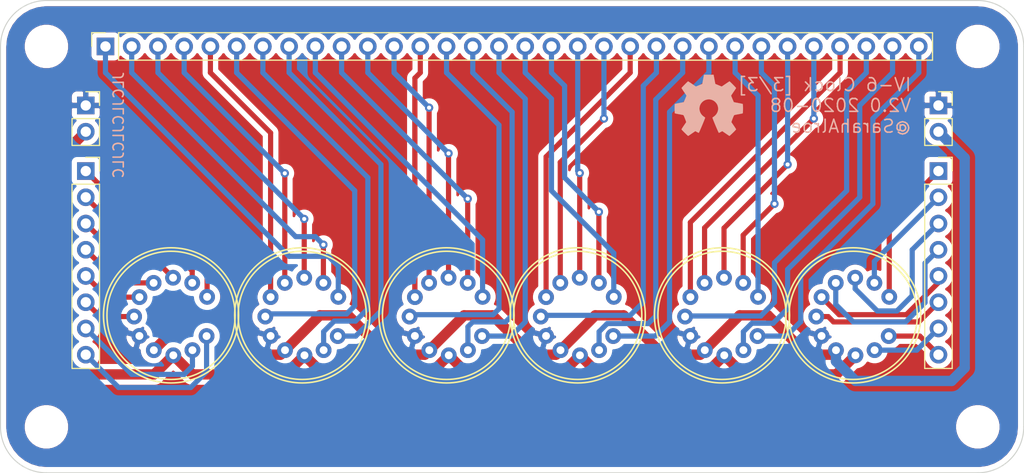
<source format=kicad_pcb>
(kicad_pcb (version 20171130) (host pcbnew 5.1.6)

  (general
    (thickness 1.6)
    (drawings 10)
    (tracks 306)
    (zones 0)
    (modules 16)
    (nets 52)
  )

  (page A4)
  (layers
    (0 F.Cu signal)
    (31 B.Cu signal)
    (36 B.SilkS user)
    (37 F.SilkS user hide)
    (38 B.Mask user hide)
    (39 F.Mask user)
    (40 Dwgs.User user hide)
    (41 Cmts.User user hide)
    (42 Eco1.User user hide)
    (44 Edge.Cuts user)
    (45 Margin user hide)
    (46 B.CrtYd user hide)
    (47 F.CrtYd user)
    (48 B.Fab user hide)
    (49 F.Fab user hide)
  )

  (setup
    (last_trace_width 0.5)
    (trace_clearance 0.2)
    (zone_clearance 0.508)
    (zone_45_only no)
    (trace_min 0.2)
    (via_size 0.8)
    (via_drill 0.4)
    (via_min_size 0.4)
    (via_min_drill 0.3)
    (uvia_size 0.3)
    (uvia_drill 0.1)
    (uvias_allowed no)
    (uvia_min_size 0.2)
    (uvia_min_drill 0.1)
    (edge_width 0.1)
    (segment_width 0.2)
    (pcb_text_width 0.3)
    (pcb_text_size 1.5 1.5)
    (mod_edge_width 0.15)
    (mod_text_size 1 1)
    (mod_text_width 0.15)
    (pad_size 1.524 1.524)
    (pad_drill 0.762)
    (pad_to_mask_clearance 0)
    (aux_axis_origin 0 0)
    (visible_elements FFFFFF7F)
    (pcbplotparams
      (layerselection 0x010d0_ffffffff)
      (usegerberextensions false)
      (usegerberattributes true)
      (usegerberadvancedattributes true)
      (creategerberjobfile true)
      (excludeedgelayer true)
      (linewidth 0.100000)
      (plotframeref false)
      (viasonmask false)
      (mode 1)
      (useauxorigin false)
      (hpglpennumber 1)
      (hpglpenspeed 20)
      (hpglpendiameter 15.000000)
      (psnegative false)
      (psa4output false)
      (plotreference true)
      (plotvalue true)
      (plotinvisibletext false)
      (padsonsilk false)
      (subtractmaskfromsilk false)
      (outputformat 1)
      (mirror false)
      (drillshape 0)
      (scaleselection 1)
      (outputdirectory "gerb/"))
  )

  (net 0 "")
  (net 1 "Net-(J1-Pad8)")
  (net 2 "Net-(J1-Pad7)")
  (net 3 "Net-(J1-Pad6)")
  (net 4 "Net-(J1-Pad5)")
  (net 5 "Net-(J1-Pad4)")
  (net 6 "Net-(J1-Pad3)")
  (net 7 "Net-(J1-Pad2)")
  (net 8 "Net-(J1-Pad1)")
  (net 9 "Net-(J3-Pad1)")
  (net 10 "Net-(J3-Pad2)")
  (net 11 "Net-(J3-Pad3)")
  (net 12 "Net-(J3-Pad4)")
  (net 13 "Net-(J3-Pad5)")
  (net 14 "Net-(J3-Pad6)")
  (net 15 "Net-(J3-Pad7)")
  (net 16 "Net-(J3-Pad8)")
  (net 17 +1V0)
  (net 18 GND)
  (net 19 +12V)
  (net 20 SEG21)
  (net 21 SEG22)
  (net 22 SEG23)
  (net 23 SEG24)
  (net 24 SEG25)
  (net 25 SEG26)
  (net 26 SEG27)
  (net 27 SEG28)
  (net 28 SEG31)
  (net 29 SEG32)
  (net 30 SEG33)
  (net 31 SEG34)
  (net 32 SEG35)
  (net 33 SEG36)
  (net 34 SEG37)
  (net 35 SEG38)
  (net 36 SEG41)
  (net 37 SEG42)
  (net 38 SEG43)
  (net 39 SEG44)
  (net 40 SEG45)
  (net 41 SEG46)
  (net 42 SEG47)
  (net 43 SEG48)
  (net 44 SEG51)
  (net 45 SEG52)
  (net 46 SEG53)
  (net 47 SEG54)
  (net 48 SEG55)
  (net 49 SEG56)
  (net 50 SEG57)
  (net 51 SEG58)

  (net_class Default "This is the default net class."
    (clearance 0.2)
    (trace_width 0.5)
    (via_dia 0.8)
    (via_drill 0.4)
    (uvia_dia 0.3)
    (uvia_drill 0.1)
    (add_net "Net-(J1-Pad1)")
    (add_net "Net-(J1-Pad2)")
    (add_net "Net-(J1-Pad3)")
    (add_net "Net-(J1-Pad4)")
    (add_net "Net-(J1-Pad5)")
    (add_net "Net-(J1-Pad6)")
    (add_net "Net-(J1-Pad7)")
    (add_net "Net-(J1-Pad8)")
    (add_net "Net-(J3-Pad1)")
    (add_net "Net-(J3-Pad2)")
    (add_net "Net-(J3-Pad3)")
    (add_net "Net-(J3-Pad4)")
    (add_net "Net-(J3-Pad5)")
    (add_net "Net-(J3-Pad6)")
    (add_net "Net-(J3-Pad7)")
    (add_net "Net-(J3-Pad8)")
    (add_net SEG21)
    (add_net SEG22)
    (add_net SEG23)
    (add_net SEG24)
    (add_net SEG25)
    (add_net SEG26)
    (add_net SEG27)
    (add_net SEG28)
    (add_net SEG31)
    (add_net SEG32)
    (add_net SEG33)
    (add_net SEG34)
    (add_net SEG35)
    (add_net SEG36)
    (add_net SEG37)
    (add_net SEG38)
    (add_net SEG41)
    (add_net SEG42)
    (add_net SEG43)
    (add_net SEG44)
    (add_net SEG45)
    (add_net SEG46)
    (add_net SEG47)
    (add_net SEG48)
    (add_net SEG51)
    (add_net SEG52)
    (add_net SEG53)
    (add_net SEG54)
    (add_net SEG55)
    (add_net SEG56)
    (add_net SEG57)
    (add_net SEG58)
  )

  (net_class Power ""
    (clearance 0.2)
    (trace_width 1)
    (via_dia 0.8)
    (via_drill 0.4)
    (uvia_dia 0.3)
    (uvia_drill 0.1)
    (add_net +12V)
    (add_net +1V0)
    (add_net GND)
  )

  (module Symbol:OSHW-Symbol_6.7x6mm_SilkScreen (layer B.Cu) (tedit 0) (tstamp 5F0E858B)
    (at 68.58 10.16 180)
    (descr "Open Source Hardware Symbol")
    (tags "Logo Symbol OSHW")
    (attr virtual)
    (fp_text reference REF** (at 0 0) (layer B.SilkS) hide
      (effects (font (size 1 1) (thickness 0.15)) (justify mirror))
    )
    (fp_text value OSHW-Symbol_6.7x6mm_SilkScreen (at 0.75 0) (layer B.Fab) hide
      (effects (font (size 1 1) (thickness 0.15)) (justify mirror))
    )
    (fp_poly (pts (xy 0.555814 2.531069) (xy 0.639635 2.086445) (xy 0.94892 1.958947) (xy 1.258206 1.831449)
      (xy 1.629246 2.083754) (xy 1.733157 2.154004) (xy 1.827087 2.216728) (xy 1.906652 2.269062)
      (xy 1.96747 2.308143) (xy 2.005157 2.331107) (xy 2.015421 2.336058) (xy 2.03391 2.323324)
      (xy 2.07342 2.288118) (xy 2.129522 2.234938) (xy 2.197787 2.168282) (xy 2.273786 2.092646)
      (xy 2.353092 2.012528) (xy 2.431275 1.932426) (xy 2.503907 1.856836) (xy 2.566559 1.790255)
      (xy 2.614803 1.737182) (xy 2.64421 1.702113) (xy 2.651241 1.690377) (xy 2.641123 1.66874)
      (xy 2.612759 1.621338) (xy 2.569129 1.552807) (xy 2.513218 1.467785) (xy 2.448006 1.370907)
      (xy 2.410219 1.31565) (xy 2.341343 1.214752) (xy 2.28014 1.123701) (xy 2.229578 1.04703)
      (xy 2.192628 0.989272) (xy 2.172258 0.954957) (xy 2.169197 0.947746) (xy 2.176136 0.927252)
      (xy 2.195051 0.879487) (xy 2.223087 0.811168) (xy 2.257391 0.729011) (xy 2.295109 0.63973)
      (xy 2.333387 0.550042) (xy 2.36937 0.466662) (xy 2.400206 0.396306) (xy 2.423039 0.34569)
      (xy 2.435017 0.321529) (xy 2.435724 0.320578) (xy 2.454531 0.315964) (xy 2.504618 0.305672)
      (xy 2.580793 0.290713) (xy 2.677865 0.272099) (xy 2.790643 0.250841) (xy 2.856442 0.238582)
      (xy 2.97695 0.215638) (xy 3.085797 0.193805) (xy 3.177476 0.174278) (xy 3.246481 0.158252)
      (xy 3.287304 0.146921) (xy 3.295511 0.143326) (xy 3.303548 0.118994) (xy 3.310033 0.064041)
      (xy 3.31497 -0.015108) (xy 3.318364 -0.112026) (xy 3.320218 -0.220287) (xy 3.320538 -0.333465)
      (xy 3.319327 -0.445135) (xy 3.31659 -0.548868) (xy 3.312331 -0.638241) (xy 3.306555 -0.706826)
      (xy 3.299267 -0.748197) (xy 3.294895 -0.75681) (xy 3.268764 -0.767133) (xy 3.213393 -0.781892)
      (xy 3.136107 -0.799352) (xy 3.04423 -0.81778) (xy 3.012158 -0.823741) (xy 2.857524 -0.852066)
      (xy 2.735375 -0.874876) (xy 2.641673 -0.89308) (xy 2.572384 -0.907583) (xy 2.523471 -0.919292)
      (xy 2.490897 -0.929115) (xy 2.470628 -0.937956) (xy 2.458626 -0.946724) (xy 2.456947 -0.948457)
      (xy 2.440184 -0.976371) (xy 2.414614 -1.030695) (xy 2.382788 -1.104777) (xy 2.34726 -1.191965)
      (xy 2.310583 -1.285608) (xy 2.275311 -1.379052) (xy 2.243996 -1.465647) (xy 2.219193 -1.53874)
      (xy 2.203454 -1.591678) (xy 2.199332 -1.617811) (xy 2.199676 -1.618726) (xy 2.213641 -1.640086)
      (xy 2.245322 -1.687084) (xy 2.291391 -1.754827) (xy 2.348518 -1.838423) (xy 2.413373 -1.932982)
      (xy 2.431843 -1.959854) (xy 2.497699 -2.057275) (xy 2.55565 -2.146163) (xy 2.602538 -2.221412)
      (xy 2.635207 -2.27792) (xy 2.6505 -2.310581) (xy 2.651241 -2.314593) (xy 2.638392 -2.335684)
      (xy 2.602888 -2.377464) (xy 2.549293 -2.435445) (xy 2.482171 -2.505135) (xy 2.406087 -2.582045)
      (xy 2.325604 -2.661683) (xy 2.245287 -2.739561) (xy 2.169699 -2.811186) (xy 2.103405 -2.87207)
      (xy 2.050969 -2.917721) (xy 2.016955 -2.94365) (xy 2.007545 -2.947883) (xy 1.985643 -2.937912)
      (xy 1.9408 -2.91102) (xy 1.880321 -2.871736) (xy 1.833789 -2.840117) (xy 1.749475 -2.782098)
      (xy 1.649626 -2.713784) (xy 1.549473 -2.645579) (xy 1.495627 -2.609075) (xy 1.313371 -2.4858)
      (xy 1.160381 -2.56852) (xy 1.090682 -2.604759) (xy 1.031414 -2.632926) (xy 0.991311 -2.648991)
      (xy 0.981103 -2.651226) (xy 0.968829 -2.634722) (xy 0.944613 -2.588082) (xy 0.910263 -2.515609)
      (xy 0.867588 -2.421606) (xy 0.818394 -2.310374) (xy 0.76449 -2.186215) (xy 0.707684 -2.053432)
      (xy 0.649782 -1.916327) (xy 0.592593 -1.779202) (xy 0.537924 -1.646358) (xy 0.487584 -1.522098)
      (xy 0.44338 -1.410725) (xy 0.407119 -1.316539) (xy 0.380609 -1.243844) (xy 0.365658 -1.196941)
      (xy 0.363254 -1.180833) (xy 0.382311 -1.160286) (xy 0.424036 -1.126933) (xy 0.479706 -1.087702)
      (xy 0.484378 -1.084599) (xy 0.628264 -0.969423) (xy 0.744283 -0.835053) (xy 0.83143 -0.685784)
      (xy 0.888699 -0.525913) (xy 0.915086 -0.359737) (xy 0.909585 -0.191552) (xy 0.87119 -0.025655)
      (xy 0.798895 0.133658) (xy 0.777626 0.168513) (xy 0.666996 0.309263) (xy 0.536302 0.422286)
      (xy 0.390064 0.506997) (xy 0.232808 0.562806) (xy 0.069057 0.589126) (xy -0.096667 0.58537)
      (xy -0.259838 0.55095) (xy -0.415935 0.485277) (xy -0.560433 0.387765) (xy -0.605131 0.348187)
      (xy -0.718888 0.224297) (xy -0.801782 0.093876) (xy -0.858644 -0.052315) (xy -0.890313 -0.197088)
      (xy -0.898131 -0.35986) (xy -0.872062 -0.52344) (xy -0.814755 -0.682298) (xy -0.728856 -0.830906)
      (xy -0.617014 -0.963735) (xy -0.481877 -1.075256) (xy -0.464117 -1.087011) (xy -0.40785 -1.125508)
      (xy -0.365077 -1.158863) (xy -0.344628 -1.18016) (xy -0.344331 -1.180833) (xy -0.348721 -1.203871)
      (xy -0.366124 -1.256157) (xy -0.394732 -1.33339) (xy -0.432735 -1.431268) (xy -0.478326 -1.545491)
      (xy -0.529697 -1.671758) (xy -0.585038 -1.805767) (xy -0.642542 -1.943218) (xy -0.700399 -2.079808)
      (xy -0.756802 -2.211237) (xy -0.809942 -2.333205) (xy -0.85801 -2.441409) (xy -0.899199 -2.531549)
      (xy -0.931699 -2.599323) (xy -0.953703 -2.64043) (xy -0.962564 -2.651226) (xy -0.98964 -2.642819)
      (xy -1.040303 -2.620272) (xy -1.105817 -2.587613) (xy -1.141841 -2.56852) (xy -1.294832 -2.4858)
      (xy -1.477088 -2.609075) (xy -1.570125 -2.672228) (xy -1.671985 -2.741727) (xy -1.767438 -2.807165)
      (xy -1.81525 -2.840117) (xy -1.882495 -2.885273) (xy -1.939436 -2.921057) (xy -1.978646 -2.942938)
      (xy -1.991381 -2.947563) (xy -2.009917 -2.935085) (xy -2.050941 -2.900252) (xy -2.110475 -2.846678)
      (xy -2.184542 -2.777983) (xy -2.269165 -2.697781) (xy -2.322685 -2.646286) (xy -2.416319 -2.554286)
      (xy -2.497241 -2.471999) (xy -2.562177 -2.402945) (xy -2.607858 -2.350644) (xy -2.631011 -2.318616)
      (xy -2.633232 -2.312116) (xy -2.622924 -2.287394) (xy -2.594439 -2.237405) (xy -2.550937 -2.167212)
      (xy -2.495577 -2.081875) (xy -2.43152 -1.986456) (xy -2.413303 -1.959854) (xy -2.346927 -1.863167)
      (xy -2.287378 -1.776117) (xy -2.237984 -1.703595) (xy -2.202075 -1.650493) (xy -2.182981 -1.621703)
      (xy -2.181136 -1.618726) (xy -2.183895 -1.595782) (xy -2.198538 -1.545336) (xy -2.222513 -1.474041)
      (xy -2.253266 -1.388547) (xy -2.288244 -1.295507) (xy -2.324893 -1.201574) (xy -2.360661 -1.113399)
      (xy -2.392994 -1.037634) (xy -2.419338 -0.980931) (xy -2.437142 -0.949943) (xy -2.438407 -0.948457)
      (xy -2.449294 -0.939601) (xy -2.467682 -0.930843) (xy -2.497606 -0.921277) (xy -2.543103 -0.909996)
      (xy -2.608209 -0.896093) (xy -2.696961 -0.878663) (xy -2.813393 -0.856798) (xy -2.961542 -0.829591)
      (xy -2.993618 -0.823741) (xy -3.088686 -0.805374) (xy -3.171565 -0.787405) (xy -3.23493 -0.771569)
      (xy -3.271458 -0.7596) (xy -3.276356 -0.75681) (xy -3.284427 -0.732072) (xy -3.290987 -0.67679)
      (xy -3.296033 -0.597389) (xy -3.299559 -0.500296) (xy -3.301561 -0.391938) (xy -3.302036 -0.27874)
      (xy -3.300977 -0.167128) (xy -3.298382 -0.063529) (xy -3.294246 0.025632) (xy -3.288563 0.093928)
      (xy -3.281331 0.134934) (xy -3.276971 0.143326) (xy -3.252698 0.151792) (xy -3.197426 0.165565)
      (xy -3.116662 0.18345) (xy -3.015912 0.204252) (xy -2.900683 0.226777) (xy -2.837902 0.238582)
      (xy -2.718787 0.260849) (xy -2.612565 0.281021) (xy -2.524427 0.298085) (xy -2.459566 0.311031)
      (xy -2.423174 0.318845) (xy -2.417184 0.320578) (xy -2.407061 0.34011) (xy -2.385662 0.387157)
      (xy -2.355839 0.454997) (xy -2.320445 0.536909) (xy -2.282332 0.626172) (xy -2.244353 0.716065)
      (xy -2.20936 0.799865) (xy -2.180206 0.870853) (xy -2.159743 0.922306) (xy -2.150823 0.947503)
      (xy -2.150657 0.948604) (xy -2.160769 0.968481) (xy -2.189117 1.014223) (xy -2.232723 1.081283)
      (xy -2.288606 1.165116) (xy -2.353787 1.261174) (xy -2.391679 1.31635) (xy -2.460725 1.417519)
      (xy -2.52205 1.50937) (xy -2.572663 1.587256) (xy -2.609571 1.646531) (xy -2.629782 1.682549)
      (xy -2.632701 1.690623) (xy -2.620153 1.709416) (xy -2.585463 1.749543) (xy -2.533063 1.806507)
      (xy -2.467384 1.875815) (xy -2.392856 1.952969) (xy -2.313913 2.033475) (xy -2.234983 2.112837)
      (xy -2.1605 2.18656) (xy -2.094894 2.250148) (xy -2.042596 2.299106) (xy -2.008039 2.328939)
      (xy -1.996478 2.336058) (xy -1.977654 2.326047) (xy -1.932631 2.297922) (xy -1.865787 2.254546)
      (xy -1.781499 2.198782) (xy -1.684144 2.133494) (xy -1.610707 2.083754) (xy -1.239667 1.831449)
      (xy -0.621095 2.086445) (xy -0.537275 2.531069) (xy -0.453454 2.975693) (xy 0.471994 2.975693)
      (xy 0.555814 2.531069)) (layer B.SilkS) (width 0.01))
  )

  (module VFD:IV-6 (layer F.Cu) (tedit 5872081B) (tstamp 5F22D6C4)
    (at 29.21 30.48 330)
    (path /5F102541)
    (fp_text reference VFD2 (at -7.0104 7.0866 150) (layer F.SilkS) hide
      (effects (font (size 1 1) (thickness 0.15)))
    )
    (fp_text value IV-6 (at -7.5692 -4.9276 150) (layer F.Fab)
      (effects (font (size 1 1) (thickness 0.15)))
    )
    (fp_circle (center 0 0) (end 6.5 -0.762) (layer F.SilkS) (width 0.15))
    (fp_circle (center 0 0) (end 6.2 0.254) (layer F.SilkS) (width 0.15))
    (pad 1 thru_hole circle (at 2.12725 -3.296943 120) (size 1.524 1.524) (drill 0.762) (layers *.Cu *.Mask)
      (net 20 SEG21))
    (pad 2 thru_hole circle (at 0.20272 -3.74816 255) (size 1.524 1.524) (drill 0.762) (layers *.Cu *.Mask)
      (net 21 SEG22))
    (pad 3 thru_hole circle (at -1.653572 -3.250768 210) (size 1.524 1.524) (drill 0.762) (layers *.Cu *.Mask)
      (net 22 SEG23))
    (pad 4 thru_hole circle (at -3.033313 -1.876987 210) (size 1.524 1.524) (drill 0.762) (layers *.Cu *.Mask)
      (net 23 SEG24))
    (pad 5 thru_hole circle (at -3.533172 0.004795 210) (size 1.524 1.524) (drill 0.762) (layers *.Cu *.Mask)
      (net 24 SEG25))
    (pad 6 thru_hole circle (at -3.037481 1.889434 210) (size 1.524 1.524) (drill 0.762) (layers *.Cu *.Mask)
      (net 25 SEG26))
    (pad 7 thru_hole circle (at -1.65735 3.258176 210) (size 1.524 1.524) (drill 0.762) (layers *.Cu *.Mask)
      (net 18 GND))
    (pad 8 thru_hole circle (at 0.24178 3.753387 210) (size 1.524 1.524) (drill 0.762) (layers *.Cu *.Mask)
      (net 17 +1V0))
    (pad 9 thru_hole circle (at 2.12177 3.240348 210) (size 1.524 1.524) (drill 0.762) (layers *.Cu *.Mask)
      (net 19 +12V))
    (pad 10 thru_hole circle (at 3.477813 1.882213 210) (size 1.524 1.524) (drill 0.762) (layers *.Cu *.Mask)
      (net 26 SEG27))
    (pad 11 thru_hole circle (at 3.98232 0.01778 210) (size 1.524 1.524) (drill 0.762) (layers *.Cu *.Mask)
      (net 27 SEG28))
  )

  (module Connector_PinSocket_2.54mm:PinSocket_1x08_P2.54mm_Vertical (layer F.Cu) (tedit 5A19A420) (tstamp 5F0B6FB1)
    (at 8.255 16.51)
    (descr "Through hole straight socket strip, 1x08, 2.54mm pitch, single row (from Kicad 4.0.7), script generated")
    (tags "Through hole socket strip THT 1x08 2.54mm single row")
    (path /5F0B37C0)
    (fp_text reference J1 (at 0 -2.77) (layer F.SilkS) hide
      (effects (font (size 1 1) (thickness 0.15)))
    )
    (fp_text value Conn_01x08 (at 0 20.55) (layer F.Fab)
      (effects (font (size 1 1) (thickness 0.15)))
    )
    (fp_line (start -1.27 -1.27) (end 0.635 -1.27) (layer F.Fab) (width 0.1))
    (fp_line (start 0.635 -1.27) (end 1.27 -0.635) (layer F.Fab) (width 0.1))
    (fp_line (start 1.27 -0.635) (end 1.27 19.05) (layer F.Fab) (width 0.1))
    (fp_line (start 1.27 19.05) (end -1.27 19.05) (layer F.Fab) (width 0.1))
    (fp_line (start -1.27 19.05) (end -1.27 -1.27) (layer F.Fab) (width 0.1))
    (fp_line (start -1.33 1.27) (end 1.33 1.27) (layer F.SilkS) (width 0.12))
    (fp_line (start -1.33 1.27) (end -1.33 19.11) (layer F.SilkS) (width 0.12))
    (fp_line (start -1.33 19.11) (end 1.33 19.11) (layer F.SilkS) (width 0.12))
    (fp_line (start 1.33 1.27) (end 1.33 19.11) (layer F.SilkS) (width 0.12))
    (fp_line (start 1.33 -1.33) (end 1.33 0) (layer F.SilkS) (width 0.12))
    (fp_line (start 0 -1.33) (end 1.33 -1.33) (layer F.SilkS) (width 0.12))
    (fp_line (start -1.8 -1.8) (end 1.75 -1.8) (layer F.CrtYd) (width 0.05))
    (fp_line (start 1.75 -1.8) (end 1.75 19.55) (layer F.CrtYd) (width 0.05))
    (fp_line (start 1.75 19.55) (end -1.8 19.55) (layer F.CrtYd) (width 0.05))
    (fp_line (start -1.8 19.55) (end -1.8 -1.8) (layer F.CrtYd) (width 0.05))
    (fp_text user %R (at 0 8.89 90) (layer F.Fab)
      (effects (font (size 1 1) (thickness 0.15)))
    )
    (pad 8 thru_hole oval (at 0 17.78) (size 1.7 1.7) (drill 1) (layers *.Cu *.Mask)
      (net 1 "Net-(J1-Pad8)"))
    (pad 7 thru_hole oval (at 0 15.24) (size 1.7 1.7) (drill 1) (layers *.Cu *.Mask)
      (net 2 "Net-(J1-Pad7)"))
    (pad 6 thru_hole oval (at 0 12.7) (size 1.7 1.7) (drill 1) (layers *.Cu *.Mask)
      (net 3 "Net-(J1-Pad6)"))
    (pad 5 thru_hole oval (at 0 10.16) (size 1.7 1.7) (drill 1) (layers *.Cu *.Mask)
      (net 4 "Net-(J1-Pad5)"))
    (pad 4 thru_hole oval (at 0 7.62) (size 1.7 1.7) (drill 1) (layers *.Cu *.Mask)
      (net 5 "Net-(J1-Pad4)"))
    (pad 3 thru_hole oval (at 0 5.08) (size 1.7 1.7) (drill 1) (layers *.Cu *.Mask)
      (net 6 "Net-(J1-Pad3)"))
    (pad 2 thru_hole oval (at 0 2.54) (size 1.7 1.7) (drill 1) (layers *.Cu *.Mask)
      (net 7 "Net-(J1-Pad2)"))
    (pad 1 thru_hole rect (at 0 0) (size 1.7 1.7) (drill 1) (layers *.Cu *.Mask)
      (net 8 "Net-(J1-Pad1)"))
    (model ${KISYS3DMOD}/Connector_PinSocket_2.54mm.3dshapes/PinSocket_1x08_P2.54mm_Vertical.wrl
      (at (xyz 0 0 0))
      (scale (xyz 1 1 1))
      (rotate (xyz 0 0 0))
    )
  )

  (module Connector_PinSocket_2.54mm:PinSocket_1x08_P2.54mm_Vertical (layer F.Cu) (tedit 5A19A420) (tstamp 5F0B6600)
    (at 90.805 16.51)
    (descr "Through hole straight socket strip, 1x08, 2.54mm pitch, single row (from Kicad 4.0.7), script generated")
    (tags "Through hole socket strip THT 1x08 2.54mm single row")
    (path /5F11C4B0)
    (fp_text reference J3 (at 0 -2.77) (layer F.SilkS) hide
      (effects (font (size 1 1) (thickness 0.15)))
    )
    (fp_text value Conn_01x08 (at 0 20.55) (layer F.Fab)
      (effects (font (size 1 1) (thickness 0.15)))
    )
    (fp_line (start -1.8 19.55) (end -1.8 -1.8) (layer F.CrtYd) (width 0.05))
    (fp_line (start 1.75 19.55) (end -1.8 19.55) (layer F.CrtYd) (width 0.05))
    (fp_line (start 1.75 -1.8) (end 1.75 19.55) (layer F.CrtYd) (width 0.05))
    (fp_line (start -1.8 -1.8) (end 1.75 -1.8) (layer F.CrtYd) (width 0.05))
    (fp_line (start 0 -1.33) (end 1.33 -1.33) (layer F.SilkS) (width 0.12))
    (fp_line (start 1.33 -1.33) (end 1.33 0) (layer F.SilkS) (width 0.12))
    (fp_line (start 1.33 1.27) (end 1.33 19.11) (layer F.SilkS) (width 0.12))
    (fp_line (start -1.33 19.11) (end 1.33 19.11) (layer F.SilkS) (width 0.12))
    (fp_line (start -1.33 1.27) (end -1.33 19.11) (layer F.SilkS) (width 0.12))
    (fp_line (start -1.33 1.27) (end 1.33 1.27) (layer F.SilkS) (width 0.12))
    (fp_line (start -1.27 19.05) (end -1.27 -1.27) (layer F.Fab) (width 0.1))
    (fp_line (start 1.27 19.05) (end -1.27 19.05) (layer F.Fab) (width 0.1))
    (fp_line (start 1.27 -0.635) (end 1.27 19.05) (layer F.Fab) (width 0.1))
    (fp_line (start 0.635 -1.27) (end 1.27 -0.635) (layer F.Fab) (width 0.1))
    (fp_line (start -1.27 -1.27) (end 0.635 -1.27) (layer F.Fab) (width 0.1))
    (fp_text user %R (at 0 8.89 90) (layer F.Fab)
      (effects (font (size 1 1) (thickness 0.15)))
    )
    (pad 1 thru_hole rect (at 0 0) (size 1.7 1.7) (drill 1) (layers *.Cu *.Mask)
      (net 9 "Net-(J3-Pad1)"))
    (pad 2 thru_hole oval (at 0 2.54) (size 1.7 1.7) (drill 1) (layers *.Cu *.Mask)
      (net 10 "Net-(J3-Pad2)"))
    (pad 3 thru_hole oval (at 0 5.08) (size 1.7 1.7) (drill 1) (layers *.Cu *.Mask)
      (net 11 "Net-(J3-Pad3)"))
    (pad 4 thru_hole oval (at 0 7.62) (size 1.7 1.7) (drill 1) (layers *.Cu *.Mask)
      (net 12 "Net-(J3-Pad4)"))
    (pad 5 thru_hole oval (at 0 10.16) (size 1.7 1.7) (drill 1) (layers *.Cu *.Mask)
      (net 13 "Net-(J3-Pad5)"))
    (pad 6 thru_hole oval (at 0 12.7) (size 1.7 1.7) (drill 1) (layers *.Cu *.Mask)
      (net 14 "Net-(J3-Pad6)"))
    (pad 7 thru_hole oval (at 0 15.24) (size 1.7 1.7) (drill 1) (layers *.Cu *.Mask)
      (net 15 "Net-(J3-Pad7)"))
    (pad 8 thru_hole oval (at 0 17.78) (size 1.7 1.7) (drill 1) (layers *.Cu *.Mask)
      (net 16 "Net-(J3-Pad8)"))
    (model ${KISYS3DMOD}/Connector_PinSocket_2.54mm.3dshapes/PinSocket_1x08_P2.54mm_Vertical.wrl
      (at (xyz 0 0 0))
      (scale (xyz 1 1 1))
      (rotate (xyz 0 0 0))
    )
  )

  (module Connector_PinSocket_2.54mm:PinSocket_1x02_P2.54mm_Vertical (layer F.Cu) (tedit 5A19A420) (tstamp 5F0B6616)
    (at 90.805 10.16)
    (descr "Through hole straight socket strip, 1x02, 2.54mm pitch, single row (from Kicad 4.0.7), script generated")
    (tags "Through hole socket strip THT 1x02 2.54mm single row")
    (path /5F0B76B7)
    (fp_text reference J4 (at 0 -2.77) (layer F.SilkS) hide
      (effects (font (size 1 1) (thickness 0.15)))
    )
    (fp_text value Conn_01x02 (at 0 5.31) (layer F.Fab)
      (effects (font (size 1 1) (thickness 0.15)))
    )
    (fp_line (start -1.27 -1.27) (end 0.635 -1.27) (layer F.Fab) (width 0.1))
    (fp_line (start 0.635 -1.27) (end 1.27 -0.635) (layer F.Fab) (width 0.1))
    (fp_line (start 1.27 -0.635) (end 1.27 3.81) (layer F.Fab) (width 0.1))
    (fp_line (start 1.27 3.81) (end -1.27 3.81) (layer F.Fab) (width 0.1))
    (fp_line (start -1.27 3.81) (end -1.27 -1.27) (layer F.Fab) (width 0.1))
    (fp_line (start -1.33 1.27) (end 1.33 1.27) (layer F.SilkS) (width 0.12))
    (fp_line (start -1.33 1.27) (end -1.33 3.87) (layer F.SilkS) (width 0.12))
    (fp_line (start -1.33 3.87) (end 1.33 3.87) (layer F.SilkS) (width 0.12))
    (fp_line (start 1.33 1.27) (end 1.33 3.87) (layer F.SilkS) (width 0.12))
    (fp_line (start 1.33 -1.33) (end 1.33 0) (layer F.SilkS) (width 0.12))
    (fp_line (start 0 -1.33) (end 1.33 -1.33) (layer F.SilkS) (width 0.12))
    (fp_line (start -1.8 -1.8) (end 1.75 -1.8) (layer F.CrtYd) (width 0.05))
    (fp_line (start 1.75 -1.8) (end 1.75 4.3) (layer F.CrtYd) (width 0.05))
    (fp_line (start 1.75 4.3) (end -1.8 4.3) (layer F.CrtYd) (width 0.05))
    (fp_line (start -1.8 4.3) (end -1.8 -1.8) (layer F.CrtYd) (width 0.05))
    (fp_text user %R (at 0 1.27 90) (layer F.Fab)
      (effects (font (size 1 1) (thickness 0.15)))
    )
    (pad 2 thru_hole oval (at 0 2.54) (size 1.7 1.7) (drill 1) (layers *.Cu *.Mask)
      (net 17 +1V0))
    (pad 1 thru_hole rect (at 0 0) (size 1.7 1.7) (drill 1) (layers *.Cu *.Mask)
      (net 18 GND))
    (model ${KISYS3DMOD}/Connector_PinSocket_2.54mm.3dshapes/PinSocket_1x02_P2.54mm_Vertical.wrl
      (at (xyz 0 0 0))
      (scale (xyz 1 1 1))
      (rotate (xyz 0 0 0))
    )
  )

  (module Connector_PinSocket_2.54mm:PinSocket_1x02_P2.54mm_Vertical (layer F.Cu) (tedit 5A19A420) (tstamp 5F0B7585)
    (at 8.255 10.16)
    (descr "Through hole straight socket strip, 1x02, 2.54mm pitch, single row (from Kicad 4.0.7), script generated")
    (tags "Through hole socket strip THT 1x02 2.54mm single row")
    (path /5F0B7BDC)
    (fp_text reference J5 (at 0 -2.77) (layer F.SilkS) hide
      (effects (font (size 1 1) (thickness 0.15)))
    )
    (fp_text value Conn_01x02 (at 0 5.31) (layer F.Fab)
      (effects (font (size 1 1) (thickness 0.15)))
    )
    (fp_line (start -1.8 4.3) (end -1.8 -1.8) (layer F.CrtYd) (width 0.05))
    (fp_line (start 1.75 4.3) (end -1.8 4.3) (layer F.CrtYd) (width 0.05))
    (fp_line (start 1.75 -1.8) (end 1.75 4.3) (layer F.CrtYd) (width 0.05))
    (fp_line (start -1.8 -1.8) (end 1.75 -1.8) (layer F.CrtYd) (width 0.05))
    (fp_line (start 0 -1.33) (end 1.33 -1.33) (layer F.SilkS) (width 0.12))
    (fp_line (start 1.33 -1.33) (end 1.33 0) (layer F.SilkS) (width 0.12))
    (fp_line (start 1.33 1.27) (end 1.33 3.87) (layer F.SilkS) (width 0.12))
    (fp_line (start -1.33 3.87) (end 1.33 3.87) (layer F.SilkS) (width 0.12))
    (fp_line (start -1.33 1.27) (end -1.33 3.87) (layer F.SilkS) (width 0.12))
    (fp_line (start -1.33 1.27) (end 1.33 1.27) (layer F.SilkS) (width 0.12))
    (fp_line (start -1.27 3.81) (end -1.27 -1.27) (layer F.Fab) (width 0.1))
    (fp_line (start 1.27 3.81) (end -1.27 3.81) (layer F.Fab) (width 0.1))
    (fp_line (start 1.27 -0.635) (end 1.27 3.81) (layer F.Fab) (width 0.1))
    (fp_line (start 0.635 -1.27) (end 1.27 -0.635) (layer F.Fab) (width 0.1))
    (fp_line (start -1.27 -1.27) (end 0.635 -1.27) (layer F.Fab) (width 0.1))
    (fp_text user %R (at 0 1.27 90) (layer F.Fab)
      (effects (font (size 1 1) (thickness 0.15)))
    )
    (pad 1 thru_hole rect (at 0 0) (size 1.7 1.7) (drill 1) (layers *.Cu *.Mask)
      (net 18 GND))
    (pad 2 thru_hole oval (at 0 2.54) (size 1.7 1.7) (drill 1) (layers *.Cu *.Mask)
      (net 19 +12V))
    (model ${KISYS3DMOD}/Connector_PinSocket_2.54mm.3dshapes/PinSocket_1x02_P2.54mm_Vertical.wrl
      (at (xyz 0 0 0))
      (scale (xyz 1 1 1))
      (rotate (xyz 0 0 0))
    )
  )

  (module VFD:IV-6 (layer F.Cu) (tedit 5872081B) (tstamp 5F0C4F83)
    (at 16.51 30.48 330)
    (path /5F0B2BCA)
    (fp_text reference VFD1 (at -7.0104 7.0866 150) (layer B.SilkS) hide
      (effects (font (size 1 1) (thickness 0.15)) (justify mirror))
    )
    (fp_text value IV-6 (at -7.5692 -4.9276 150) (layer F.Fab)
      (effects (font (size 1 1) (thickness 0.15)))
    )
    (fp_circle (center 0 0) (end 6.2 0.254) (layer F.SilkS) (width 0.15))
    (fp_circle (center 0 0) (end 6.5 -0.762) (layer F.SilkS) (width 0.15))
    (pad 11 thru_hole circle (at 3.98232 0.01778 210) (size 1.524 1.524) (drill 0.762) (layers *.Cu *.Mask)
      (net 1 "Net-(J1-Pad8)"))
    (pad 10 thru_hole circle (at 3.477813 1.882213 210) (size 1.524 1.524) (drill 0.762) (layers *.Cu *.Mask)
      (net 2 "Net-(J1-Pad7)"))
    (pad 9 thru_hole circle (at 2.12177 3.240348 210) (size 1.524 1.524) (drill 0.762) (layers *.Cu *.Mask)
      (net 19 +12V))
    (pad 8 thru_hole circle (at 0.24178 3.753387 210) (size 1.524 1.524) (drill 0.762) (layers *.Cu *.Mask)
      (net 17 +1V0))
    (pad 7 thru_hole circle (at -1.65735 3.258176 210) (size 1.524 1.524) (drill 0.762) (layers *.Cu *.Mask)
      (net 18 GND))
    (pad 6 thru_hole circle (at -3.037481 1.889434 210) (size 1.524 1.524) (drill 0.762) (layers *.Cu *.Mask)
      (net 3 "Net-(J1-Pad6)"))
    (pad 5 thru_hole circle (at -3.533172 0.004795 210) (size 1.524 1.524) (drill 0.762) (layers *.Cu *.Mask)
      (net 4 "Net-(J1-Pad5)"))
    (pad 4 thru_hole circle (at -3.033313 -1.876987 210) (size 1.524 1.524) (drill 0.762) (layers *.Cu *.Mask)
      (net 5 "Net-(J1-Pad4)"))
    (pad 3 thru_hole circle (at -1.653572 -3.250768 210) (size 1.524 1.524) (drill 0.762) (layers *.Cu *.Mask)
      (net 6 "Net-(J1-Pad3)"))
    (pad 2 thru_hole circle (at 0.20272 -3.74816 255) (size 1.524 1.524) (drill 0.762) (layers *.Cu *.Mask)
      (net 7 "Net-(J1-Pad2)"))
    (pad 1 thru_hole circle (at 2.12725 -3.296943 120) (size 1.524 1.524) (drill 0.762) (layers *.Cu *.Mask)
      (net 8 "Net-(J1-Pad1)"))
  )

  (module VFD:IV-6 (layer F.Cu) (tedit 5872081B) (tstamp 5F0B6707)
    (at 43.18 30.48 330)
    (path /5F105B20)
    (fp_text reference VFD3 (at -7.0104 7.0866 150) (layer F.SilkS) hide
      (effects (font (size 1 1) (thickness 0.15)))
    )
    (fp_text value IV-6 (at -7.5692 -4.9276 150) (layer F.Fab)
      (effects (font (size 1 1) (thickness 0.15)))
    )
    (fp_circle (center 0 0) (end 6.5 -0.762) (layer F.SilkS) (width 0.15))
    (fp_circle (center 0 0) (end 6.2 0.254) (layer F.SilkS) (width 0.15))
    (pad 1 thru_hole circle (at 2.12725 -3.296943 120) (size 1.524 1.524) (drill 0.762) (layers *.Cu *.Mask)
      (net 28 SEG31))
    (pad 2 thru_hole circle (at 0.20272 -3.74816 255) (size 1.524 1.524) (drill 0.762) (layers *.Cu *.Mask)
      (net 29 SEG32))
    (pad 3 thru_hole circle (at -1.653572 -3.250768 210) (size 1.524 1.524) (drill 0.762) (layers *.Cu *.Mask)
      (net 30 SEG33))
    (pad 4 thru_hole circle (at -3.033313 -1.876987 210) (size 1.524 1.524) (drill 0.762) (layers *.Cu *.Mask)
      (net 31 SEG34))
    (pad 5 thru_hole circle (at -3.533172 0.004795 210) (size 1.524 1.524) (drill 0.762) (layers *.Cu *.Mask)
      (net 32 SEG35))
    (pad 6 thru_hole circle (at -3.037481 1.889434 210) (size 1.524 1.524) (drill 0.762) (layers *.Cu *.Mask)
      (net 33 SEG36))
    (pad 7 thru_hole circle (at -1.65735 3.258176 210) (size 1.524 1.524) (drill 0.762) (layers *.Cu *.Mask)
      (net 18 GND))
    (pad 8 thru_hole circle (at 0.24178 3.753387 210) (size 1.524 1.524) (drill 0.762) (layers *.Cu *.Mask)
      (net 17 +1V0))
    (pad 9 thru_hole circle (at 2.12177 3.240348 210) (size 1.524 1.524) (drill 0.762) (layers *.Cu *.Mask)
      (net 19 +12V))
    (pad 10 thru_hole circle (at 3.477813 1.882213 210) (size 1.524 1.524) (drill 0.762) (layers *.Cu *.Mask)
      (net 34 SEG37))
    (pad 11 thru_hole circle (at 3.98232 0.01778 210) (size 1.524 1.524) (drill 0.762) (layers *.Cu *.Mask)
      (net 35 SEG38))
  )

  (module VFD:IV-6 (layer F.Cu) (tedit 5872081B) (tstamp 5F0B6718)
    (at 55.88 30.48 330)
    (path /5F11287C)
    (fp_text reference VFD4 (at -7.0104 7.0866 150) (layer F.SilkS) hide
      (effects (font (size 1 1) (thickness 0.15)))
    )
    (fp_text value IV-6 (at -7.5692 -4.9276 150) (layer F.Fab)
      (effects (font (size 1 1) (thickness 0.15)))
    )
    (fp_circle (center 0 0) (end 6.2 0.254) (layer F.SilkS) (width 0.15))
    (fp_circle (center 0 0) (end 6.5 -0.762) (layer F.SilkS) (width 0.15))
    (pad 11 thru_hole circle (at 3.98232 0.01778 210) (size 1.524 1.524) (drill 0.762) (layers *.Cu *.Mask)
      (net 43 SEG48))
    (pad 10 thru_hole circle (at 3.477813 1.882213 210) (size 1.524 1.524) (drill 0.762) (layers *.Cu *.Mask)
      (net 42 SEG47))
    (pad 9 thru_hole circle (at 2.12177 3.240348 210) (size 1.524 1.524) (drill 0.762) (layers *.Cu *.Mask)
      (net 19 +12V))
    (pad 8 thru_hole circle (at 0.24178 3.753387 210) (size 1.524 1.524) (drill 0.762) (layers *.Cu *.Mask)
      (net 17 +1V0))
    (pad 7 thru_hole circle (at -1.65735 3.258176 210) (size 1.524 1.524) (drill 0.762) (layers *.Cu *.Mask)
      (net 18 GND))
    (pad 6 thru_hole circle (at -3.037481 1.889434 210) (size 1.524 1.524) (drill 0.762) (layers *.Cu *.Mask)
      (net 41 SEG46))
    (pad 5 thru_hole circle (at -3.533172 0.004795 210) (size 1.524 1.524) (drill 0.762) (layers *.Cu *.Mask)
      (net 40 SEG45))
    (pad 4 thru_hole circle (at -3.033313 -1.876987 210) (size 1.524 1.524) (drill 0.762) (layers *.Cu *.Mask)
      (net 39 SEG44))
    (pad 3 thru_hole circle (at -1.653572 -3.250768 210) (size 1.524 1.524) (drill 0.762) (layers *.Cu *.Mask)
      (net 38 SEG43))
    (pad 2 thru_hole circle (at 0.20272 -3.74816 255) (size 1.524 1.524) (drill 0.762) (layers *.Cu *.Mask)
      (net 37 SEG42))
    (pad 1 thru_hole circle (at 2.12725 -3.296943 120) (size 1.524 1.524) (drill 0.762) (layers *.Cu *.Mask)
      (net 36 SEG41))
  )

  (module VFD:IV-6 (layer F.Cu) (tedit 5872081B) (tstamp 5F0B6729)
    (at 69.85 30.48 330)
    (path /5F10B847)
    (fp_text reference VFD5 (at -7.0104 7.0866 150) (layer F.SilkS) hide
      (effects (font (size 1 1) (thickness 0.15)))
    )
    (fp_text value IV-6 (at -7.5692 -4.9276 150) (layer F.Fab)
      (effects (font (size 1 1) (thickness 0.15)))
    )
    (fp_circle (center 0 0) (end 6.2 0.254) (layer F.SilkS) (width 0.15))
    (fp_circle (center 0 0) (end 6.5 -0.762) (layer F.SilkS) (width 0.15))
    (pad 11 thru_hole circle (at 3.98232 0.01778 210) (size 1.524 1.524) (drill 0.762) (layers *.Cu *.Mask)
      (net 51 SEG58))
    (pad 10 thru_hole circle (at 3.477813 1.882213 210) (size 1.524 1.524) (drill 0.762) (layers *.Cu *.Mask)
      (net 50 SEG57))
    (pad 9 thru_hole circle (at 2.12177 3.240348 210) (size 1.524 1.524) (drill 0.762) (layers *.Cu *.Mask)
      (net 19 +12V))
    (pad 8 thru_hole circle (at 0.24178 3.753387 210) (size 1.524 1.524) (drill 0.762) (layers *.Cu *.Mask)
      (net 17 +1V0))
    (pad 7 thru_hole circle (at -1.65735 3.258176 210) (size 1.524 1.524) (drill 0.762) (layers *.Cu *.Mask)
      (net 18 GND))
    (pad 6 thru_hole circle (at -3.037481 1.889434 210) (size 1.524 1.524) (drill 0.762) (layers *.Cu *.Mask)
      (net 49 SEG56))
    (pad 5 thru_hole circle (at -3.533172 0.004795 210) (size 1.524 1.524) (drill 0.762) (layers *.Cu *.Mask)
      (net 48 SEG55))
    (pad 4 thru_hole circle (at -3.033313 -1.876987 210) (size 1.524 1.524) (drill 0.762) (layers *.Cu *.Mask)
      (net 47 SEG54))
    (pad 3 thru_hole circle (at -1.653572 -3.250768 210) (size 1.524 1.524) (drill 0.762) (layers *.Cu *.Mask)
      (net 46 SEG53))
    (pad 2 thru_hole circle (at 0.20272 -3.74816 255) (size 1.524 1.524) (drill 0.762) (layers *.Cu *.Mask)
      (net 45 SEG52))
    (pad 1 thru_hole circle (at 2.12725 -3.296943 120) (size 1.524 1.524) (drill 0.762) (layers *.Cu *.Mask)
      (net 44 SEG51))
  )

  (module VFD:IV-6 (layer F.Cu) (tedit 5872081B) (tstamp 5F0B673A)
    (at 82.55 30.48 330)
    (path /5F11C4AA)
    (fp_text reference VFD6 (at -7.0104 7.0866 150) (layer F.SilkS) hide
      (effects (font (size 1 1) (thickness 0.15)))
    )
    (fp_text value IV-6 (at -7.5692 -4.9276 150) (layer F.Fab)
      (effects (font (size 1 1) (thickness 0.15)))
    )
    (fp_circle (center 0 0) (end 6.5 -0.762) (layer F.SilkS) (width 0.15))
    (fp_circle (center 0 0) (end 6.2 0.254) (layer F.SilkS) (width 0.15))
    (pad 1 thru_hole circle (at 2.12725 -3.296943 120) (size 1.524 1.524) (drill 0.762) (layers *.Cu *.Mask)
      (net 9 "Net-(J3-Pad1)"))
    (pad 2 thru_hole circle (at 0.20272 -3.74816 255) (size 1.524 1.524) (drill 0.762) (layers *.Cu *.Mask)
      (net 10 "Net-(J3-Pad2)"))
    (pad 3 thru_hole circle (at -1.653572 -3.250768 210) (size 1.524 1.524) (drill 0.762) (layers *.Cu *.Mask)
      (net 11 "Net-(J3-Pad3)"))
    (pad 4 thru_hole circle (at -3.033313 -1.876987 210) (size 1.524 1.524) (drill 0.762) (layers *.Cu *.Mask)
      (net 12 "Net-(J3-Pad4)"))
    (pad 5 thru_hole circle (at -3.533172 0.004795 210) (size 1.524 1.524) (drill 0.762) (layers *.Cu *.Mask)
      (net 13 "Net-(J3-Pad5)"))
    (pad 6 thru_hole circle (at -3.037481 1.889434 210) (size 1.524 1.524) (drill 0.762) (layers *.Cu *.Mask)
      (net 14 "Net-(J3-Pad6)"))
    (pad 7 thru_hole circle (at -1.65735 3.258176 210) (size 1.524 1.524) (drill 0.762) (layers *.Cu *.Mask)
      (net 18 GND))
    (pad 8 thru_hole circle (at 0.24178 3.753387 210) (size 1.524 1.524) (drill 0.762) (layers *.Cu *.Mask)
      (net 17 +1V0))
    (pad 9 thru_hole circle (at 2.12177 3.240348 210) (size 1.524 1.524) (drill 0.762) (layers *.Cu *.Mask)
      (net 19 +12V))
    (pad 10 thru_hole circle (at 3.477813 1.882213 210) (size 1.524 1.524) (drill 0.762) (layers *.Cu *.Mask)
      (net 15 "Net-(J3-Pad7)"))
    (pad 11 thru_hole circle (at 3.98232 0.01778 210) (size 1.524 1.524) (drill 0.762) (layers *.Cu *.Mask)
      (net 16 "Net-(J3-Pad8)"))
  )

  (module MountingHole:MountingHole_3.2mm_M3 (layer F.Cu) (tedit 56D1B4CB) (tstamp 5F0B7D74)
    (at 4.445 4.445)
    (descr "Mounting Hole 3.2mm, no annular, M3")
    (tags "mounting hole 3.2mm no annular m3")
    (path /5F0FB381)
    (attr virtual)
    (fp_text reference H1 (at 0 -4.2) (layer F.SilkS) hide
      (effects (font (size 1 1) (thickness 0.15)))
    )
    (fp_text value MountingHole (at 0 4.2) (layer F.Fab)
      (effects (font (size 1 1) (thickness 0.15)))
    )
    (fp_circle (center 0 0) (end 3.2 0) (layer Cmts.User) (width 0.15))
    (fp_circle (center 0 0) (end 3.45 0) (layer F.CrtYd) (width 0.05))
    (fp_text user %R (at 0.3 0) (layer F.Fab)
      (effects (font (size 1 1) (thickness 0.15)))
    )
    (pad 1 np_thru_hole circle (at 0 0) (size 3.2 3.2) (drill 3.2) (layers *.Cu *.Mask))
  )

  (module MountingHole:MountingHole_3.2mm_M3 (layer F.Cu) (tedit 56D1B4CB) (tstamp 5F0B7EC2)
    (at 4.445 41.275)
    (descr "Mounting Hole 3.2mm, no annular, M3")
    (tags "mounting hole 3.2mm no annular m3")
    (path /5F0F0A25)
    (attr virtual)
    (fp_text reference H2 (at 0 -4.2) (layer F.SilkS) hide
      (effects (font (size 1 1) (thickness 0.15)))
    )
    (fp_text value MountingHole (at 0 4.2) (layer F.Fab)
      (effects (font (size 1 1) (thickness 0.15)))
    )
    (fp_circle (center 0 0) (end 3.45 0) (layer F.CrtYd) (width 0.05))
    (fp_circle (center 0 0) (end 3.2 0) (layer Cmts.User) (width 0.15))
    (fp_text user %R (at 0.3 0) (layer F.Fab)
      (effects (font (size 1 1) (thickness 0.15)))
    )
    (pad 1 np_thru_hole circle (at 0 0) (size 3.2 3.2) (drill 3.2) (layers *.Cu *.Mask))
  )

  (module MountingHole:MountingHole_3.2mm_M3 (layer F.Cu) (tedit 56D1B4CB) (tstamp 5F0B7DD3)
    (at 94.615 4.445)
    (descr "Mounting Hole 3.2mm, no annular, M3")
    (tags "mounting hole 3.2mm no annular m3")
    (path /5F103197)
    (attr virtual)
    (fp_text reference H3 (at 0 -4.2) (layer F.SilkS) hide
      (effects (font (size 1 1) (thickness 0.15)))
    )
    (fp_text value MountingHole (at 0 4.2) (layer F.Fab)
      (effects (font (size 1 1) (thickness 0.15)))
    )
    (fp_circle (center 0 0) (end 3.45 0) (layer F.CrtYd) (width 0.05))
    (fp_circle (center 0 0) (end 3.2 0) (layer Cmts.User) (width 0.15))
    (fp_text user %R (at 0.3 0) (layer F.Fab)
      (effects (font (size 1 1) (thickness 0.15)))
    )
    (pad 1 np_thru_hole circle (at 0 0) (size 3.2 3.2) (drill 3.2) (layers *.Cu *.Mask))
  )

  (module MountingHole:MountingHole_3.2mm_M3 (layer F.Cu) (tedit 56D1B4CB) (tstamp 5F0B7DF8)
    (at 94.615 41.275)
    (descr "Mounting Hole 3.2mm, no annular, M3")
    (tags "mounting hole 3.2mm no annular m3")
    (path /5F103601)
    (attr virtual)
    (fp_text reference H4 (at 0 -4.2) (layer F.SilkS) hide
      (effects (font (size 1 1) (thickness 0.15)))
    )
    (fp_text value MountingHole (at 0 4.2) (layer F.Fab)
      (effects (font (size 1 1) (thickness 0.15)))
    )
    (fp_circle (center 0 0) (end 3.2 0) (layer Cmts.User) (width 0.15))
    (fp_circle (center 0 0) (end 3.45 0) (layer F.CrtYd) (width 0.05))
    (fp_text user %R (at 0.3 0) (layer F.Fab)
      (effects (font (size 1 1) (thickness 0.15)))
    )
    (pad 1 np_thru_hole circle (at 0 0) (size 3.2 3.2) (drill 3.2) (layers *.Cu *.Mask))
  )

  (module Connector_PinSocket_2.54mm:PinSocket_1x32_P2.54mm_Vertical (layer F.Cu) (tedit 5A19A422) (tstamp 5F0C4D18)
    (at 10.16 4.445 90)
    (descr "Through hole straight socket strip, 1x32, 2.54mm pitch, single row (from Kicad 4.0.7), script generated")
    (tags "Through hole socket strip THT 1x32 2.54mm single row")
    (path /5F1E94EA)
    (fp_text reference J2 (at 0 -2.77 90) (layer F.SilkS) hide
      (effects (font (size 1 1) (thickness 0.15)))
    )
    (fp_text value Conn_01x32 (at 0 81.51 90) (layer F.Fab)
      (effects (font (size 1 1) (thickness 0.15)))
    )
    (fp_line (start -1.27 -1.27) (end 0.635 -1.27) (layer F.Fab) (width 0.1))
    (fp_line (start 0.635 -1.27) (end 1.27 -0.635) (layer F.Fab) (width 0.1))
    (fp_line (start 1.27 -0.635) (end 1.27 80.01) (layer F.Fab) (width 0.1))
    (fp_line (start 1.27 80.01) (end -1.27 80.01) (layer F.Fab) (width 0.1))
    (fp_line (start -1.27 80.01) (end -1.27 -1.27) (layer F.Fab) (width 0.1))
    (fp_line (start -1.33 1.27) (end 1.33 1.27) (layer F.SilkS) (width 0.12))
    (fp_line (start -1.33 1.27) (end -1.33 80.07) (layer F.SilkS) (width 0.12))
    (fp_line (start -1.33 80.07) (end 1.33 80.07) (layer F.SilkS) (width 0.12))
    (fp_line (start 1.33 1.27) (end 1.33 80.07) (layer F.SilkS) (width 0.12))
    (fp_line (start 1.33 -1.33) (end 1.33 0) (layer F.SilkS) (width 0.12))
    (fp_line (start 0 -1.33) (end 1.33 -1.33) (layer F.SilkS) (width 0.12))
    (fp_line (start -1.8 -1.8) (end 1.75 -1.8) (layer F.CrtYd) (width 0.05))
    (fp_line (start 1.75 -1.8) (end 1.75 80.55) (layer F.CrtYd) (width 0.05))
    (fp_line (start 1.75 80.55) (end -1.8 80.55) (layer F.CrtYd) (width 0.05))
    (fp_line (start -1.8 80.55) (end -1.8 -1.8) (layer F.CrtYd) (width 0.05))
    (fp_text user %R (at 0 39.37) (layer F.Fab)
      (effects (font (size 1 1) (thickness 0.15)))
    )
    (pad 1 thru_hole rect (at 0 0 90) (size 1.7 1.7) (drill 1) (layers *.Cu *.Mask)
      (net 20 SEG21))
    (pad 2 thru_hole oval (at 0 2.54 90) (size 1.7 1.7) (drill 1) (layers *.Cu *.Mask)
      (net 21 SEG22))
    (pad 3 thru_hole oval (at 0 5.08 90) (size 1.7 1.7) (drill 1) (layers *.Cu *.Mask)
      (net 22 SEG23))
    (pad 4 thru_hole oval (at 0 7.62 90) (size 1.7 1.7) (drill 1) (layers *.Cu *.Mask)
      (net 23 SEG24))
    (pad 5 thru_hole oval (at 0 10.16 90) (size 1.7 1.7) (drill 1) (layers *.Cu *.Mask)
      (net 24 SEG25))
    (pad 6 thru_hole oval (at 0 12.7 90) (size 1.7 1.7) (drill 1) (layers *.Cu *.Mask)
      (net 25 SEG26))
    (pad 7 thru_hole oval (at 0 15.24 90) (size 1.7 1.7) (drill 1) (layers *.Cu *.Mask)
      (net 26 SEG27))
    (pad 8 thru_hole oval (at 0 17.78 90) (size 1.7 1.7) (drill 1) (layers *.Cu *.Mask)
      (net 27 SEG28))
    (pad 9 thru_hole oval (at 0 20.32 90) (size 1.7 1.7) (drill 1) (layers *.Cu *.Mask)
      (net 28 SEG31))
    (pad 10 thru_hole oval (at 0 22.86 90) (size 1.7 1.7) (drill 1) (layers *.Cu *.Mask)
      (net 29 SEG32))
    (pad 11 thru_hole oval (at 0 25.4 90) (size 1.7 1.7) (drill 1) (layers *.Cu *.Mask)
      (net 30 SEG33))
    (pad 12 thru_hole oval (at 0 27.94 90) (size 1.7 1.7) (drill 1) (layers *.Cu *.Mask)
      (net 31 SEG34))
    (pad 13 thru_hole oval (at 0 30.48 90) (size 1.7 1.7) (drill 1) (layers *.Cu *.Mask)
      (net 32 SEG35))
    (pad 14 thru_hole oval (at 0 33.02 90) (size 1.7 1.7) (drill 1) (layers *.Cu *.Mask)
      (net 33 SEG36))
    (pad 15 thru_hole oval (at 0 35.56 90) (size 1.7 1.7) (drill 1) (layers *.Cu *.Mask)
      (net 34 SEG37))
    (pad 16 thru_hole oval (at 0 38.1 90) (size 1.7 1.7) (drill 1) (layers *.Cu *.Mask)
      (net 35 SEG38))
    (pad 17 thru_hole oval (at 0 40.64 90) (size 1.7 1.7) (drill 1) (layers *.Cu *.Mask)
      (net 36 SEG41))
    (pad 18 thru_hole oval (at 0 43.18 90) (size 1.7 1.7) (drill 1) (layers *.Cu *.Mask)
      (net 37 SEG42))
    (pad 19 thru_hole oval (at 0 45.72 90) (size 1.7 1.7) (drill 1) (layers *.Cu *.Mask)
      (net 38 SEG43))
    (pad 20 thru_hole oval (at 0 48.26 90) (size 1.7 1.7) (drill 1) (layers *.Cu *.Mask)
      (net 39 SEG44))
    (pad 21 thru_hole oval (at 0 50.8 90) (size 1.7 1.7) (drill 1) (layers *.Cu *.Mask)
      (net 40 SEG45))
    (pad 22 thru_hole oval (at 0 53.34 90) (size 1.7 1.7) (drill 1) (layers *.Cu *.Mask)
      (net 41 SEG46))
    (pad 23 thru_hole oval (at 0 55.88 90) (size 1.7 1.7) (drill 1) (layers *.Cu *.Mask)
      (net 42 SEG47))
    (pad 24 thru_hole oval (at 0 58.42 90) (size 1.7 1.7) (drill 1) (layers *.Cu *.Mask)
      (net 43 SEG48))
    (pad 25 thru_hole oval (at 0 60.96 90) (size 1.7 1.7) (drill 1) (layers *.Cu *.Mask)
      (net 44 SEG51))
    (pad 26 thru_hole oval (at 0 63.5 90) (size 1.7 1.7) (drill 1) (layers *.Cu *.Mask)
      (net 45 SEG52))
    (pad 27 thru_hole oval (at 0 66.04 90) (size 1.7 1.7) (drill 1) (layers *.Cu *.Mask)
      (net 46 SEG53))
    (pad 28 thru_hole oval (at 0 68.58 90) (size 1.7 1.7) (drill 1) (layers *.Cu *.Mask)
      (net 47 SEG54))
    (pad 29 thru_hole oval (at 0 71.12 90) (size 1.7 1.7) (drill 1) (layers *.Cu *.Mask)
      (net 48 SEG55))
    (pad 30 thru_hole oval (at 0 73.66 90) (size 1.7 1.7) (drill 1) (layers *.Cu *.Mask)
      (net 49 SEG56))
    (pad 31 thru_hole oval (at 0 76.2 90) (size 1.7 1.7) (drill 1) (layers *.Cu *.Mask)
      (net 50 SEG57))
    (pad 32 thru_hole oval (at 0 78.74 90) (size 1.7 1.7) (drill 1) (layers *.Cu *.Mask)
      (net 51 SEG58))
    (model ${KISYS3DMOD}/Connector_PinSocket_2.54mm.3dshapes/PinSocket_1x32_P2.54mm_Vertical.wrl
      (at (xyz 0 0 0))
      (scale (xyz 1 1 1))
      (rotate (xyz 0 0 0))
    )
  )

  (gr_text JLCJLCJLCJLC (at 11.43 12.065 90) (layer B.SilkS)
    (effects (font (size 1 1) (thickness 0.15)) (justify mirror))
  )
  (gr_text "IV-6 Clock [3/3]\nV2.0 2020-08\n@SarahAlroe" (at 88.265 10.16) (layer B.SilkS)
    (effects (font (size 1.25 1.25) (thickness 0.15)) (justify left mirror))
  )
  (gr_arc (start 4.445 41.275) (end 0 41.275) (angle -90) (layer Edge.Cuts) (width 0.1))
  (gr_arc (start 4.445 4.445) (end 4.445 0) (angle -90) (layer Edge.Cuts) (width 0.1))
  (gr_arc (start 94.615 4.445) (end 99.06 4.445) (angle -90) (layer Edge.Cuts) (width 0.1))
  (gr_arc (start 94.615 41.275) (end 94.615 45.72) (angle -90) (layer Edge.Cuts) (width 0.1))
  (gr_line (start 0 41.275) (end 0 4.445) (layer Edge.Cuts) (width 0.1) (tstamp 5F0B6AD7))
  (gr_line (start 94.615 45.72) (end 4.445 45.72) (layer Edge.Cuts) (width 0.1))
  (gr_line (start 99.06 4.445) (end 99.06 41.275) (layer Edge.Cuts) (width 0.1) (tstamp 5F0B71C2))
  (gr_line (start 4.445 0) (end 94.615 0) (layer Edge.Cuts) (width 0.1))

  (segment (start 8.255 34.29) (end 11.43 37.465) (width 0.5) (layer B.Cu) (net 1))
  (segment (start 19.9499 35.9301) (end 18.415 37.465) (width 0.5) (layer B.Cu) (net 1))
  (segment (start 19.9499 32.486558) (end 19.9499 35.9301) (width 0.5) (layer B.Cu) (net 1))
  (segment (start 11.43 37.465) (end 18.415 37.465) (width 0.5) (layer B.Cu) (net 1))
  (segment (start 12.7 36.195) (end 8.255 31.75) (width 0.5) (layer B.Cu) (net 2))
  (segment (start 18.580768 35.394232) (end 17.78 36.195) (width 0.5) (layer B.Cu) (net 2))
  (segment (start 18.580768 33.848951) (end 18.580768 35.394232) (width 0.5) (layer B.Cu) (net 2))
  (segment (start 17.78 36.195) (end 12.7 36.195) (width 0.5) (layer B.Cu) (net 2))
  (segment (start 9.642557 30.597557) (end 8.255 29.21) (width 0.5) (layer F.Cu) (net 3))
  (segment (start 12.934747 30.597557) (end 9.642557 30.597557) (width 0.5) (layer F.Cu) (net 3))
  (segment (start 10.302567 28.717567) (end 8.255 26.67) (width 0.5) (layer F.Cu) (net 4))
  (segment (start 13.447786 28.717567) (end 10.302567 28.717567) (width 0.5) (layer F.Cu) (net 4))
  (segment (start 11.462825 27.337825) (end 8.255 24.13) (width 0.5) (layer F.Cu) (net 5))
  (segment (start 14.821567 27.337825) (end 11.462825 27.337825) (width 0.5) (layer F.Cu) (net 5))
  (segment (start 8.255 21.59) (end 12.065 25.4) (width 0.5) (layer F.Cu) (net 6))
  (segment (start 15.24 25.4) (end 15.252691 25.387309) (width 0.5) (layer F.Cu) (net 6))
  (segment (start 12.065 25.4) (end 15.24 25.4) (width 0.5) (layer F.Cu) (net 6))
  (segment (start 16.703349 26.837966) (end 15.252691 25.387309) (width 0.5) (layer F.Cu) (net 6))
  (segment (start 8.255 19.05) (end 12.7 23.495) (width 0.5) (layer F.Cu) (net 7))
  (segment (start 18.559641 26.179641) (end 15.875 23.495) (width 0.5) (layer F.Cu) (net 7))
  (segment (start 12.7 23.495) (end 15.875 23.495) (width 0.5) (layer F.Cu) (net 7))
  (segment (start 18.559641 26.179641) (end 18.559641 27.335358) (width 0.5) (layer F.Cu) (net 7))
  (segment (start 13.335 21.59) (end 16.51 21.59) (width 0.5) (layer F.Cu) (net 8))
  (segment (start 20.000724 25.080724) (end 20.000724 28.688389) (width 0.5) (layer F.Cu) (net 8))
  (segment (start 16.51 21.59) (end 20.000724 25.080724) (width 0.5) (layer F.Cu) (net 8))
  (segment (start 8.255 16.51) (end 13.335 21.59) (width 0.5) (layer F.Cu) (net 8))
  (segment (start 86.040724 21.274276) (end 90.805 16.51) (width 0.5) (layer F.Cu) (net 9))
  (segment (start 86.040724 28.688389) (end 86.040724 21.274276) (width 0.5) (layer F.Cu) (net 9))
  (segment (start 84.599641 25.255359) (end 84.599641 27.335358) (width 0.5) (layer B.Cu) (net 10))
  (segment (start 90.805 19.05) (end 84.599641 25.255359) (width 0.5) (layer B.Cu) (net 10))
  (segment (start 88.265 24.13) (end 90.805 21.59) (width 0.5) (layer B.Cu) (net 11))
  (segment (start 82.743349 27.915596) (end 84.881377 30.053623) (width 0.5) (layer B.Cu) (net 11))
  (segment (start 82.743349 26.837966) (end 82.743349 27.915596) (width 0.5) (layer B.Cu) (net 11))
  (segment (start 88.265 28.575) (end 86.786377 30.053623) (width 0.5) (layer B.Cu) (net 11))
  (segment (start 84.881377 30.053623) (end 86.786377 30.053623) (width 0.5) (layer B.Cu) (net 11))
  (segment (start 88.265 28.575) (end 88.265 24.13) (width 0.5) (layer B.Cu) (net 11))
  (segment (start 80.861567 27.337825) (end 80.861567 29.426567) (width 0.5) (layer B.Cu) (net 12))
  (segment (start 80.861567 29.426567) (end 82.55 31.115) (width 0.5) (layer B.Cu) (net 12))
  (segment (start 89.504999 25.430001) (end 90.805 24.13) (width 0.5) (layer B.Cu) (net 12))
  (segment (start 89.504999 29.240001) (end 89.504999 25.430001) (width 0.5) (layer B.Cu) (net 12))
  (segment (start 87.63 31.115) (end 89.504999 29.240001) (width 0.5) (layer B.Cu) (net 12))
  (segment (start 82.55 31.115) (end 87.63 31.115) (width 0.5) (layer B.Cu) (net 12))
  (segment (start 87.69501 30.41499) (end 90.805 27.305) (width 0.5) (layer F.Cu) (net 13))
  (segment (start 90.805 27.305) (end 90.805 26.67) (width 0.5) (layer F.Cu) (net 13))
  (segment (start 81.185209 30.41499) (end 87.69501 30.41499) (width 0.5) (layer F.Cu) (net 13))
  (segment (start 79.487786 28.717567) (end 81.185209 30.41499) (width 0.5) (layer F.Cu) (net 13))
  (segment (start 88.9 31.115) (end 90.805 29.21) (width 0.5) (layer F.Cu) (net 14))
  (segment (start 78.974747 30.597557) (end 80.127557 30.597557) (width 0.5) (layer F.Cu) (net 14))
  (segment (start 80.645 31.115) (end 88.9 31.115) (width 0.5) (layer F.Cu) (net 14))
  (segment (start 80.127557 30.597557) (end 80.645 31.115) (width 0.5) (layer F.Cu) (net 14))
  (segment (start 88.706049 33.848951) (end 90.805 31.75) (width 0.5) (layer B.Cu) (net 15))
  (segment (start 84.620768 33.848951) (end 88.706049 33.848951) (width 0.5) (layer B.Cu) (net 15))
  (segment (start 89.001558 32.486558) (end 90.805 34.29) (width 0.5) (layer F.Cu) (net 16))
  (segment (start 85.9899 32.486558) (end 89.001558 32.486558) (width 0.5) (layer F.Cu) (net 16))
  (segment (start 14.842694 33.851418) (end 18.214112 30.48) (width 1) (layer F.Cu) (net 17))
  (segment (start 18.214112 30.48) (end 20.955 30.48) (width 1) (layer F.Cu) (net 17))
  (segment (start 20.955 30.48) (end 24.765 34.29) (width 1) (layer F.Cu) (net 17))
  (segment (start 27.104112 34.29) (end 27.542694 33.851418) (width 1) (layer F.Cu) (net 17))
  (segment (start 24.765 34.29) (end 27.104112 34.29) (width 1) (layer F.Cu) (net 17))
  (segment (start 27.542694 33.851418) (end 30.914112 30.48) (width 1) (layer F.Cu) (net 17))
  (segment (start 30.914112 30.48) (end 33.655 30.48) (width 1) (layer F.Cu) (net 17))
  (segment (start 33.655 30.48) (end 37.465 34.29) (width 1) (layer F.Cu) (net 17))
  (segment (start 41.074112 34.29) (end 41.512694 33.851418) (width 1) (layer F.Cu) (net 17))
  (segment (start 37.465 34.29) (end 41.074112 34.29) (width 1) (layer F.Cu) (net 17))
  (segment (start 44.884112 30.48) (end 47.625 30.48) (width 1) (layer F.Cu) (net 17))
  (segment (start 41.512694 33.851418) (end 44.884112 30.48) (width 1) (layer F.Cu) (net 17))
  (segment (start 54.212694 33.851418) (end 57.584112 30.48) (width 1) (layer F.Cu) (net 17))
  (segment (start 57.584112 30.48) (end 60.325 30.48) (width 1) (layer F.Cu) (net 17))
  (segment (start 60.325 30.48) (end 64.135 34.29) (width 1) (layer F.Cu) (net 17))
  (segment (start 67.744112 34.29) (end 68.182694 33.851418) (width 1) (layer F.Cu) (net 17))
  (segment (start 64.135 34.29) (end 67.744112 34.29) (width 1) (layer F.Cu) (net 17))
  (segment (start 53.774112 34.29) (end 54.212694 33.851418) (width 1) (layer F.Cu) (net 17))
  (segment (start 51.435 34.29) (end 53.774112 34.29) (width 1) (layer F.Cu) (net 17))
  (segment (start 47.625 30.48) (end 51.435 34.29) (width 1) (layer F.Cu) (net 17))
  (segment (start 68.182694 33.851418) (end 71.554112 30.48) (width 1) (layer F.Cu) (net 17))
  (segment (start 71.554112 30.48) (end 74.295 30.48) (width 1) (layer F.Cu) (net 17))
  (segment (start 74.295 30.48) (end 78.105 34.29) (width 1) (layer F.Cu) (net 17))
  (segment (start 80.444112 34.29) (end 80.882694 33.851418) (width 1) (layer F.Cu) (net 17))
  (segment (start 78.105 34.29) (end 80.444112 34.29) (width 1) (layer F.Cu) (net 17))
  (segment (start 93.345 35.56) (end 93.345 15.24) (width 1) (layer B.Cu) (net 17))
  (segment (start 92.075 36.83) (end 93.345 35.56) (width 1) (layer B.Cu) (net 17))
  (segment (start 82.783646 36.83) (end 92.075 36.83) (width 1) (layer B.Cu) (net 17))
  (segment (start 80.882694 34.929048) (end 82.783646 36.83) (width 1) (layer B.Cu) (net 17))
  (segment (start 93.345 15.24) (end 90.805 12.7) (width 1) (layer B.Cu) (net 17))
  (segment (start 80.882694 33.851418) (end 80.882694 34.929048) (width 1) (layer B.Cu) (net 17))
  (segment (start 27.579442 36.195) (end 29.427333 34.347109) (width 1) (layer F.Cu) (net 19))
  (segment (start 18.575224 36.195) (end 27.579442 36.195) (width 1) (layer F.Cu) (net 19))
  (segment (start 16.727333 34.347109) (end 18.575224 36.195) (width 1) (layer F.Cu) (net 19))
  (segment (start 5.715 15.24) (end 8.255 12.7) (width 1) (layer F.Cu) (net 19))
  (segment (start 5.715 35.56) (end 5.715 15.24) (width 1) (layer F.Cu) (net 19))
  (segment (start 16.727333 34.347109) (end 14.879442 36.195) (width 1) (layer F.Cu) (net 19))
  (segment (start 6.35 36.195) (end 5.715 35.56) (width 1) (layer F.Cu) (net 19))
  (segment (start 14.879442 36.195) (end 6.35 36.195) (width 1) (layer F.Cu) (net 19))
  (segment (start 29.427333 34.347109) (end 31.275224 36.195) (width 1) (layer F.Cu) (net 19))
  (segment (start 41.549442 36.195) (end 43.397333 34.347109) (width 1) (layer F.Cu) (net 19))
  (segment (start 31.275224 36.195) (end 41.549442 36.195) (width 1) (layer F.Cu) (net 19))
  (segment (start 43.397333 34.347109) (end 45.245224 36.195) (width 1) (layer F.Cu) (net 19))
  (segment (start 54.249442 36.195) (end 56.097333 34.347109) (width 1) (layer F.Cu) (net 19))
  (segment (start 45.245224 36.195) (end 54.249442 36.195) (width 1) (layer F.Cu) (net 19))
  (segment (start 56.097333 34.347109) (end 57.945224 36.195) (width 1) (layer F.Cu) (net 19))
  (segment (start 68.219442 36.195) (end 70.067333 34.347109) (width 1) (layer F.Cu) (net 19))
  (segment (start 57.945224 36.195) (end 68.219442 36.195) (width 1) (layer F.Cu) (net 19))
  (segment (start 70.067333 34.347109) (end 71.915224 36.195) (width 1) (layer F.Cu) (net 19))
  (segment (start 80.919442 36.195) (end 82.767333 34.347109) (width 1) (layer F.Cu) (net 19))
  (segment (start 71.915224 36.195) (end 80.919442 36.195) (width 1) (layer F.Cu) (net 19))
  (segment (start 32.700724 25.719276) (end 32.700724 28.688389) (width 0.5) (layer B.Cu) (net 20))
  (segment (start 27.94 24.765) (end 31.746448 24.765) (width 0.5) (layer B.Cu) (net 20))
  (segment (start 10.16 6.985) (end 27.94 24.765) (width 0.5) (layer B.Cu) (net 20))
  (segment (start 31.746448 24.765) (end 32.700724 25.719276) (width 0.5) (layer B.Cu) (net 20))
  (segment (start 10.16 4.445) (end 10.16 6.985) (width 0.5) (layer B.Cu) (net 20))
  (segment (start 31.259641 27.335358) (end 31.259641 23.639641) (width 0.5) (layer F.Cu) (net 21))
  (segment (start 31.259641 23.639641) (end 31.259641 23.639641) (width 0.5) (layer F.Cu) (net 21) (tstamp 5F0C57E0))
  (via (at 31.259641 23.639641) (size 0.8) (drill 0.4) (layers F.Cu B.Cu) (net 21))
  (segment (start 30.48 22.86) (end 31.259641 23.639641) (width 0.5) (layer B.Cu) (net 21))
  (segment (start 28.575 22.86) (end 30.48 22.86) (width 0.5) (layer B.Cu) (net 21))
  (segment (start 12.7 6.985) (end 28.575 22.86) (width 0.5) (layer B.Cu) (net 21))
  (segment (start 12.7 4.445) (end 12.7 6.985) (width 0.5) (layer B.Cu) (net 21))
  (segment (start 15.24 4.445) (end 15.24 6.985) (width 0.5) (layer B.Cu) (net 22))
  (segment (start 29.403349 26.837966) (end 29.403349 21.148349) (width 0.5) (layer F.Cu) (net 22))
  (segment (start 29.403349 21.148349) (end 29.403349 21.148349) (width 0.5) (layer F.Cu) (net 22) (tstamp 5F0C577C))
  (via (at 29.403349 21.148349) (size 0.8) (drill 0.4) (layers F.Cu B.Cu) (net 22))
  (segment (start 29.403349 21.148349) (end 25.7175 17.4625) (width 0.5) (layer B.Cu) (net 22))
  (segment (start 25.7175 17.4625) (end 25.831568 17.576568) (width 0.5) (layer B.Cu) (net 22))
  (segment (start 15.24 6.985) (end 25.7175 17.4625) (width 0.5) (layer B.Cu) (net 22))
  (segment (start 17.78 4.445) (end 17.78 6.985) (width 0.5) (layer B.Cu) (net 23))
  (segment (start 27.521567 27.337825) (end 27.521567 16.726567) (width 0.5) (layer F.Cu) (net 23))
  (segment (start 27.521567 16.726567) (end 27.521567 16.726567) (width 0.5) (layer F.Cu) (net 23) (tstamp 5F0C5759))
  (via (at 27.521567 16.726567) (size 0.8) (drill 0.4) (layers F.Cu B.Cu) (net 23))
  (segment (start 27.521567 16.726567) (end 26.67 15.875) (width 0.5) (layer B.Cu) (net 23))
  (segment (start 26.67 15.875) (end 27.305 16.51) (width 0.5) (layer B.Cu) (net 23))
  (segment (start 17.78 6.985) (end 26.67 15.875) (width 0.5) (layer B.Cu) (net 23))
  (segment (start 20.32 4.445) (end 20.32 6.985) (width 0.5) (layer F.Cu) (net 24))
  (segment (start 26.147786 12.812786) (end 20.32 6.985) (width 0.5) (layer F.Cu) (net 24))
  (segment (start 26.147786 28.717567) (end 26.147786 12.812786) (width 0.5) (layer F.Cu) (net 24))
  (segment (start 25.895966 30.336338) (end 25.634747 30.597557) (width 0.5) (layer B.Cu) (net 25))
  (segment (start 22.86 4.445) (end 22.86 6.985) (width 0.5) (layer B.Cu) (net 25))
  (segment (start 34.29 29.557676) (end 33.511338 30.336338) (width 0.5) (layer B.Cu) (net 25))
  (segment (start 34.29 18.415) (end 34.29 29.557676) (width 0.5) (layer B.Cu) (net 25))
  (segment (start 33.511338 30.336338) (end 25.895966 30.336338) (width 0.5) (layer B.Cu) (net 25))
  (segment (start 22.86 6.985) (end 34.29 18.415) (width 0.5) (layer B.Cu) (net 25))
  (segment (start 31.280768 32.061928) (end 31.280768 33.848951) (width 0.5) (layer B.Cu) (net 26))
  (segment (start 32.306348 31.036348) (end 31.280768 32.061928) (width 0.5) (layer B.Cu) (net 26))
  (segment (start 34.368652 31.036348) (end 32.306348 31.036348) (width 0.5) (layer B.Cu) (net 26))
  (segment (start 35.56 29.845) (end 34.368652 31.036348) (width 0.5) (layer B.Cu) (net 26))
  (segment (start 35.56 17.145) (end 35.56 29.845) (width 0.5) (layer B.Cu) (net 26))
  (segment (start 25.4 6.985) (end 35.56 17.145) (width 0.5) (layer B.Cu) (net 26))
  (segment (start 25.4 4.445) (end 25.4 6.985) (width 0.5) (layer B.Cu) (net 26))
  (segment (start 27.94 4.445) (end 27.94 6.985) (width 0.5) (layer B.Cu) (net 27))
  (segment (start 36.83 15.875) (end 36.83 30.048116) (width 0.5) (layer B.Cu) (net 27))
  (segment (start 36.83 30.048116) (end 34.391558 32.486558) (width 0.5) (layer B.Cu) (net 27))
  (segment (start 32.6499 32.486558) (end 34.391558 32.486558) (width 0.5) (layer B.Cu) (net 27))
  (segment (start 27.94 6.985) (end 36.83 15.875) (width 0.5) (layer B.Cu) (net 27))
  (segment (start 46.670724 28.688389) (end 46.670724 23.175724) (width 0.5) (layer B.Cu) (net 28))
  (segment (start 30.48 6.985) (end 30.48 4.445) (width 0.5) (layer B.Cu) (net 28))
  (segment (start 46.670724 23.175724) (end 30.48 6.985) (width 0.5) (layer B.Cu) (net 28))
  (segment (start 33.02 4.445) (end 33.02 6.985) (width 0.5) (layer B.Cu) (net 29))
  (segment (start 45.229641 27.335358) (end 45.229641 19.194641) (width 0.5) (layer F.Cu) (net 29))
  (segment (start 45.085 19.05) (end 45.085 19.05) (width 0.5) (layer B.Cu) (net 29) (tstamp 5F0C550F))
  (segment (start 45.229641 19.194641) (end 45.229641 19.194641) (width 0.5) (layer F.Cu) (net 29) (tstamp 5F0C55FC))
  (via (at 45.229641 19.194641) (size 0.8) (drill 0.4) (layers F.Cu B.Cu) (net 29))
  (segment (start 45.229641 19.194641) (end 44.45 18.415) (width 0.5) (layer B.Cu) (net 29))
  (segment (start 44.45 18.415) (end 45.085 19.05) (width 0.5) (layer B.Cu) (net 29))
  (segment (start 33.02 6.985) (end 44.45 18.415) (width 0.5) (layer B.Cu) (net 29))
  (segment (start 35.56 4.445) (end 35.56 6.985) (width 0.5) (layer B.Cu) (net 30))
  (segment (start 43.18 14.605) (end 43.18 14.605) (width 0.5) (layer B.Cu) (net 30) (tstamp 5F0C5511))
  (segment (start 43.373349 26.837966) (end 43.373349 14.798349) (width 0.5) (layer F.Cu) (net 30))
  (segment (start 43.373349 14.798349) (end 43.373349 14.798349) (width 0.5) (layer F.Cu) (net 30) (tstamp 5F0C55EC))
  (via (at 43.373349 14.798349) (size 0.8) (drill 0.4) (layers F.Cu B.Cu) (net 30))
  (segment (start 43.373349 14.798349) (end 42.545 13.97) (width 0.5) (layer B.Cu) (net 30))
  (segment (start 42.545 13.97) (end 43.18 14.605) (width 0.5) (layer B.Cu) (net 30))
  (segment (start 35.56 6.985) (end 42.545 13.97) (width 0.5) (layer B.Cu) (net 30))
  (segment (start 38.1 4.445) (end 38.1 6.985) (width 0.5) (layer B.Cu) (net 31))
  (segment (start 38.1 6.985) (end 41.275 10.16) (width 0.5) (layer B.Cu) (net 31))
  (segment (start 41.491567 27.337825) (end 41.491567 10.376567) (width 0.5) (layer F.Cu) (net 31))
  (segment (start 41.491567 10.376567) (end 41.491567 10.376567) (width 0.5) (layer F.Cu) (net 31) (tstamp 5F0C55D4))
  (via (at 41.491567 10.376567) (size 0.8) (drill 0.4) (layers F.Cu B.Cu) (net 31))
  (segment (start 41.491567 10.376567) (end 38.1 6.985) (width 0.5) (layer B.Cu) (net 31))
  (segment (start 40.117786 28.717567) (end 40.117786 9.002786) (width 0.5) (layer F.Cu) (net 32))
  (segment (start 40.64 4.445) (end 40.64 6.985) (width 0.5) (layer F.Cu) (net 32))
  (segment (start 40.117786 7.507214) (end 40.64 6.985) (width 0.5) (layer F.Cu) (net 32))
  (segment (start 40.117786 28.717567) (end 40.117786 7.507214) (width 0.5) (layer F.Cu) (net 32))
  (segment (start 39.787314 30.41499) (end 39.604747 30.597557) (width 0.5) (layer B.Cu) (net 33))
  (segment (start 47.69001 30.41499) (end 39.787314 30.41499) (width 0.5) (layer B.Cu) (net 33))
  (segment (start 48.26 29.845) (end 47.69001 30.41499) (width 0.5) (layer B.Cu) (net 33))
  (segment (start 48.26 12.065) (end 48.26 29.845) (width 0.5) (layer B.Cu) (net 33))
  (segment (start 43.18 6.985) (end 48.26 12.065) (width 0.5) (layer B.Cu) (net 33))
  (segment (start 43.18 4.445) (end 43.18 6.985) (width 0.5) (layer B.Cu) (net 33))
  (segment (start 45.72 6.985) (end 45.72 4.445) (width 0.5) (layer B.Cu) (net 34))
  (segment (start 45.250768 31.584232) (end 45.72 31.115) (width 0.5) (layer B.Cu) (net 34))
  (segment (start 45.250768 33.848951) (end 45.250768 31.584232) (width 0.5) (layer B.Cu) (net 34))
  (segment (start 49.53 10.795) (end 49.53 30.48) (width 0.5) (layer B.Cu) (net 34))
  (segment (start 49.53 30.48) (end 48.895 31.115) (width 0.5) (layer B.Cu) (net 34))
  (segment (start 45.72 31.115) (end 48.895 31.115) (width 0.5) (layer B.Cu) (net 34))
  (segment (start 49.53 10.795) (end 45.72 6.985) (width 0.5) (layer B.Cu) (net 34))
  (segment (start 49.428442 32.486558) (end 46.6199 32.486558) (width 0.5) (layer B.Cu) (net 35))
  (segment (start 50.8 9.525) (end 50.8 31.115) (width 0.5) (layer B.Cu) (net 35))
  (segment (start 48.26 6.985) (end 50.8 9.525) (width 0.5) (layer B.Cu) (net 35))
  (segment (start 50.8 31.115) (end 49.428442 32.486558) (width 0.5) (layer B.Cu) (net 35))
  (segment (start 48.26 4.445) (end 48.26 6.985) (width 0.5) (layer B.Cu) (net 35))
  (segment (start 53.34 18.415) (end 59.370724 24.445724) (width 0.5) (layer B.Cu) (net 36))
  (segment (start 53.34 9.525) (end 53.34 18.415) (width 0.5) (layer B.Cu) (net 36))
  (segment (start 59.370724 24.445724) (end 59.370724 28.688389) (width 0.5) (layer B.Cu) (net 36))
  (segment (start 50.8 6.985) (end 53.34 9.525) (width 0.5) (layer B.Cu) (net 36))
  (segment (start 50.8 4.445) (end 50.8 6.985) (width 0.5) (layer B.Cu) (net 36))
  (segment (start 53.34 4.445) (end 53.34 6.985) (width 0.5) (layer B.Cu) (net 37))
  (segment (start 53.34 6.985) (end 53.975 7.62) (width 0.5) (layer B.Cu) (net 37))
  (segment (start 53.975 7.62) (end 54.61 8.255) (width 0.5) (layer B.Cu) (net 37))
  (segment (start 54.61 8.255) (end 54.61 16.498002) (width 0.5) (layer B.Cu) (net 37))
  (segment (start 54.61 16.498002) (end 54.61 17.145) (width 0.5) (layer B.Cu) (net 37))
  (segment (start 57.929641 27.335358) (end 57.929641 20.464641) (width 0.5) (layer F.Cu) (net 37))
  (segment (start 57.929641 20.464641) (end 57.929641 20.464641) (width 0.5) (layer F.Cu) (net 37) (tstamp 5F0C5A45))
  (via (at 57.929641 20.464641) (size 0.8) (drill 0.4) (layers F.Cu B.Cu) (net 37))
  (segment (start 57.929641 20.464641) (end 57.4675 20.0025) (width 0.5) (layer B.Cu) (net 37))
  (segment (start 57.4675 20.0025) (end 57.785 20.32) (width 0.5) (layer B.Cu) (net 37))
  (segment (start 54.61 17.145) (end 57.4675 20.0025) (width 0.5) (layer B.Cu) (net 37))
  (segment (start 55.88 4.445) (end 55.88 16.51) (width 0.5) (layer B.Cu) (net 38))
  (segment (start 56.073349 26.837966) (end 56.073349 16.703349) (width 0.5) (layer F.Cu) (net 38))
  (segment (start 56.073349 16.703349) (end 56.073349 16.703349) (width 0.5) (layer F.Cu) (net 38) (tstamp 5F0C5A08))
  (via (at 56.073349 16.703349) (size 0.8) (drill 0.4) (layers F.Cu B.Cu) (net 38))
  (segment (start 56.073349 16.703349) (end 55.88 16.51) (width 0.5) (layer B.Cu) (net 38))
  (segment (start 54.191567 27.337825) (end 54.191567 15.658433) (width 0.5) (layer F.Cu) (net 39))
  (segment (start 54.191567 15.658433) (end 58.42 11.43) (width 0.5) (layer F.Cu) (net 39))
  (segment (start 58.42 4.445) (end 58.42 11.43) (width 0.5) (layer B.Cu) (net 39))
  (segment (start 58.42 11.43) (end 58.42 11.43) (width 0.5) (layer B.Cu) (net 39) (tstamp 5F0C59EA))
  (via (at 58.42 11.43) (size 0.8) (drill 0.4) (layers F.Cu B.Cu) (net 39))
  (segment (start 60.96 4.445) (end 60.96 6.985) (width 0.5) (layer F.Cu) (net 40))
  (segment (start 52.817786 15.127214) (end 54.61 13.335) (width 0.5) (layer F.Cu) (net 40))
  (segment (start 52.817786 28.717567) (end 52.817786 15.127214) (width 0.5) (layer F.Cu) (net 40))
  (segment (start 54.61 13.335) (end 53.975 13.97) (width 0.5) (layer F.Cu) (net 40))
  (segment (start 60.96 6.985) (end 54.61 13.335) (width 0.5) (layer F.Cu) (net 40))
  (segment (start 52.422304 30.48) (end 52.304747 30.597557) (width 0.5) (layer B.Cu) (net 41))
  (segment (start 62.23 29.21) (end 60.96 30.48) (width 0.5) (layer B.Cu) (net 41))
  (segment (start 60.96 30.48) (end 52.422304 30.48) (width 0.5) (layer B.Cu) (net 41))
  (segment (start 62.23 8.255) (end 62.23 29.21) (width 0.5) (layer B.Cu) (net 41))
  (segment (start 63.5 6.985) (end 62.23 8.255) (width 0.5) (layer B.Cu) (net 41))
  (segment (start 63.5 4.445) (end 63.5 6.985) (width 0.5) (layer B.Cu) (net 41))
  (segment (start 63.43499 9.59001) (end 66.04 6.985) (width 0.5) (layer B.Cu) (net 42))
  (segment (start 63.43499 30.54501) (end 63.43499 9.59001) (width 0.5) (layer B.Cu) (net 42))
  (segment (start 62.705443 31.274557) (end 63.43499 30.54501) (width 0.5) (layer B.Cu) (net 42))
  (segment (start 66.04 6.985) (end 66.04 4.445) (width 0.5) (layer B.Cu) (net 42))
  (segment (start 58.738139 31.274557) (end 62.705443 31.274557) (width 0.5) (layer B.Cu) (net 42))
  (segment (start 57.950768 32.061928) (end 58.738139 31.274557) (width 0.5) (layer B.Cu) (net 42))
  (segment (start 57.950768 33.848951) (end 57.950768 32.061928) (width 0.5) (layer B.Cu) (net 42))
  (segment (start 68.58 6.985) (end 68.58 4.445) (width 0.5) (layer B.Cu) (net 43))
  (segment (start 64.77 10.795) (end 68.58 6.985) (width 0.5) (layer B.Cu) (net 43))
  (segment (start 64.77 31.115) (end 64.77 10.795) (width 0.5) (layer B.Cu) (net 43))
  (segment (start 63.398442 32.486558) (end 64.77 31.115) (width 0.5) (layer B.Cu) (net 43))
  (segment (start 59.3199 32.486558) (end 63.398442 32.486558) (width 0.5) (layer B.Cu) (net 43))
  (segment (start 71.12 4.445) (end 71.12 6.985) (width 0.5) (layer B.Cu) (net 44))
  (segment (start 73.340724 9.205724) (end 73.340724 28.688389) (width 0.5) (layer B.Cu) (net 44))
  (segment (start 71.12 6.985) (end 73.340724 9.205724) (width 0.5) (layer B.Cu) (net 44))
  (segment (start 73.66 4.445) (end 73.66 6.985) (width 0.5) (layer B.Cu) (net 45))
  (segment (start 71.899641 27.335358) (end 71.899641 22.715359) (width 0.5) (layer F.Cu) (net 45))
  (segment (start 73.66 6.985) (end 74.295 7.62) (width 0.5) (layer B.Cu) (net 45))
  (segment (start 74.295 7.62) (end 74.93 8.255) (width 0.5) (layer B.Cu) (net 45))
  (segment (start 71.899641 22.715359) (end 74.93 19.685) (width 0.5) (layer F.Cu) (net 45))
  (segment (start 74.93 19.685) (end 74.93 19.685) (width 0.5) (layer F.Cu) (net 45) (tstamp 5F0C597E))
  (via (at 74.93 19.685) (size 0.8) (drill 0.4) (layers F.Cu B.Cu) (net 45))
  (segment (start 74.93 19.685) (end 74.93 17.78) (width 0.5) (layer B.Cu) (net 45))
  (segment (start 74.93 17.78) (end 74.93 18.415) (width 0.5) (layer B.Cu) (net 45))
  (segment (start 74.93 8.255) (end 74.93 17.78) (width 0.5) (layer B.Cu) (net 45))
  (segment (start 76.2 4.445) (end 76.2 6.985) (width 0.5) (layer B.Cu) (net 46))
  (segment (start 70.043349 26.837966) (end 70.043349 22.031651) (width 0.5) (layer F.Cu) (net 46))
  (segment (start 70.043349 22.031651) (end 76.2 15.875) (width 0.5) (layer F.Cu) (net 46))
  (segment (start 76.2 6.985) (end 76.2 15.875) (width 0.5) (layer B.Cu) (net 46))
  (segment (start 76.2 15.875) (end 76.2 15.875) (width 0.5) (layer F.Cu) (net 46) (tstamp 5F0C5980))
  (via (at 76.2 15.875) (size 0.8) (drill 0.4) (layers F.Cu B.Cu) (net 46))
  (segment (start 78.74 4.445) (end 78.74 6.985) (width 0.5) (layer B.Cu) (net 47))
  (segment (start 78.74 6.985) (end 78.74 11.43) (width 0.5) (layer B.Cu) (net 47))
  (segment (start 68.161567 27.337825) (end 68.161567 22.008433) (width 0.5) (layer F.Cu) (net 47))
  (segment (start 68.161567 22.008433) (end 78.74 11.43) (width 0.5) (layer F.Cu) (net 47))
  (segment (start 78.74 11.43) (end 78.74 11.43) (width 0.5) (layer F.Cu) (net 47) (tstamp 5F0C5982))
  (via (at 78.74 11.43) (size 0.8) (drill 0.4) (layers F.Cu B.Cu) (net 47))
  (segment (start 81.28 4.445) (end 81.28 6.985) (width 0.5) (layer F.Cu) (net 48))
  (segment (start 66.787786 21.477214) (end 66.787786 28.717567) (width 0.5) (layer F.Cu) (net 48))
  (segment (start 81.28 6.985) (end 66.787786 21.477214) (width 0.5) (layer F.Cu) (net 48))
  (segment (start 66.329704 30.5426) (end 66.274747 30.597557) (width 0.5) (layer B.Cu) (net 49))
  (segment (start 76.2626 24.054007) (end 76.2626 24.0674) (width 0.5) (layer B.Cu) (net 49))
  (segment (start 73.5974 30.5426) (end 74.93 29.21) (width 0.5) (layer B.Cu) (net 49))
  (segment (start 73.5974 30.5426) (end 66.329704 30.5426) (width 0.5) (layer B.Cu) (net 49))
  (segment (start 74.93 25.386607) (end 76.2626 24.054007) (width 0.5) (layer B.Cu) (net 49))
  (segment (start 74.93 29.21) (end 74.93 25.386607) (width 0.5) (layer B.Cu) (net 49))
  (segment (start 80.638304 19.678304) (end 76.2626 24.054007) (width 0.5) (layer B.Cu) (net 49))
  (segment (start 83.82 4.445) (end 83.82 6.985) (width 0.5) (layer B.Cu) (net 49))
  (segment (start 80.638304 19.678304) (end 80.651696 19.678304) (width 0.5) (layer B.Cu) (net 49))
  (segment (start 81.915 18.415) (end 81.915 8.89) (width 0.5) (layer B.Cu) (net 49))
  (segment (start 80.651696 19.678304) (end 81.915 18.415) (width 0.5) (layer B.Cu) (net 49))
  (segment (start 83.82 6.985) (end 81.915 8.89) (width 0.5) (layer B.Cu) (net 49))
  (segment (start 86.36 6.985) (end 86.36 4.445) (width 0.5) (layer B.Cu) (net 50))
  (segment (start 76.2 29.845) (end 76.2 26.035) (width 0.5) (layer B.Cu) (net 50))
  (segment (start 72.740086 31.24261) (end 74.80239 31.24261) (width 0.5) (layer B.Cu) (net 50))
  (segment (start 74.80239 31.24261) (end 76.2 29.845) (width 0.5) (layer B.Cu) (net 50))
  (segment (start 71.920768 32.061928) (end 72.740086 31.24261) (width 0.5) (layer B.Cu) (net 50))
  (segment (start 71.920768 33.848951) (end 71.920768 32.061928) (width 0.5) (layer B.Cu) (net 50))
  (segment (start 76.2 26.035) (end 83.185 19.05) (width 0.5) (layer B.Cu) (net 50))
  (segment (start 83.185 19.05) (end 83.185 10.16) (width 0.5) (layer B.Cu) (net 50))
  (segment (start 83.185 10.16) (end 86.36 6.985) (width 0.5) (layer B.Cu) (net 50))
  (segment (start 88.9 6.985) (end 88.9 4.445) (width 0.5) (layer B.Cu) (net 51))
  (segment (start 76.073625 32.486558) (end 77.457592 31.102592) (width 0.5) (layer B.Cu) (net 51))
  (segment (start 73.2899 32.486558) (end 76.073625 32.486558) (width 0.5) (layer B.Cu) (net 51))
  (segment (start 88.9 6.985) (end 84.455 11.43) (width 0.5) (layer B.Cu) (net 51))
  (segment (start 84.455 11.43) (end 84.455 17.78) (width 0.5) (layer B.Cu) (net 51))
  (segment (start 84.455 17.78) (end 84.455 19.685) (width 0.5) (layer B.Cu) (net 51))
  (segment (start 84.455 19.685) (end 78.74 25.4) (width 0.5) (layer B.Cu) (net 51))
  (segment (start 78.74 25.4) (end 77.47 26.67) (width 0.5) (layer B.Cu) (net 51))
  (segment (start 77.47 26.67) (end 77.47 31.115) (width 0.5) (layer B.Cu) (net 51))

  (zone (net 18) (net_name GND) (layer F.Cu) (tstamp 5F2AC841) (hatch edge 0.508)
    (connect_pads (clearance 0.508))
    (min_thickness 0.254)
    (fill yes (arc_segments 32) (thermal_gap 0.508) (thermal_bridge_width 0.508))
    (polygon
      (pts
        (xy 99.06 45.72) (xy 0 45.72) (xy 0 0) (xy 99.06 0)
      )
    )
    (filled_polygon
      (pts
        (xy 95.325407 0.75589) (xy 96.010191 0.956782) (xy 96.644623 1.283537) (xy 97.205827 1.724369) (xy 97.673541 2.263363)
        (xy 98.0309 2.88108) (xy 98.265003 3.555225) (xy 98.3709 4.285585) (xy 98.375 4.453349) (xy 98.375001 41.24239)
        (xy 98.30411 41.985407) (xy 98.103219 42.670187) (xy 97.776464 43.304621) (xy 97.335633 43.865825) (xy 96.796637 44.333541)
        (xy 96.178919 44.690901) (xy 95.504775 44.925003) (xy 94.774421 45.030899) (xy 94.606649 45.035) (xy 4.4776 45.035)
        (xy 3.734593 44.96411) (xy 3.049813 44.763219) (xy 2.415379 44.436464) (xy 1.854175 43.995633) (xy 1.386459 43.456637)
        (xy 1.029099 42.838919) (xy 0.794997 42.164775) (xy 0.689101 41.434421) (xy 0.685 41.266649) (xy 0.685 41.054872)
        (xy 2.21 41.054872) (xy 2.21 41.495128) (xy 2.29589 41.926925) (xy 2.464369 42.333669) (xy 2.708962 42.699729)
        (xy 3.020271 43.011038) (xy 3.386331 43.255631) (xy 3.793075 43.42411) (xy 4.224872 43.51) (xy 4.665128 43.51)
        (xy 5.096925 43.42411) (xy 5.503669 43.255631) (xy 5.869729 43.011038) (xy 6.181038 42.699729) (xy 6.425631 42.333669)
        (xy 6.59411 41.926925) (xy 6.68 41.495128) (xy 6.68 41.054872) (xy 92.38 41.054872) (xy 92.38 41.495128)
        (xy 92.46589 41.926925) (xy 92.634369 42.333669) (xy 92.878962 42.699729) (xy 93.190271 43.011038) (xy 93.556331 43.255631)
        (xy 93.963075 43.42411) (xy 94.394872 43.51) (xy 94.835128 43.51) (xy 95.266925 43.42411) (xy 95.673669 43.255631)
        (xy 96.039729 43.011038) (xy 96.351038 42.699729) (xy 96.595631 42.333669) (xy 96.76411 41.926925) (xy 96.85 41.495128)
        (xy 96.85 41.054872) (xy 96.76411 40.623075) (xy 96.595631 40.216331) (xy 96.351038 39.850271) (xy 96.039729 39.538962)
        (xy 95.673669 39.294369) (xy 95.266925 39.12589) (xy 94.835128 39.04) (xy 94.394872 39.04) (xy 93.963075 39.12589)
        (xy 93.556331 39.294369) (xy 93.190271 39.538962) (xy 92.878962 39.850271) (xy 92.634369 40.216331) (xy 92.46589 40.623075)
        (xy 92.38 41.054872) (xy 6.68 41.054872) (xy 6.59411 40.623075) (xy 6.425631 40.216331) (xy 6.181038 39.850271)
        (xy 5.869729 39.538962) (xy 5.503669 39.294369) (xy 5.096925 39.12589) (xy 4.665128 39.04) (xy 4.224872 39.04)
        (xy 3.793075 39.12589) (xy 3.386331 39.294369) (xy 3.020271 39.538962) (xy 2.708962 39.850271) (xy 2.464369 40.216331)
        (xy 2.29589 40.623075) (xy 2.21 41.054872) (xy 0.685 41.054872) (xy 0.685 15.24) (xy 4.574509 15.24)
        (xy 4.580001 15.295762) (xy 4.58 35.504249) (xy 4.574509 35.56) (xy 4.58 35.615751) (xy 4.596423 35.782498)
        (xy 4.661324 35.996446) (xy 4.766716 36.193623) (xy 4.908551 36.366449) (xy 4.951864 36.401995) (xy 5.508008 36.95814)
        (xy 5.543551 37.001449) (xy 5.586857 37.036989) (xy 5.716377 37.143284) (xy 5.913553 37.248676) (xy 6.127501 37.313577)
        (xy 6.35 37.335491) (xy 6.405752 37.33) (xy 14.823691 37.33) (xy 14.879442 37.335491) (xy 14.935193 37.33)
        (xy 14.935194 37.33) (xy 15.101941 37.313577) (xy 15.315889 37.248676) (xy 15.513065 37.143284) (xy 15.685891 37.001449)
        (xy 15.721437 36.958136) (xy 16.727333 35.952241) (xy 17.733237 36.958146) (xy 17.768775 37.001449) (xy 17.812078 37.036987)
        (xy 17.81208 37.036989) (xy 17.941601 37.143284) (xy 18.138777 37.248676) (xy 18.352725 37.313577) (xy 18.575224 37.335491)
        (xy 18.630976 37.33) (xy 27.523691 37.33) (xy 27.579442 37.335491) (xy 27.635193 37.33) (xy 27.635194 37.33)
        (xy 27.801941 37.313577) (xy 28.015889 37.248676) (xy 28.213065 37.143284) (xy 28.385891 37.001449) (xy 28.421437 36.958136)
        (xy 29.427333 35.952241) (xy 30.433237 36.958146) (xy 30.468775 37.001449) (xy 30.512078 37.036987) (xy 30.51208 37.036989)
        (xy 30.641601 37.143284) (xy 30.838777 37.248676) (xy 31.052725 37.313577) (xy 31.275224 37.335491) (xy 31.330976 37.33)
        (xy 41.493691 37.33) (xy 41.549442 37.335491) (xy 41.605193 37.33) (xy 41.605194 37.33) (xy 41.771941 37.313577)
        (xy 41.985889 37.248676) (xy 42.183065 37.143284) (xy 42.355891 37.001449) (xy 42.391437 36.958136) (xy 43.397333 35.952241)
        (xy 44.403237 36.958146) (xy 44.438775 37.001449) (xy 44.482078 37.036987) (xy 44.48208 37.036989) (xy 44.611601 37.143284)
        (xy 44.808777 37.248676) (xy 45.022725 37.313577) (xy 45.245224 37.335491) (xy 45.300976 37.33) (xy 54.193691 37.33)
        (xy 54.249442 37.335491) (xy 54.305193 37.33) (xy 54.305194 37.33) (xy 54.471941 37.313577) (xy 54.685889 37.248676)
        (xy 54.883065 37.143284) (xy 55.055891 37.001449) (xy 55.091437 36.958136) (xy 56.097333 35.952241) (xy 57.103237 36.958146)
        (xy 57.138775 37.001449) (xy 57.182078 37.036987) (xy 57.18208 37.036989) (xy 57.311601 37.143284) (xy 57.508777 37.248676)
        (xy 57.722725 37.313577) (xy 57.945224 37.335491) (xy 58.000976 37.33) (xy 68.163691 37.33) (xy 68.219442 37.335491)
        (xy 68.275193 37.33) (xy 68.275194 37.33) (xy 68.441941 37.313577) (xy 68.655889 37.248676) (xy 68.853065 37.143284)
        (xy 69.025891 37.001449) (xy 69.061437 36.958136) (xy 70.067333 35.952241) (xy 71.073237 36.958146) (xy 71.108775 37.001449)
        (xy 71.152078 37.036987) (xy 71.15208 37.036989) (xy 71.281601 37.143284) (xy 71.478777 37.248676) (xy 71.692725 37.313577)
        (xy 71.915224 37.335491) (xy 71.970976 37.33) (xy 80.863691 37.33) (xy 80.919442 37.335491) (xy 80.975193 37.33)
        (xy 80.975194 37.33) (xy 81.141941 37.313577) (xy 81.355889 37.248676) (xy 81.553065 37.143284) (xy 81.725891 37.001449)
        (xy 81.761437 36.958136) (xy 82.992981 35.726594) (xy 83.174823 35.690423) (xy 83.42906 35.585114) (xy 83.657868 35.432229)
        (xy 83.852453 35.237644) (xy 83.954961 35.08423) (xy 83.959041 35.086956) (xy 84.213278 35.192265) (xy 84.483176 35.245951)
        (xy 84.75836 35.245951) (xy 85.028258 35.192265) (xy 85.282495 35.086956) (xy 85.511303 34.934071) (xy 85.705888 34.739486)
        (xy 85.858773 34.510678) (xy 85.964082 34.256441) (xy 86.017768 33.986543) (xy 86.017768 33.883558) (xy 86.127492 33.883558)
        (xy 86.39739 33.829872) (xy 86.651627 33.724563) (xy 86.880435 33.571678) (xy 87.07502 33.377093) (xy 87.078718 33.371558)
        (xy 88.63498 33.371558) (xy 89.334461 34.07104) (xy 89.32 34.14374) (xy 89.32 34.43626) (xy 89.377068 34.723158)
        (xy 89.48901 34.993411) (xy 89.651525 35.236632) (xy 89.858368 35.443475) (xy 90.101589 35.60599) (xy 90.371842 35.717932)
        (xy 90.65874 35.775) (xy 90.95126 35.775) (xy 91.238158 35.717932) (xy 91.508411 35.60599) (xy 91.751632 35.443475)
        (xy 91.958475 35.236632) (xy 92.12099 34.993411) (xy 92.232932 34.723158) (xy 92.29 34.43626) (xy 92.29 34.14374)
        (xy 92.232932 33.856842) (xy 92.12099 33.586589) (xy 91.958475 33.343368) (xy 91.751632 33.136525) (xy 91.57724 33.02)
        (xy 91.751632 32.903475) (xy 91.958475 32.696632) (xy 92.12099 32.453411) (xy 92.232932 32.183158) (xy 92.29 31.89626)
        (xy 92.29 31.60374) (xy 92.232932 31.316842) (xy 92.12099 31.046589) (xy 91.958475 30.803368) (xy 91.751632 30.596525)
        (xy 91.57724 30.48) (xy 91.751632 30.363475) (xy 91.958475 30.156632) (xy 92.12099 29.913411) (xy 92.232932 29.643158)
        (xy 92.29 29.35626) (xy 92.29 29.06374) (xy 92.232932 28.776842) (xy 92.12099 28.506589) (xy 91.958475 28.263368)
        (xy 91.751632 28.056525) (xy 91.57724 27.94) (xy 91.751632 27.823475) (xy 91.958475 27.616632) (xy 92.12099 27.373411)
        (xy 92.232932 27.103158) (xy 92.29 26.81626) (xy 92.29 26.52374) (xy 92.232932 26.236842) (xy 92.12099 25.966589)
        (xy 91.958475 25.723368) (xy 91.751632 25.516525) (xy 91.57724 25.4) (xy 91.751632 25.283475) (xy 91.958475 25.076632)
        (xy 92.12099 24.833411) (xy 92.232932 24.563158) (xy 92.29 24.27626) (xy 92.29 23.98374) (xy 92.232932 23.696842)
        (xy 92.12099 23.426589) (xy 91.958475 23.183368) (xy 91.751632 22.976525) (xy 91.57724 22.86) (xy 91.751632 22.743475)
        (xy 91.958475 22.536632) (xy 92.12099 22.293411) (xy 92.232932 22.023158) (xy 92.29 21.73626) (xy 92.29 21.44374)
        (xy 92.232932 21.156842) (xy 92.12099 20.886589) (xy 91.958475 20.643368) (xy 91.751632 20.436525) (xy 91.57724 20.32)
        (xy 91.751632 20.203475) (xy 91.958475 19.996632) (xy 92.12099 19.753411) (xy 92.232932 19.483158) (xy 92.29 19.19626)
        (xy 92.29 18.90374) (xy 92.232932 18.616842) (xy 92.12099 18.346589) (xy 91.958475 18.103368) (xy 91.82662 17.971513)
        (xy 91.89918 17.949502) (xy 92.009494 17.890537) (xy 92.106185 17.811185) (xy 92.185537 17.714494) (xy 92.244502 17.60418)
        (xy 92.280812 17.484482) (xy 92.293072 17.36) (xy 92.293072 15.66) (xy 92.280812 15.535518) (xy 92.244502 15.41582)
        (xy 92.185537 15.305506) (xy 92.106185 15.208815) (xy 92.009494 15.129463) (xy 91.89918 15.070498) (xy 91.779482 15.034188)
        (xy 91.655 15.021928) (xy 89.955 15.021928) (xy 89.830518 15.034188) (xy 89.71082 15.070498) (xy 89.600506 15.129463)
        (xy 89.503815 15.208815) (xy 89.424463 15.305506) (xy 89.365498 15.41582) (xy 89.329188 15.535518) (xy 89.316928 15.66)
        (xy 89.316928 16.746493) (xy 85.445676 20.617746) (xy 85.411908 20.645459) (xy 85.384195 20.679227) (xy 85.384192 20.67923)
        (xy 85.301314 20.780217) (xy 85.219136 20.933963) (xy 85.168529 21.100786) (xy 85.151443 21.274276) (xy 85.155725 21.317755)
        (xy 85.155724 26.053594) (xy 85.007131 25.992044) (xy 84.737233 25.938358) (xy 84.462049 25.938358) (xy 84.192151 25.992044)
        (xy 83.937914 26.097353) (xy 83.931505 26.101635) (xy 83.828469 25.947431) (xy 83.633884 25.752846) (xy 83.405076 25.599961)
        (xy 83.150839 25.494652) (xy 82.880941 25.440966) (xy 82.605757 25.440966) (xy 82.335859 25.494652) (xy 82.081622 25.599961)
        (xy 81.852814 25.752846) (xy 81.658229 25.947431) (xy 81.546185 26.115116) (xy 81.523294 26.09982) (xy 81.269057 25.994511)
        (xy 80.999159 25.940825) (xy 80.723975 25.940825) (xy 80.454077 25.994511) (xy 80.19984 26.09982) (xy 79.971032 26.252705)
        (xy 79.776447 26.44729) (xy 79.623562 26.676098) (xy 79.518253 26.930335) (xy 79.464567 27.200233) (xy 79.464567 27.320567)
        (xy 79.350194 27.320567) (xy 79.080296 27.374253) (xy 78.826059 27.479562) (xy 78.597251 27.632447) (xy 78.402666 27.827032)
        (xy 78.249781 28.05584) (xy 78.144472 28.310077) (xy 78.090786 28.579975) (xy 78.090786 28.855159) (xy 78.144472 29.125057)
        (xy 78.249781 29.379294) (xy 78.260181 29.394858) (xy 78.084212 29.512437) (xy 77.889627 29.707022) (xy 77.736742 29.93583)
        (xy 77.631433 30.190067) (xy 77.577747 30.459965) (xy 77.577747 30.735149) (xy 77.631433 31.005047) (xy 77.736742 31.259284)
        (xy 77.889627 31.488092) (xy 78.084212 31.682677) (xy 78.263804 31.802677) (xy 78.322161 32.029764) (xy 79.060651 32.227642)
        (xy 79.291856 32.458847) (xy 79.471464 32.279239) (xy 79.419865 32.22764) (xy 79.510996 31.887537) (xy 79.636474 31.835562)
        (xy 79.820903 31.71233) (xy 79.730952 32.048033) (xy 79.499746 32.279239) (xy 79.679354 32.458847) (xy 79.730953 32.407248)
        (xy 80.330714 32.567954) (xy 80.220967 32.613413) (xy 80.020039 32.747669) (xy 79.910559 32.718334) (xy 79.679354 32.487129)
        (xy 79.499746 32.666737) (xy 79.551345 32.718336) (xy 79.434341 33.155) (xy 79.17138 33.155) (xy 79.240258 32.897943)
        (xy 79.471464 32.666737) (xy 79.291856 32.487129) (xy 79.240257 32.538728) (xy 78.256421 32.275109) (xy 78.081986 32.453161)
        (xy 78.101186 32.681054) (xy 75.136996 29.716865) (xy 75.101449 29.673551) (xy 74.928623 29.531716) (xy 74.731447 29.426324)
        (xy 74.562128 29.374961) (xy 74.578729 29.350116) (xy 74.684038 29.095879) (xy 74.737724 28.825981) (xy 74.737724 28.550797)
        (xy 74.684038 28.280899) (xy 74.578729 28.026662) (xy 74.425844 27.797854) (xy 74.231259 27.603269) (xy 74.002451 27.450384)
        (xy 73.748214 27.345075) (xy 73.478316 27.291389) (xy 73.296641 27.291389) (xy 73.296641 27.197766) (xy 73.242955 26.927868)
        (xy 73.137646 26.673631) (xy 72.984761 26.444823) (xy 72.790176 26.250238) (xy 72.784641 26.24654) (xy 72.784641 23.081937)
        (xy 75.175044 20.691535) (xy 75.231898 20.680226) (xy 75.420256 20.602205) (xy 75.589774 20.488937) (xy 75.733937 20.344774)
        (xy 75.847205 20.175256) (xy 75.925226 19.986898) (xy 75.965 19.786939) (xy 75.965 19.583061) (xy 75.925226 19.383102)
        (xy 75.847205 19.194744) (xy 75.733937 19.025226) (xy 75.589774 18.881063) (xy 75.420256 18.767795) (xy 75.231898 18.689774)
        (xy 75.031939 18.65) (xy 74.828061 18.65) (xy 74.638966 18.687613) (xy 76.445044 16.881535) (xy 76.501898 16.870226)
        (xy 76.690256 16.792205) (xy 76.859774 16.678937) (xy 77.003937 16.534774) (xy 77.117205 16.365256) (xy 77.195226 16.176898)
        (xy 77.235 15.976939) (xy 77.235 15.773061) (xy 77.195226 15.573102) (xy 77.117205 15.384744) (xy 77.003937 15.215226)
        (xy 76.859774 15.071063) (xy 76.690256 14.957795) (xy 76.530116 14.891462) (xy 78.985044 12.436535) (xy 79.041898 12.425226)
        (xy 79.230256 12.347205) (xy 79.399774 12.233937) (xy 79.543937 12.089774) (xy 79.657205 11.920256) (xy 79.735226 11.731898)
        (xy 79.775 11.531939) (xy 79.775 11.328061) (xy 79.735226 11.128102) (xy 79.686307 11.01) (xy 89.316928 11.01)
        (xy 89.329188 11.134482) (xy 89.365498 11.25418) (xy 89.424463 11.364494) (xy 89.503815 11.461185) (xy 89.600506 11.540537)
        (xy 89.71082 11.599502) (xy 89.78338 11.621513) (xy 89.651525 11.753368) (xy 89.48901 11.996589) (xy 89.377068 12.266842)
        (xy 89.32 12.55374) (xy 89.32 12.84626) (xy 89.377068 13.133158) (xy 89.48901 13.403411) (xy 89.651525 13.646632)
        (xy 89.858368 13.853475) (xy 90.101589 14.01599) (xy 90.371842 14.127932) (xy 90.65874 14.185) (xy 90.95126 14.185)
        (xy 91.238158 14.127932) (xy 91.508411 14.01599) (xy 91.751632 13.853475) (xy 91.958475 13.646632) (xy 92.12099 13.403411)
        (xy 92.232932 13.133158) (xy 92.29 12.84626) (xy 92.29 12.55374) (xy 92.232932 12.266842) (xy 92.12099 11.996589)
        (xy 91.958475 11.753368) (xy 91.82662 11.621513) (xy 91.89918 11.599502) (xy 92.009494 11.540537) (xy 92.106185 11.461185)
        (xy 92.185537 11.364494) (xy 92.244502 11.25418) (xy 92.280812 11.134482) (xy 92.293072 11.01) (xy 92.29 10.44575)
        (xy 92.13125 10.287) (xy 90.932 10.287) (xy 90.932 10.307) (xy 90.678 10.307) (xy 90.678 10.287)
        (xy 89.47875 10.287) (xy 89.32 10.44575) (xy 89.316928 11.01) (xy 79.686307 11.01) (xy 79.657205 10.939744)
        (xy 79.543937 10.770226) (xy 79.399774 10.626063) (xy 79.230256 10.512795) (xy 79.070116 10.446462) (xy 80.206578 9.31)
        (xy 89.316928 9.31) (xy 89.32 9.87425) (xy 89.47875 10.033) (xy 90.678 10.033) (xy 90.678 8.83375)
        (xy 90.932 8.83375) (xy 90.932 10.033) (xy 92.13125 10.033) (xy 92.29 9.87425) (xy 92.293072 9.31)
        (xy 92.280812 9.185518) (xy 92.244502 9.06582) (xy 92.185537 8.955506) (xy 92.106185 8.858815) (xy 92.009494 8.779463)
        (xy 91.89918 8.720498) (xy 91.779482 8.684188) (xy 91.655 8.671928) (xy 91.09075 8.675) (xy 90.932 8.83375)
        (xy 90.678 8.83375) (xy 90.51925 8.675) (xy 89.955 8.671928) (xy 89.830518 8.684188) (xy 89.71082 8.720498)
        (xy 89.600506 8.779463) (xy 89.503815 8.858815) (xy 89.424463 8.955506) (xy 89.365498 9.06582) (xy 89.329188 9.185518)
        (xy 89.316928 9.31) (xy 80.206578 9.31) (xy 81.875049 7.64153) (xy 81.908817 7.613817) (xy 81.936533 7.580046)
        (xy 82.019411 7.479059) (xy 82.101589 7.325314) (xy 82.152195 7.15849) (xy 82.165 7.028477) (xy 82.165 7.028469)
        (xy 82.169281 6.985) (xy 82.165 6.941531) (xy 82.165 5.639656) (xy 82.226632 5.598475) (xy 82.433475 5.391632)
        (xy 82.55 5.21724) (xy 82.666525 5.391632) (xy 82.873368 5.598475) (xy 83.116589 5.76099) (xy 83.386842 5.872932)
        (xy 83.67374 5.93) (xy 83.96626 5.93) (xy 84.253158 5.872932) (xy 84.523411 5.76099) (xy 84.766632 5.598475)
        (xy 84.973475 5.391632) (xy 85.09 5.21724) (xy 85.206525 5.391632) (xy 85.413368 5.598475) (xy 85.656589 5.76099)
        (xy 85.926842 5.872932) (xy 86.21374 5.93) (xy 86.50626 5.93) (xy 86.793158 5.872932) (xy 87.063411 5.76099)
        (xy 87.306632 5.598475) (xy 87.513475 5.391632) (xy 87.63 5.21724) (xy 87.746525 5.391632) (xy 87.953368 5.598475)
        (xy 88.196589 5.76099) (xy 88.466842 5.872932) (xy 88.75374 5.93) (xy 89.04626 5.93) (xy 89.333158 5.872932)
        (xy 89.603411 5.76099) (xy 89.846632 5.598475) (xy 90.053475 5.391632) (xy 90.21599 5.148411) (xy 90.327932 4.878158)
        (xy 90.385 4.59126) (xy 90.385 4.29874) (xy 90.370307 4.224872) (xy 92.38 4.224872) (xy 92.38 4.665128)
        (xy 92.46589 5.096925) (xy 92.634369 5.503669) (xy 92.878962 5.869729) (xy 93.190271 6.181038) (xy 93.556331 6.425631)
        (xy 93.963075 6.59411) (xy 94.394872 6.68) (xy 94.835128 6.68) (xy 95.266925 6.59411) (xy 95.673669 6.425631)
        (xy 96.039729 6.181038) (xy 96.351038 5.869729) (xy 96.595631 5.503669) (xy 96.76411 5.096925) (xy 96.85 4.665128)
        (xy 96.85 4.224872) (xy 96.76411 3.793075) (xy 96.595631 3.386331) (xy 96.351038 3.020271) (xy 96.039729 2.708962)
        (xy 95.673669 2.464369) (xy 95.266925 2.29589) (xy 94.835128 2.21) (xy 94.394872 2.21) (xy 93.963075 2.29589)
        (xy 93.556331 2.464369) (xy 93.190271 2.708962) (xy 92.878962 3.020271) (xy 92.634369 3.386331) (xy 92.46589 3.793075)
        (xy 92.38 4.224872) (xy 90.370307 4.224872) (xy 90.327932 4.011842) (xy 90.21599 3.741589) (xy 90.053475 3.498368)
        (xy 89.846632 3.291525) (xy 89.603411 3.12901) (xy 89.333158 3.017068) (xy 89.04626 2.96) (xy 88.75374 2.96)
        (xy 88.466842 3.017068) (xy 88.196589 3.12901) (xy 87.953368 3.291525) (xy 87.746525 3.498368) (xy 87.63 3.67276)
        (xy 87.513475 3.498368) (xy 87.306632 3.291525) (xy 87.063411 3.12901) (xy 86.793158 3.017068) (xy 86.50626 2.96)
        (xy 86.21374 2.96) (xy 85.926842 3.017068) (xy 85.656589 3.12901) (xy 85.413368 3.291525) (xy 85.206525 3.498368)
        (xy 85.09 3.67276) (xy 84.973475 3.498368) (xy 84.766632 3.291525) (xy 84.523411 3.12901) (xy 84.253158 3.017068)
        (xy 83.96626 2.96) (xy 83.67374 2.96) (xy 83.386842 3.017068) (xy 83.116589 3.12901) (xy 82.873368 3.291525)
        (xy 82.666525 3.498368) (xy 82.55 3.67276) (xy 82.433475 3.498368) (xy 82.226632 3.291525) (xy 81.983411 3.12901)
        (xy 81.713158 3.017068) (xy 81.42626 2.96) (xy 81.13374 2.96) (xy 80.846842 3.017068) (xy 80.576589 3.12901)
        (xy 80.333368 3.291525) (xy 80.126525 3.498368) (xy 80.01 3.67276) (xy 79.893475 3.498368) (xy 79.686632 3.291525)
        (xy 79.443411 3.12901) (xy 79.173158 3.017068) (xy 78.88626 2.96) (xy 78.59374 2.96) (xy 78.306842 3.017068)
        (xy 78.036589 3.12901) (xy 77.793368 3.291525) (xy 77.586525 3.498368) (xy 77.47 3.67276) (xy 77.353475 3.498368)
        (xy 77.146632 3.291525) (xy 76.903411 3.12901) (xy 76.633158 3.017068) (xy 76.34626 2.96) (xy 76.05374 2.96)
        (xy 75.766842 3.017068) (xy 75.496589 3.12901) (xy 75.253368 3.291525) (xy 75.046525 3.498368) (xy 74.93 3.67276)
        (xy 74.813475 3.498368) (xy 74.606632 3.291525) (xy 74.363411 3.12901) (xy 74.093158 3.017068) (xy 73.80626 2.96)
        (xy 73.51374 2.96) (xy 73.226842 3.017068) (xy 72.956589 3.12901) (xy 72.713368 3.291525) (xy 72.506525 3.498368)
        (xy 72.39 3.67276) (xy 72.273475 3.498368) (xy 72.066632 3.291525) (xy 71.823411 3.12901) (xy 71.553158 3.017068)
        (xy 71.26626 2.96) (xy 70.97374 2.96) (xy 70.686842 3.017068) (xy 70.416589 3.12901) (xy 70.173368 3.291525)
        (xy 69.966525 3.498368) (xy 69.85 3.67276) (xy 69.733475 3.498368) (xy 69.526632 3.291525) (xy 69.283411 3.12901)
        (xy 69.013158 3.017068) (xy 68.72626 2.96) (xy 68.43374 2.96) (xy 68.146842 3.017068) (xy 67.876589 3.12901)
        (xy 67.633368 3.291525) (xy 67.426525 3.498368) (xy 67.31 3.67276) (xy 67.193475 3.498368) (xy 66.986632 3.291525)
        (xy 66.743411 3.12901) (xy 66.473158 3.017068) (xy 66.18626 2.96) (xy 65.89374 2.96) (xy 65.606842 3.017068)
        (xy 65.336589 3.12901) (xy 65.093368 3.291525) (xy 64.886525 3.498368) (xy 64.77 3.67276) (xy 64.653475 3.498368)
        (xy 64.446632 3.291525) (xy 64.203411 3.12901) (xy 63.933158 3.017068) (xy 63.64626 2.96) (xy 63.35374 2.96)
        (xy 63.066842 3.017068) (xy 62.796589 3.12901) (xy 62.553368 3.291525) (xy 62.346525 3.498368) (xy 62.23 3.67276)
        (xy 62.113475 3.498368) (xy 61.906632 3.291525) (xy 61.663411 3.12901) (xy 61.393158 3.017068) (xy 61.10626 2.96)
        (xy 60.81374 2.96) (xy 60.526842 3.017068) (xy 60.256589 3.12901) (xy 60.013368 3.291525) (xy 59.806525 3.498368)
        (xy 59.69 3.67276) (xy 59.573475 3.498368) (xy 59.366632 3.291525) (xy 59.123411 3.12901) (xy 58.853158 3.017068)
        (xy 58.56626 2.96) (xy 58.27374 2.96) (xy 57.986842 3.017068) (xy 57.716589 3.12901) (xy 57.473368 3.291525)
        (xy 57.266525 3.498368) (xy 57.15 3.67276) (xy 57.033475 3.498368) (xy 56.826632 3.291525) (xy 56.583411 3.12901)
        (xy 56.313158 3.017068) (xy 56.02626 2.96) (xy 55.73374 2.96) (xy 55.446842 3.017068) (xy 55.176589 3.12901)
        (xy 54.933368 3.291525) (xy 54.726525 3.498368) (xy 54.61 3.67276) (xy 54.493475 3.498368) (xy 54.286632 3.291525)
        (xy 54.043411 3.12901) (xy 53.773158 3.017068) (xy 53.48626 2.96) (xy 53.19374 2.96) (xy 52.906842 3.017068)
        (xy 52.636589 3.12901) (xy 52.393368 3.291525) (xy 52.186525 3.498368) (xy 52.07 3.67276) (xy 51.953475 3.498368)
        (xy 51.746632 3.291525) (xy 51.503411 3.12901) (xy 51.233158 3.017068) (xy 50.94626 2.96) (xy 50.65374 2.96)
        (xy 50.366842 3.017068) (xy 50.096589 3.12901) (xy 49.853368 3.291525) (xy 49.646525 3.498368) (xy 49.53 3.67276)
        (xy 49.413475 3.498368) (xy 49.206632 3.291525) (xy 48.963411 3.12901) (xy 48.693158 3.017068) (xy 48.40626 2.96)
        (xy 48.11374 2.96) (xy 47.826842 3.017068) (xy 47.556589 3.12901) (xy 47.313368 3.291525) (xy 47.106525 3.498368)
        (xy 46.99 3.67276) (xy 46.873475 3.498368) (xy 46.666632 3.291525) (xy 46.423411 3.12901) (xy 46.153158 3.017068)
        (xy 45.86626 2.96) (xy 45.57374 2.96) (xy 45.286842 3.017068) (xy 45.016589 3.12901) (xy 44.773368 3.291525)
        (xy 44.566525 3.498368) (xy 44.45 3.67276) (xy 44.333475 3.498368) (xy 44.126632 3.291525) (xy 43.883411 3.12901)
        (xy 43.613158 3.017068) (xy 43.32626 2.96) (xy 43.03374 2.96) (xy 42.746842 3.017068) (xy 42.476589 3.12901)
        (xy 42.233368 3.291525) (xy 42.026525 3.498368) (xy 41.91 3.67276) (xy 41.793475 3.498368) (xy 41.586632 3.291525)
        (xy 41.343411 3.12901) (xy 41.073158 3.017068) (xy 40.78626 2.96) (xy 40.49374 2.96) (xy 40.206842 3.017068)
        (xy 39.936589 3.12901) (xy 39.693368 3.291525) (xy 39.486525 3.498368) (xy 39.37 3.67276) (xy 39.253475 3.498368)
        (xy 39.046632 3.291525) (xy 38.803411 3.12901) (xy 38.533158 3.017068) (xy 38.24626 2.96) (xy 37.95374 2.96)
        (xy 37.666842 3.017068) (xy 37.396589 3.12901) (xy 37.153368 3.291525) (xy 36.946525 3.498368) (xy 36.83 3.67276)
        (xy 36.713475 3.498368) (xy 36.506632 3.291525) (xy 36.263411 3.12901) (xy 35.993158 3.017068) (xy 35.70626 2.96)
        (xy 35.41374 2.96) (xy 35.126842 3.017068) (xy 34.856589 3.12901) (xy 34.613368 3.291525) (xy 34.406525 3.498368)
        (xy 34.29 3.67276) (xy 34.173475 3.498368) (xy 33.966632 3.291525) (xy 33.723411 3.12901) (xy 33.453158 3.017068)
        (xy 33.16626 2.96) (xy 32.87374 2.96) (xy 32.586842 3.017068) (xy 32.316589 3.12901) (xy 32.073368 3.291525)
        (xy 31.866525 3.498368) (xy 31.75 3.67276) (xy 31.633475 3.498368) (xy 31.426632 3.291525) (xy 31.183411 3.12901)
        (xy 30.913158 3.017068) (xy 30.62626 2.96) (xy 30.33374 2.96) (xy 30.046842 3.017068) (xy 29.776589 3.12901)
        (xy 29.533368 3.291525) (xy 29.326525 3.498368) (xy 29.21 3.67276) (xy 29.093475 3.498368) (xy 28.886632 3.291525)
        (xy 28.643411 3.12901) (xy 28.373158 3.017068) (xy 28.08626 2.96) (xy 27.79374 2.96) (xy 27.506842 3.017068)
        (xy 27.236589 3.12901) (xy 26.993368 3.291525) (xy 26.786525 3.498368) (xy 26.67 3.67276) (xy 26.553475 3.498368)
        (xy 26.346632 3.291525) (xy 26.103411 3.12901) (xy 25.833158 3.017068) (xy 25.54626 2.96) (xy 25.25374 2.96)
        (xy 24.966842 3.017068) (xy 24.696589 3.12901) (xy 24.453368 3.291525) (xy 24.246525 3.498368) (xy 24.13 3.67276)
        (xy 24.013475 3.498368) (xy 23.806632 3.291525) (xy 23.563411 3.12901) (xy 23.293158 3.017068) (xy 23.00626 2.96)
        (xy 22.71374 2.96) (xy 22.426842 3.017068) (xy 22.156589 3.12901) (xy 21.913368 3.291525) (xy 21.706525 3.498368)
        (xy 21.59 3.67276) (xy 21.473475 3.498368) (xy 21.266632 3.291525) (xy 21.023411 3.12901) (xy 20.753158 3.017068)
        (xy 20.46626 2.96) (xy 20.17374 2.96) (xy 19.886842 3.017068) (xy 19.616589 3.12901) (xy 19.373368 3.291525)
        (xy 19.166525 3.498368) (xy 19.05 3.67276) (xy 18.933475 3.498368) (xy 18.726632 3.291525) (xy 18.483411 3.12901)
        (xy 18.213158 3.017068) (xy 17.92626 2.96) (xy 17.63374 2.96) (xy 17.346842 3.017068) (xy 17.076589 3.12901)
        (xy 16.833368 3.291525) (xy 16.626525 3.498368) (xy 16.51 3.67276) (xy 16.393475 3.498368) (xy 16.186632 3.291525)
        (xy 15.943411 3.12901) (xy 15.673158 3.017068) (xy 15.38626 2.96) (xy 15.09374 2.96) (xy 14.806842 3.017068)
        (xy 14.536589 3.12901) (xy 14.293368 3.291525) (xy 14.086525 3.498368) (xy 13.97 3.67276) (xy 13.853475 3.498368)
        (xy 13.646632 3.291525) (xy 13.403411 3.12901) (xy 13.133158 3.017068) (xy 12.84626 2.96) (xy 12.55374 2.96)
        (xy 12.266842 3.017068) (xy 11.996589 3.12901) (xy 11.753368 3.291525) (xy 11.621513 3.42338) (xy 11.599502 3.35082)
        (xy 11.540537 3.240506) (xy 11.461185 3.143815) (xy 11.364494 3.064463) (xy 11.25418 3.005498) (xy 11.134482 2.969188)
        (xy 11.01 2.956928) (xy 9.31 2.956928) (xy 9.185518 2.969188) (xy 9.06582 3.005498) (xy 8.955506 3.064463)
        (xy 8.858815 3.143815) (xy 8.779463 3.240506) (xy 8.720498 3.35082) (xy 8.684188 3.470518) (xy 8.671928 3.595)
        (xy 8.671928 5.295) (xy 8.684188 5.419482) (xy 8.720498 5.53918) (xy 8.779463 5.649494) (xy 8.858815 5.746185)
        (xy 8.955506 5.825537) (xy 9.06582 5.884502) (xy 9.185518 5.920812) (xy 9.31 5.933072) (xy 11.01 5.933072)
        (xy 11.134482 5.920812) (xy 11.25418 5.884502) (xy 11.364494 5.825537) (xy 11.461185 5.746185) (xy 11.540537 5.649494)
        (xy 11.599502 5.53918) (xy 11.621513 5.46662) (xy 11.753368 5.598475) (xy 11.996589 5.76099) (xy 12.266842 5.872932)
        (xy 12.55374 5.93) (xy 12.84626 5.93) (xy 13.133158 5.872932) (xy 13.403411 5.76099) (xy 13.646632 5.598475)
        (xy 13.853475 5.391632) (xy 13.97 5.21724) (xy 14.086525 5.391632) (xy 14.293368 5.598475) (xy 14.536589 5.76099)
        (xy 14.806842 5.872932) (xy 15.09374 5.93) (xy 15.38626 5.93) (xy 15.673158 5.872932) (xy 15.943411 5.76099)
        (xy 16.186632 5.598475) (xy 16.393475 5.391632) (xy 16.51 5.21724) (xy 16.626525 5.391632) (xy 16.833368 5.598475)
        (xy 17.076589 5.76099) (xy 17.346842 5.872932) (xy 17.63374 5.93) (xy 17.92626 5.93) (xy 18.213158 5.872932)
        (xy 18.483411 5.76099) (xy 18.726632 5.598475) (xy 18.933475 5.391632) (xy 19.05 5.21724) (xy 19.166525 5.391632)
        (xy 19.373368 5.598475) (xy 19.435 5.639656) (xy 19.435001 6.941521) (xy 19.430719 6.985) (xy 19.447805 7.15849)
        (xy 19.498412 7.325313) (xy 19.58059 7.479059) (xy 19.663468 7.580046) (xy 19.663469 7.580047) (xy 19.691184 7.613817)
        (xy 19.724952 7.64153) (xy 25.262787 13.179366) (xy 25.262786 27.628749) (xy 25.257251 27.632447) (xy 25.062666 27.827032)
        (xy 24.909781 28.05584) (xy 24.804472 28.310077) (xy 24.750786 28.579975) (xy 24.750786 28.855159) (xy 24.804472 29.125057)
        (xy 24.909781 29.379294) (xy 24.920181 29.394858) (xy 24.744212 29.512437) (xy 24.549627 29.707022) (xy 24.396742 29.93583)
        (xy 24.291433 30.190067) (xy 24.237747 30.459965) (xy 24.237747 30.735149) (xy 24.291433 31.005047) (xy 24.396742 31.259284)
        (xy 24.549627 31.488092) (xy 24.744212 31.682677) (xy 24.923804 31.802677) (xy 24.982161 32.029764) (xy 25.720651 32.227642)
        (xy 25.951856 32.458847) (xy 26.131464 32.279239) (xy 26.079865 32.22764) (xy 26.170996 31.887537) (xy 26.296474 31.835562)
        (xy 26.480903 31.71233) (xy 26.301148 32.383185) (xy 26.990714 32.567954) (xy 26.880967 32.613413) (xy 26.680039 32.747669)
        (xy 26.570559 32.718334) (xy 26.339354 32.487129) (xy 26.159746 32.666737) (xy 26.211345 32.718336) (xy 26.094341 33.155)
        (xy 25.83138 33.155) (xy 25.900258 32.897943) (xy 26.131464 32.666737) (xy 25.951856 32.487129) (xy 25.900257 32.538728)
        (xy 24.916421 32.275109) (xy 24.741986 32.453161) (xy 24.761186 32.681054) (xy 21.796996 29.716865) (xy 21.761449 29.673551)
        (xy 21.588623 29.531716) (xy 21.391447 29.426324) (xy 21.222128 29.374961) (xy 21.238729 29.350116) (xy 21.344038 29.095879)
        (xy 21.397724 28.825981) (xy 21.397724 28.550797) (xy 21.344038 28.280899) (xy 21.238729 28.026662) (xy 21.085844 27.797854)
        (xy 20.891259 27.603269) (xy 20.885724 27.599571) (xy 20.885724 25.124189) (xy 20.890005 25.080723) (xy 20.885724 25.037257)
        (xy 20.885724 25.037247) (xy 20.872919 24.907234) (xy 20.822313 24.740411) (xy 20.740135 24.586665) (xy 20.715663 24.556846)
        (xy 20.657256 24.485677) (xy 20.657254 24.485675) (xy 20.629541 24.451907) (xy 20.595774 24.424195) (xy 17.166534 20.994956)
        (xy 17.138817 20.961183) (xy 17.004059 20.850589) (xy 16.850313 20.768411) (xy 16.68349 20.717805) (xy 16.553477 20.705)
        (xy 16.553469 20.705) (xy 16.51 20.700719) (xy 16.466531 20.705) (xy 13.701579 20.705) (xy 9.743072 16.746494)
        (xy 9.743072 15.66) (xy 9.730812 15.535518) (xy 9.694502 15.41582) (xy 9.635537 15.305506) (xy 9.556185 15.208815)
        (xy 9.459494 15.129463) (xy 9.34918 15.070498) (xy 9.229482 15.034188) (xy 9.105 15.021928) (xy 7.538203 15.021928)
        (xy 8.375132 14.185) (xy 8.40126 14.185) (xy 8.688158 14.127932) (xy 8.958411 14.01599) (xy 9.201632 13.853475)
        (xy 9.408475 13.646632) (xy 9.57099 13.403411) (xy 9.682932 13.133158) (xy 9.74 12.84626) (xy 9.74 12.55374)
        (xy 9.682932 12.266842) (xy 9.57099 11.996589) (xy 9.408475 11.753368) (xy 9.27662 11.621513) (xy 9.34918 11.599502)
        (xy 9.459494 11.540537) (xy 9.556185 11.461185) (xy 9.635537 11.364494) (xy 9.694502 11.25418) (xy 9.730812 11.134482)
        (xy 9.743072 11.01) (xy 9.74 10.44575) (xy 9.58125 10.287) (xy 8.382 10.287) (xy 8.382 10.307)
        (xy 8.128 10.307) (xy 8.128 10.287) (xy 6.92875 10.287) (xy 6.77 10.44575) (xy 6.766928 11.01)
        (xy 6.779188 11.134482) (xy 6.815498 11.25418) (xy 6.874463 11.364494) (xy 6.953815 11.461185) (xy 7.050506 11.540537)
        (xy 7.16082 11.599502) (xy 7.23338 11.621513) (xy 7.101525 11.753368) (xy 6.93901 11.996589) (xy 6.827068 12.266842)
        (xy 6.77 12.55374) (xy 6.77 12.579868) (xy 4.95186 14.398009) (xy 4.908552 14.433551) (xy 4.766717 14.606377)
        (xy 4.755944 14.626532) (xy 4.661324 14.803554) (xy 4.596423 15.017502) (xy 4.574509 15.24) (xy 0.685 15.24)
        (xy 0.685 9.31) (xy 6.766928 9.31) (xy 6.77 9.87425) (xy 6.92875 10.033) (xy 8.128 10.033)
        (xy 8.128 8.83375) (xy 8.382 8.83375) (xy 8.382 10.033) (xy 9.58125 10.033) (xy 9.74 9.87425)
        (xy 9.743072 9.31) (xy 9.730812 9.185518) (xy 9.694502 9.06582) (xy 9.635537 8.955506) (xy 9.556185 8.858815)
        (xy 9.459494 8.779463) (xy 9.34918 8.720498) (xy 9.229482 8.684188) (xy 9.105 8.671928) (xy 8.54075 8.675)
        (xy 8.382 8.83375) (xy 8.128 8.83375) (xy 7.96925 8.675) (xy 7.405 8.671928) (xy 7.280518 8.684188)
        (xy 7.16082 8.720498) (xy 7.050506 8.779463) (xy 6.953815 8.858815) (xy 6.874463 8.955506) (xy 6.815498 9.06582)
        (xy 6.779188 9.185518) (xy 6.766928 9.31) (xy 0.685 9.31) (xy 0.685 4.4776) (xy 0.709112 4.224872)
        (xy 2.21 4.224872) (xy 2.21 4.665128) (xy 2.29589 5.096925) (xy 2.464369 5.503669) (xy 2.708962 5.869729)
        (xy 3.020271 6.181038) (xy 3.386331 6.425631) (xy 3.793075 6.59411) (xy 4.224872 6.68) (xy 4.665128 6.68)
        (xy 5.096925 6.59411) (xy 5.503669 6.425631) (xy 5.869729 6.181038) (xy 6.181038 5.869729) (xy 6.425631 5.503669)
        (xy 6.59411 5.096925) (xy 6.68 4.665128) (xy 6.68 4.224872) (xy 6.59411 3.793075) (xy 6.425631 3.386331)
        (xy 6.181038 3.020271) (xy 5.869729 2.708962) (xy 5.503669 2.464369) (xy 5.096925 2.29589) (xy 4.665128 2.21)
        (xy 4.224872 2.21) (xy 3.793075 2.29589) (xy 3.386331 2.464369) (xy 3.020271 2.708962) (xy 2.708962 3.020271)
        (xy 2.464369 3.386331) (xy 2.29589 3.793075) (xy 2.21 4.224872) (xy 0.709112 4.224872) (xy 0.75589 3.734593)
        (xy 0.956782 3.049809) (xy 1.283537 2.415377) (xy 1.724369 1.854173) (xy 2.263363 1.386459) (xy 2.88108 1.0291)
        (xy 3.555225 0.794997) (xy 4.285585 0.6891) (xy 4.453349 0.685) (xy 94.5824 0.685)
      )
    )
    (filled_polygon
      (pts
        (xy 11.849627 31.488092) (xy 12.044212 31.682677) (xy 12.223804 31.802677) (xy 12.282161 32.029764) (xy 13.020651 32.227642)
        (xy 13.251856 32.458847) (xy 13.431464 32.279239) (xy 13.379865 32.22764) (xy 13.470996 31.887537) (xy 13.596474 31.835562)
        (xy 13.780903 31.71233) (xy 13.601148 32.383185) (xy 14.290714 32.567954) (xy 14.180967 32.613413) (xy 13.980039 32.747669)
        (xy 13.870559 32.718334) (xy 13.639354 32.487129) (xy 13.459746 32.666737) (xy 13.511345 32.718336) (xy 13.247726 33.702172)
        (xy 13.425778 33.876607) (xy 13.445694 33.874929) (xy 13.445694 33.98901) (xy 13.49938 34.258908) (xy 13.604689 34.513145)
        (xy 13.757574 34.741953) (xy 13.952159 34.936538) (xy 14.136932 35.06) (xy 9.526497 35.06) (xy 9.57099 34.993411)
        (xy 9.682932 34.723158) (xy 9.74 34.43626) (xy 9.74 34.14374) (xy 9.682932 33.856842) (xy 9.57099 33.586589)
        (xy 9.408475 33.343368) (xy 9.201632 33.136525) (xy 9.02724 33.02) (xy 9.201632 32.903475) (xy 9.408475 32.696632)
        (xy 9.57099 32.453411) (xy 9.571093 32.453161) (xy 12.041986 32.453161) (xy 12.065089 32.727375) (xy 12.141243 32.991813)
        (xy 12.267524 33.236312) (xy 12.439078 33.451477) (xy 12.649312 33.62904) (xy 12.760966 33.698471) (xy 13.002381 33.636432)
        (xy 13.290062 32.562791) (xy 12.216421 32.275109) (xy 12.041986 32.453161) (xy 9.571093 32.453161) (xy 9.682932 32.183158)
        (xy 9.74 31.89626) (xy 9.74 31.60374) (xy 9.715895 31.482557) (xy 11.845929 31.482557)
      )
    )
    (filled_polygon
      (pts
        (xy 80.126525 5.391632) (xy 80.333368 5.598475) (xy 80.395 5.639656) (xy 80.395001 6.61842) (xy 66.192742 20.82068)
        (xy 66.158969 20.848397) (xy 66.048375 20.983156) (xy 65.966197 21.136902) (xy 65.915591 21.303725) (xy 65.902786 21.433738)
        (xy 65.902786 21.433745) (xy 65.898505 21.477214) (xy 65.902786 21.520683) (xy 65.902787 27.628748) (xy 65.897251 27.632447)
        (xy 65.702666 27.827032) (xy 65.549781 28.05584) (xy 65.444472 28.310077) (xy 65.390786 28.579975) (xy 65.390786 28.855159)
        (xy 65.444472 29.125057) (xy 65.549781 29.379294) (xy 65.560181 29.394858) (xy 65.384212 29.512437) (xy 65.189627 29.707022)
        (xy 65.036742 29.93583) (xy 64.931433 30.190067) (xy 64.877747 30.459965) (xy 64.877747 30.735149) (xy 64.931433 31.005047)
        (xy 65.036742 31.259284) (xy 65.189627 31.488092) (xy 65.384212 31.682677) (xy 65.563804 31.802677) (xy 65.622161 32.029764)
        (xy 66.360651 32.227642) (xy 66.591856 32.458847) (xy 66.771464 32.279239) (xy 66.719865 32.22764) (xy 66.810996 31.887537)
        (xy 66.936474 31.835562) (xy 67.120903 31.71233) (xy 66.941148 32.383185) (xy 67.630714 32.567954) (xy 67.520967 32.613413)
        (xy 67.320039 32.747669) (xy 67.210559 32.718334) (xy 66.979354 32.487129) (xy 66.799746 32.666737) (xy 66.851345 32.718336)
        (xy 66.734341 33.155) (xy 66.47138 33.155) (xy 66.540258 32.897943) (xy 66.771464 32.666737) (xy 66.591856 32.487129)
        (xy 66.540257 32.538728) (xy 65.556421 32.275109) (xy 65.381986 32.453161) (xy 65.405089 32.727375) (xy 65.481243 32.991813)
        (xy 65.565527 33.155) (xy 64.605133 33.155) (xy 61.166996 29.716865) (xy 61.131449 29.673551) (xy 60.958623 29.531716)
        (xy 60.761447 29.426324) (xy 60.592128 29.374961) (xy 60.608729 29.350116) (xy 60.714038 29.095879) (xy 60.767724 28.825981)
        (xy 60.767724 28.550797) (xy 60.714038 28.280899) (xy 60.608729 28.026662) (xy 60.455844 27.797854) (xy 60.261259 27.603269)
        (xy 60.032451 27.450384) (xy 59.778214 27.345075) (xy 59.508316 27.291389) (xy 59.326641 27.291389) (xy 59.326641 27.197766)
        (xy 59.272955 26.927868) (xy 59.167646 26.673631) (xy 59.014761 26.444823) (xy 58.820176 26.250238) (xy 58.814641 26.24654)
        (xy 58.814641 21.003095) (xy 58.846846 20.954897) (xy 58.924867 20.766539) (xy 58.964641 20.56658) (xy 58.964641 20.362702)
        (xy 58.924867 20.162743) (xy 58.846846 19.974385) (xy 58.733578 19.804867) (xy 58.589415 19.660704) (xy 58.419897 19.547436)
        (xy 58.231539 19.469415) (xy 58.03158 19.429641) (xy 57.827702 19.429641) (xy 57.627743 19.469415) (xy 57.439385 19.547436)
        (xy 57.269867 19.660704) (xy 57.125704 19.804867) (xy 57.012436 19.974385) (xy 56.958349 20.104962) (xy 56.958349 17.241803)
        (xy 56.990554 17.193605) (xy 57.068575 17.005247) (xy 57.108349 16.805288) (xy 57.108349 16.60141) (xy 57.068575 16.401451)
        (xy 56.990554 16.213093) (xy 56.877286 16.043575) (xy 56.733123 15.899412) (xy 56.563605 15.786144) (xy 56.375247 15.708123)
        (xy 56.175288 15.668349) (xy 55.97141 15.668349) (xy 55.771451 15.708123) (xy 55.583093 15.786144) (xy 55.413575 15.899412)
        (xy 55.269412 16.043575) (xy 55.156144 16.213093) (xy 55.078123 16.401451) (xy 55.076567 16.409274) (xy 55.076567 16.025011)
        (xy 58.665044 12.436535) (xy 58.721898 12.425226) (xy 58.910256 12.347205) (xy 59.079774 12.233937) (xy 59.223937 12.089774)
        (xy 59.337205 11.920256) (xy 59.415226 11.731898) (xy 59.455 11.531939) (xy 59.455 11.328061) (xy 59.415226 11.128102)
        (xy 59.337205 10.939744) (xy 59.223937 10.770226) (xy 59.079774 10.626063) (xy 58.910256 10.512795) (xy 58.750116 10.446462)
        (xy 61.555049 7.64153) (xy 61.588817 7.613817) (xy 61.616533 7.580046) (xy 61.69941 7.47906) (xy 61.699411 7.479059)
        (xy 61.781589 7.325313) (xy 61.832195 7.15849) (xy 61.845 7.028477) (xy 61.845 7.028467) (xy 61.849281 6.985001)
        (xy 61.845 6.941535) (xy 61.845 5.639656) (xy 61.906632 5.598475) (xy 62.113475 5.391632) (xy 62.23 5.21724)
        (xy 62.346525 5.391632) (xy 62.553368 5.598475) (xy 62.796589 5.76099) (xy 63.066842 5.872932) (xy 63.35374 5.93)
        (xy 63.64626 5.93) (xy 63.933158 5.872932) (xy 64.203411 5.76099) (xy 64.446632 5.598475) (xy 64.653475 5.391632)
        (xy 64.77 5.21724) (xy 64.886525 5.391632) (xy 65.093368 5.598475) (xy 65.336589 5.76099) (xy 65.606842 5.872932)
        (xy 65.89374 5.93) (xy 66.18626 5.93) (xy 66.473158 5.872932) (xy 66.743411 5.76099) (xy 66.986632 5.598475)
        (xy 67.193475 5.391632) (xy 67.31 5.21724) (xy 67.426525 5.391632) (xy 67.633368 5.598475) (xy 67.876589 5.76099)
        (xy 68.146842 5.872932) (xy 68.43374 5.93) (xy 68.72626 5.93) (xy 69.013158 5.872932) (xy 69.283411 5.76099)
        (xy 69.526632 5.598475) (xy 69.733475 5.391632) (xy 69.85 5.21724) (xy 69.966525 5.391632) (xy 70.173368 5.598475)
        (xy 70.416589 5.76099) (xy 70.686842 5.872932) (xy 70.97374 5.93) (xy 71.26626 5.93) (xy 71.553158 5.872932)
        (xy 71.823411 5.76099) (xy 72.066632 5.598475) (xy 72.273475 5.391632) (xy 72.39 5.21724) (xy 72.506525 5.391632)
        (xy 72.713368 5.598475) (xy 72.956589 5.76099) (xy 73.226842 5.872932) (xy 73.51374 5.93) (xy 73.80626 5.93)
        (xy 74.093158 5.872932) (xy 74.363411 5.76099) (xy 74.606632 5.598475) (xy 74.813475 5.391632) (xy 74.93 5.21724)
        (xy 75.046525 5.391632) (xy 75.253368 5.598475) (xy 75.496589 5.76099) (xy 75.766842 5.872932) (xy 76.05374 5.93)
        (xy 76.34626 5.93) (xy 76.633158 5.872932) (xy 76.903411 5.76099) (xy 77.146632 5.598475) (xy 77.353475 5.391632)
        (xy 77.47 5.21724) (xy 77.586525 5.391632) (xy 77.793368 5.598475) (xy 78.036589 5.76099) (xy 78.306842 5.872932)
        (xy 78.59374 5.93) (xy 78.88626 5.93) (xy 79.173158 5.872932) (xy 79.443411 5.76099) (xy 79.686632 5.598475)
        (xy 79.893475 5.391632) (xy 80.01 5.21724)
      )
    )
    (filled_polygon
      (pts
        (xy 39.486525 5.391632) (xy 39.693368 5.598475) (xy 39.755 5.639656) (xy 39.755001 6.618421) (xy 39.522738 6.850684)
        (xy 39.48897 6.878397) (xy 39.461257 6.912165) (xy 39.461254 6.912168) (xy 39.378376 7.013155) (xy 39.296198 7.166901)
        (xy 39.245591 7.333724) (xy 39.228505 7.507214) (xy 39.232787 7.550693) (xy 39.232786 27.628749) (xy 39.227251 27.632447)
        (xy 39.032666 27.827032) (xy 38.879781 28.05584) (xy 38.774472 28.310077) (xy 38.720786 28.579975) (xy 38.720786 28.855159)
        (xy 38.774472 29.125057) (xy 38.879781 29.379294) (xy 38.890181 29.394858) (xy 38.714212 29.512437) (xy 38.519627 29.707022)
        (xy 38.366742 29.93583) (xy 38.261433 30.190067) (xy 38.207747 30.459965) (xy 38.207747 30.735149) (xy 38.261433 31.005047)
        (xy 38.366742 31.259284) (xy 38.519627 31.488092) (xy 38.714212 31.682677) (xy 38.893804 31.802677) (xy 38.952161 32.029764)
        (xy 39.690651 32.227642) (xy 39.921856 32.458847) (xy 40.101464 32.279239) (xy 40.049865 32.22764) (xy 40.140996 31.887537)
        (xy 40.266474 31.835562) (xy 40.450903 31.71233) (xy 40.271148 32.383185) (xy 40.960714 32.567954) (xy 40.850967 32.613413)
        (xy 40.650039 32.747669) (xy 40.540559 32.718334) (xy 40.309354 32.487129) (xy 40.129746 32.666737) (xy 40.181345 32.718336)
        (xy 40.064341 33.155) (xy 39.80138 33.155) (xy 39.870258 32.897943) (xy 40.101464 32.666737) (xy 39.921856 32.487129)
        (xy 39.870257 32.538728) (xy 38.886421 32.275109) (xy 38.711986 32.453161) (xy 38.735089 32.727375) (xy 38.811243 32.991813)
        (xy 38.895527 33.155) (xy 37.935133 33.155) (xy 34.496996 29.716865) (xy 34.461449 29.673551) (xy 34.288623 29.531716)
        (xy 34.091447 29.426324) (xy 33.922128 29.374961) (xy 33.938729 29.350116) (xy 34.044038 29.095879) (xy 34.097724 28.825981)
        (xy 34.097724 28.550797) (xy 34.044038 28.280899) (xy 33.938729 28.026662) (xy 33.785844 27.797854) (xy 33.591259 27.603269)
        (xy 33.362451 27.450384) (xy 33.108214 27.345075) (xy 32.838316 27.291389) (xy 32.656641 27.291389) (xy 32.656641 27.197766)
        (xy 32.602955 26.927868) (xy 32.497646 26.673631) (xy 32.344761 26.444823) (xy 32.150176 26.250238) (xy 32.144641 26.24654)
        (xy 32.144641 24.178095) (xy 32.176846 24.129897) (xy 32.254867 23.941539) (xy 32.294641 23.74158) (xy 32.294641 23.537702)
        (xy 32.254867 23.337743) (xy 32.176846 23.149385) (xy 32.063578 22.979867) (xy 31.919415 22.835704) (xy 31.749897 22.722436)
        (xy 31.561539 22.644415) (xy 31.36158 22.604641) (xy 31.157702 22.604641) (xy 30.957743 22.644415) (xy 30.769385 22.722436)
        (xy 30.599867 22.835704) (xy 30.455704 22.979867) (xy 30.342436 23.149385) (xy 30.288349 23.279962) (xy 30.288349 21.686803)
        (xy 30.320554 21.638605) (xy 30.398575 21.450247) (xy 30.438349 21.250288) (xy 30.438349 21.04641) (xy 30.398575 20.846451)
        (xy 30.320554 20.658093) (xy 30.207286 20.488575) (xy 30.063123 20.344412) (xy 29.893605 20.231144) (xy 29.705247 20.153123)
        (xy 29.505288 20.113349) (xy 29.30141 20.113349) (xy 29.101451 20.153123) (xy 28.913093 20.231144) (xy 28.743575 20.344412)
        (xy 28.599412 20.488575) (xy 28.486144 20.658093) (xy 28.408123 20.846451) (xy 28.406567 20.854274) (xy 28.406567 17.265021)
        (xy 28.438772 17.216823) (xy 28.516793 17.028465) (xy 28.556567 16.828506) (xy 28.556567 16.624628) (xy 28.516793 16.424669)
        (xy 28.438772 16.236311) (xy 28.325504 16.066793) (xy 28.181341 15.92263) (xy 28.011823 15.809362) (xy 27.823465 15.731341)
        (xy 27.623506 15.691567) (xy 27.419628 15.691567) (xy 27.219669 15.731341) (xy 27.032786 15.808751) (xy 27.032786 12.856255)
        (xy 27.037067 12.812786) (xy 27.032786 12.769317) (xy 27.032786 12.769309) (xy 27.019981 12.639296) (xy 26.969375 12.472473)
        (xy 26.887197 12.318727) (xy 26.776603 12.183969) (xy 26.742835 12.156256) (xy 21.205 6.618422) (xy 21.205 5.639656)
        (xy 21.266632 5.598475) (xy 21.473475 5.391632) (xy 21.59 5.21724) (xy 21.706525 5.391632) (xy 21.913368 5.598475)
        (xy 22.156589 5.76099) (xy 22.426842 5.872932) (xy 22.71374 5.93) (xy 23.00626 5.93) (xy 23.293158 5.872932)
        (xy 23.563411 5.76099) (xy 23.806632 5.598475) (xy 24.013475 5.391632) (xy 24.13 5.21724) (xy 24.246525 5.391632)
        (xy 24.453368 5.598475) (xy 24.696589 5.76099) (xy 24.966842 5.872932) (xy 25.25374 5.93) (xy 25.54626 5.93)
        (xy 25.833158 5.872932) (xy 26.103411 5.76099) (xy 26.346632 5.598475) (xy 26.553475 5.391632) (xy 26.67 5.21724)
        (xy 26.786525 5.391632) (xy 26.993368 5.598475) (xy 27.236589 5.76099) (xy 27.506842 5.872932) (xy 27.79374 5.93)
        (xy 28.08626 5.93) (xy 28.373158 5.872932) (xy 28.643411 5.76099) (xy 28.886632 5.598475) (xy 29.093475 5.391632)
        (xy 29.21 5.21724) (xy 29.326525 5.391632) (xy 29.533368 5.598475) (xy 29.776589 5.76099) (xy 30.046842 5.872932)
        (xy 30.33374 5.93) (xy 30.62626 5.93) (xy 30.913158 5.872932) (xy 31.183411 5.76099) (xy 31.426632 5.598475)
        (xy 31.633475 5.391632) (xy 31.75 5.21724) (xy 31.866525 5.391632) (xy 32.073368 5.598475) (xy 32.316589 5.76099)
        (xy 32.586842 5.872932) (xy 32.87374 5.93) (xy 33.16626 5.93) (xy 33.453158 5.872932) (xy 33.723411 5.76099)
        (xy 33.966632 5.598475) (xy 34.173475 5.391632) (xy 34.29 5.21724) (xy 34.406525 5.391632) (xy 34.613368 5.598475)
        (xy 34.856589 5.76099) (xy 35.126842 5.872932) (xy 35.41374 5.93) (xy 35.70626 5.93) (xy 35.993158 5.872932)
        (xy 36.263411 5.76099) (xy 36.506632 5.598475) (xy 36.713475 5.391632) (xy 36.83 5.21724) (xy 36.946525 5.391632)
        (xy 37.153368 5.598475) (xy 37.396589 5.76099) (xy 37.666842 5.872932) (xy 37.95374 5.93) (xy 38.24626 5.93)
        (xy 38.533158 5.872932) (xy 38.803411 5.76099) (xy 39.046632 5.598475) (xy 39.253475 5.391632) (xy 39.37 5.21724)
      )
    )
    (filled_polygon
      (pts
        (xy 59.806525 5.391632) (xy 60.013368 5.598475) (xy 60.075 5.639656) (xy 60.075001 6.61842) (xy 54.014959 12.678463)
        (xy 54.014953 12.678468) (xy 52.222737 14.470685) (xy 52.18897 14.498397) (xy 52.161257 14.532165) (xy 52.161254 14.532168)
        (xy 52.078376 14.633155) (xy 51.996198 14.786901) (xy 51.945591 14.953724) (xy 51.928505 15.127214) (xy 51.932787 15.170693)
        (xy 51.932786 27.628749) (xy 51.927251 27.632447) (xy 51.732666 27.827032) (xy 51.579781 28.05584) (xy 51.474472 28.310077)
        (xy 51.420786 28.579975) (xy 51.420786 28.855159) (xy 51.474472 29.125057) (xy 51.579781 29.379294) (xy 51.590181 29.394858)
        (xy 51.414212 29.512437) (xy 51.219627 29.707022) (xy 51.066742 29.93583) (xy 50.961433 30.190067) (xy 50.907747 30.459965)
        (xy 50.907747 30.735149) (xy 50.961433 31.005047) (xy 51.066742 31.259284) (xy 51.219627 31.488092) (xy 51.414212 31.682677)
        (xy 51.593804 31.802677) (xy 51.652161 32.029764) (xy 52.390651 32.227642) (xy 52.621856 32.458847) (xy 52.801464 32.279239)
        (xy 52.749865 32.22764) (xy 52.840996 31.887537) (xy 52.966474 31.835562) (xy 53.150903 31.71233) (xy 52.971148 32.383185)
        (xy 53.660714 32.567954) (xy 53.550967 32.613413) (xy 53.350039 32.747669) (xy 53.240559 32.718334) (xy 53.009354 32.487129)
        (xy 52.829746 32.666737) (xy 52.881345 32.718336) (xy 52.764341 33.155) (xy 52.50138 33.155) (xy 52.570258 32.897943)
        (xy 52.801464 32.666737) (xy 52.621856 32.487129) (xy 52.570257 32.538728) (xy 51.586421 32.275109) (xy 51.411986 32.453161)
        (xy 51.431186 32.681054) (xy 48.466996 29.716865) (xy 48.431449 29.673551) (xy 48.258623 29.531716) (xy 48.061447 29.426324)
        (xy 47.892128 29.374961) (xy 47.908729 29.350116) (xy 48.014038 29.095879) (xy 48.067724 28.825981) (xy 48.067724 28.550797)
        (xy 48.014038 28.280899) (xy 47.908729 28.026662) (xy 47.755844 27.797854) (xy 47.561259 27.603269) (xy 47.332451 27.450384)
        (xy 47.078214 27.345075) (xy 46.808316 27.291389) (xy 46.626641 27.291389) (xy 46.626641 27.197766) (xy 46.572955 26.927868)
        (xy 46.467646 26.673631) (xy 46.314761 26.444823) (xy 46.120176 26.250238) (xy 46.114641 26.24654) (xy 46.114641 19.733095)
        (xy 46.146846 19.684897) (xy 46.224867 19.496539) (xy 46.264641 19.29658) (xy 46.264641 19.092702) (xy 46.224867 18.892743)
        (xy 46.146846 18.704385) (xy 46.033578 18.534867) (xy 45.889415 18.390704) (xy 45.719897 18.277436) (xy 45.531539 18.199415)
        (xy 45.33158 18.159641) (xy 45.127702 18.159641) (xy 44.927743 18.199415) (xy 44.739385 18.277436) (xy 44.569867 18.390704)
        (xy 44.425704 18.534867) (xy 44.312436 18.704385) (xy 44.258349 18.834962) (xy 44.258349 15.336803) (xy 44.290554 15.288605)
        (xy 44.368575 15.100247) (xy 44.408349 14.900288) (xy 44.408349 14.69641) (xy 44.368575 14.496451) (xy 44.290554 14.308093)
        (xy 44.177286 14.138575) (xy 44.033123 13.994412) (xy 43.863605 13.881144) (xy 43.675247 13.803123) (xy 43.475288 13.763349)
        (xy 43.27141 13.763349) (xy 43.071451 13.803123) (xy 42.883093 13.881144) (xy 42.713575 13.994412) (xy 42.569412 14.138575)
        (xy 42.456144 14.308093) (xy 42.378123 14.496451) (xy 42.376567 14.504274) (xy 42.376567 10.915021) (xy 42.408772 10.866823)
        (xy 42.486793 10.678465) (xy 42.526567 10.478506) (xy 42.526567 10.274628) (xy 42.486793 10.074669) (xy 42.408772 9.886311)
        (xy 42.295504 9.716793) (xy 42.151341 9.57263) (xy 41.981823 9.459362) (xy 41.793465 9.381341) (xy 41.593506 9.341567)
        (xy 41.389628 9.341567) (xy 41.189669 9.381341) (xy 41.002786 9.458751) (xy 41.002786 7.873792) (xy 41.235044 7.641534)
        (xy 41.268817 7.613817) (xy 41.379411 7.479059) (xy 41.461589 7.325313) (xy 41.512195 7.15849) (xy 41.525 7.028477)
        (xy 41.525 7.028467) (xy 41.529281 6.985001) (xy 41.525 6.941535) (xy 41.525 5.639656) (xy 41.586632 5.598475)
        (xy 41.793475 5.391632) (xy 41.91 5.21724) (xy 42.026525 5.391632) (xy 42.233368 5.598475) (xy 42.476589 5.76099)
        (xy 42.746842 5.872932) (xy 43.03374 5.93) (xy 43.32626 5.93) (xy 43.613158 5.872932) (xy 43.883411 5.76099)
        (xy 44.126632 5.598475) (xy 44.333475 5.391632) (xy 44.45 5.21724) (xy 44.566525 5.391632) (xy 44.773368 5.598475)
        (xy 45.016589 5.76099) (xy 45.286842 5.872932) (xy 45.57374 5.93) (xy 45.86626 5.93) (xy 46.153158 5.872932)
        (xy 46.423411 5.76099) (xy 46.666632 5.598475) (xy 46.873475 5.391632) (xy 46.99 5.21724) (xy 47.106525 5.391632)
        (xy 47.313368 5.598475) (xy 47.556589 5.76099) (xy 47.826842 5.872932) (xy 48.11374 5.93) (xy 48.40626 5.93)
        (xy 48.693158 5.872932) (xy 48.963411 5.76099) (xy 49.206632 5.598475) (xy 49.413475 5.391632) (xy 49.53 5.21724)
        (xy 49.646525 5.391632) (xy 49.853368 5.598475) (xy 50.096589 5.76099) (xy 50.366842 5.872932) (xy 50.65374 5.93)
        (xy 50.94626 5.93) (xy 51.233158 5.872932) (xy 51.503411 5.76099) (xy 51.746632 5.598475) (xy 51.953475 5.391632)
        (xy 52.07 5.21724) (xy 52.186525 5.391632) (xy 52.393368 5.598475) (xy 52.636589 5.76099) (xy 52.906842 5.872932)
        (xy 53.19374 5.93) (xy 53.48626 5.93) (xy 53.773158 5.872932) (xy 54.043411 5.76099) (xy 54.286632 5.598475)
        (xy 54.493475 5.391632) (xy 54.61 5.21724) (xy 54.726525 5.391632) (xy 54.933368 5.598475) (xy 55.176589 5.76099)
        (xy 55.446842 5.872932) (xy 55.73374 5.93) (xy 56.02626 5.93) (xy 56.313158 5.872932) (xy 56.583411 5.76099)
        (xy 56.826632 5.598475) (xy 57.033475 5.391632) (xy 57.15 5.21724) (xy 57.266525 5.391632) (xy 57.473368 5.598475)
        (xy 57.716589 5.76099) (xy 57.986842 5.872932) (xy 58.27374 5.93) (xy 58.56626 5.93) (xy 58.853158 5.872932)
        (xy 59.123411 5.76099) (xy 59.366632 5.598475) (xy 59.573475 5.391632) (xy 59.69 5.21724)
      )
    )
  )
  (zone (net 18) (net_name GND) (layer B.Cu) (tstamp 5F2AC83E) (hatch edge 0.508)
    (connect_pads (clearance 0.508))
    (min_thickness 0.254)
    (fill yes (arc_segments 32) (thermal_gap 0.508) (thermal_bridge_width 0.508))
    (polygon
      (pts
        (xy 99.06 45.72) (xy 0 45.72) (xy 0 0) (xy 99.06 0)
      )
    )
    (filled_polygon
      (pts
        (xy 95.325407 0.75589) (xy 96.010191 0.956782) (xy 96.644623 1.283537) (xy 97.205827 1.724369) (xy 97.673541 2.263363)
        (xy 98.0309 2.88108) (xy 98.265003 3.555225) (xy 98.3709 4.285585) (xy 98.375 4.453349) (xy 98.375001 41.24239)
        (xy 98.30411 41.985407) (xy 98.103219 42.670187) (xy 97.776464 43.304621) (xy 97.335633 43.865825) (xy 96.796637 44.333541)
        (xy 96.178919 44.690901) (xy 95.504775 44.925003) (xy 94.774421 45.030899) (xy 94.606649 45.035) (xy 4.4776 45.035)
        (xy 3.734593 44.96411) (xy 3.049813 44.763219) (xy 2.415379 44.436464) (xy 1.854175 43.995633) (xy 1.386459 43.456637)
        (xy 1.029099 42.838919) (xy 0.794997 42.164775) (xy 0.689101 41.434421) (xy 0.685 41.266649) (xy 0.685 41.054872)
        (xy 2.21 41.054872) (xy 2.21 41.495128) (xy 2.29589 41.926925) (xy 2.464369 42.333669) (xy 2.708962 42.699729)
        (xy 3.020271 43.011038) (xy 3.386331 43.255631) (xy 3.793075 43.42411) (xy 4.224872 43.51) (xy 4.665128 43.51)
        (xy 5.096925 43.42411) (xy 5.503669 43.255631) (xy 5.869729 43.011038) (xy 6.181038 42.699729) (xy 6.425631 42.333669)
        (xy 6.59411 41.926925) (xy 6.68 41.495128) (xy 6.68 41.054872) (xy 92.38 41.054872) (xy 92.38 41.495128)
        (xy 92.46589 41.926925) (xy 92.634369 42.333669) (xy 92.878962 42.699729) (xy 93.190271 43.011038) (xy 93.556331 43.255631)
        (xy 93.963075 43.42411) (xy 94.394872 43.51) (xy 94.835128 43.51) (xy 95.266925 43.42411) (xy 95.673669 43.255631)
        (xy 96.039729 43.011038) (xy 96.351038 42.699729) (xy 96.595631 42.333669) (xy 96.76411 41.926925) (xy 96.85 41.495128)
        (xy 96.85 41.054872) (xy 96.76411 40.623075) (xy 96.595631 40.216331) (xy 96.351038 39.850271) (xy 96.039729 39.538962)
        (xy 95.673669 39.294369) (xy 95.266925 39.12589) (xy 94.835128 39.04) (xy 94.394872 39.04) (xy 93.963075 39.12589)
        (xy 93.556331 39.294369) (xy 93.190271 39.538962) (xy 92.878962 39.850271) (xy 92.634369 40.216331) (xy 92.46589 40.623075)
        (xy 92.38 41.054872) (xy 6.68 41.054872) (xy 6.59411 40.623075) (xy 6.425631 40.216331) (xy 6.181038 39.850271)
        (xy 5.869729 39.538962) (xy 5.503669 39.294369) (xy 5.096925 39.12589) (xy 4.665128 39.04) (xy 4.224872 39.04)
        (xy 3.793075 39.12589) (xy 3.386331 39.294369) (xy 3.020271 39.538962) (xy 2.708962 39.850271) (xy 2.464369 40.216331)
        (xy 2.29589 40.623075) (xy 2.21 41.054872) (xy 0.685 41.054872) (xy 0.685 15.66) (xy 6.766928 15.66)
        (xy 6.766928 17.36) (xy 6.779188 17.484482) (xy 6.815498 17.60418) (xy 6.874463 17.714494) (xy 6.953815 17.811185)
        (xy 7.050506 17.890537) (xy 7.16082 17.949502) (xy 7.23338 17.971513) (xy 7.101525 18.103368) (xy 6.93901 18.346589)
        (xy 6.827068 18.616842) (xy 6.77 18.90374) (xy 6.77 19.19626) (xy 6.827068 19.483158) (xy 6.93901 19.753411)
        (xy 7.101525 19.996632) (xy 7.308368 20.203475) (xy 7.48276 20.32) (xy 7.308368 20.436525) (xy 7.101525 20.643368)
        (xy 6.93901 20.886589) (xy 6.827068 21.156842) (xy 6.77 21.44374) (xy 6.77 21.73626) (xy 6.827068 22.023158)
        (xy 6.93901 22.293411) (xy 7.101525 22.536632) (xy 7.308368 22.743475) (xy 7.48276 22.86) (xy 7.308368 22.976525)
        (xy 7.101525 23.183368) (xy 6.93901 23.426589) (xy 6.827068 23.696842) (xy 6.77 23.98374) (xy 6.77 24.27626)
        (xy 6.827068 24.563158) (xy 6.93901 24.833411) (xy 7.101525 25.076632) (xy 7.308368 25.283475) (xy 7.48276 25.4)
        (xy 7.308368 25.516525) (xy 7.101525 25.723368) (xy 6.93901 25.966589) (xy 6.827068 26.236842) (xy 6.77 26.52374)
        (xy 6.77 26.81626) (xy 6.827068 27.103158) (xy 6.93901 27.373411) (xy 7.101525 27.616632) (xy 7.308368 27.823475)
        (xy 7.48276 27.94) (xy 7.308368 28.056525) (xy 7.101525 28.263368) (xy 6.93901 28.506589) (xy 6.827068 28.776842)
        (xy 6.77 29.06374) (xy 6.77 29.35626) (xy 6.827068 29.643158) (xy 6.93901 29.913411) (xy 7.101525 30.156632)
        (xy 7.308368 30.363475) (xy 7.48276 30.48) (xy 7.308368 30.596525) (xy 7.101525 30.803368) (xy 6.93901 31.046589)
        (xy 6.827068 31.316842) (xy 6.77 31.60374) (xy 6.77 31.89626) (xy 6.827068 32.183158) (xy 6.93901 32.453411)
        (xy 7.101525 32.696632) (xy 7.308368 32.903475) (xy 7.48276 33.02) (xy 7.308368 33.136525) (xy 7.101525 33.343368)
        (xy 6.93901 33.586589) (xy 6.827068 33.856842) (xy 6.77 34.14374) (xy 6.77 34.43626) (xy 6.827068 34.723158)
        (xy 6.93901 34.993411) (xy 7.101525 35.236632) (xy 7.308368 35.443475) (xy 7.551589 35.60599) (xy 7.821842 35.717932)
        (xy 8.10874 35.775) (xy 8.40126 35.775) (xy 8.473961 35.760539) (xy 10.77347 38.060049) (xy 10.801183 38.093817)
        (xy 10.834951 38.12153) (xy 10.834953 38.121532) (xy 10.906452 38.18021) (xy 10.935941 38.204411) (xy 11.089687 38.286589)
        (xy 11.25651 38.337195) (xy 11.386523 38.35) (xy 11.386533 38.35) (xy 11.429999 38.354281) (xy 11.473466 38.35)
        (xy 18.371531 38.35) (xy 18.415 38.354281) (xy 18.458469 38.35) (xy 18.458477 38.35) (xy 18.58849 38.337195)
        (xy 18.755313 38.286589) (xy 18.909059 38.204411) (xy 19.043817 38.093817) (xy 19.071534 38.060044) (xy 20.544949 36.58663)
        (xy 20.578717 36.558917) (xy 20.689311 36.424159) (xy 20.771489 36.270413) (xy 20.822095 36.10359) (xy 20.8349 35.973577)
        (xy 20.8349 35.973567) (xy 20.839181 35.930101) (xy 20.8349 35.886635) (xy 20.8349 33.575376) (xy 20.840435 33.571678)
        (xy 21.03502 33.377093) (xy 21.187905 33.148285) (xy 21.293214 32.894048) (xy 21.3469 32.62415) (xy 21.3469 32.453161)
        (xy 24.741986 32.453161) (xy 24.765089 32.727375) (xy 24.841243 32.991813) (xy 24.967524 33.236312) (xy 25.139078 33.451477)
        (xy 25.349312 33.62904) (xy 25.460966 33.698471) (xy 25.702381 33.636432) (xy 25.990062 32.562791) (xy 24.916421 32.275109)
        (xy 24.741986 32.453161) (xy 21.3469 32.453161) (xy 21.3469 32.348966) (xy 21.293214 32.079068) (xy 21.187905 31.824831)
        (xy 21.03502 31.596023) (xy 20.840435 31.401438) (xy 20.611627 31.248553) (xy 20.35739 31.143244) (xy 20.087492 31.089558)
        (xy 19.812308 31.089558) (xy 19.54241 31.143244) (xy 19.288173 31.248553) (xy 19.059365 31.401438) (xy 18.86478 31.596023)
        (xy 18.711895 31.824831) (xy 18.606586 32.079068) (xy 18.5529 32.348966) (xy 18.5529 32.451951) (xy 18.443176 32.451951)
        (xy 18.173278 32.505637) (xy 17.919041 32.610946) (xy 17.690233 32.763831) (xy 17.495648 32.958416) (xy 17.39314 33.11183)
        (xy 17.38906 33.109104) (xy 17.134823 33.003795) (xy 16.864925 32.950109) (xy 16.589741 32.950109) (xy 16.319843 33.003795)
        (xy 16.065606 33.109104) (xy 16.038814 33.127006) (xy 15.927814 32.960883) (xy 15.733229 32.766298) (xy 15.504421 32.613413)
        (xy 15.250184 32.508104) (xy 14.980286 32.454418) (xy 14.845989 32.454418) (xy 14.826121 32.218601) (xy 14.749967 31.954163)
        (xy 14.623686 31.709664) (xy 14.452132 31.494499) (xy 14.241898 31.316936) (xy 14.165835 31.269637) (xy 14.172752 31.259284)
        (xy 14.278061 31.005047) (xy 14.331747 30.735149) (xy 14.331747 30.459965) (xy 14.278061 30.190067) (xy 14.172752 29.93583)
        (xy 14.162352 29.920266) (xy 14.338321 29.802687) (xy 14.532906 29.608102) (xy 14.685791 29.379294) (xy 14.7911 29.125057)
        (xy 14.844786 28.855159) (xy 14.844786 28.734825) (xy 14.959159 28.734825) (xy 15.229057 28.681139) (xy 15.483294 28.57583)
        (xy 15.712102 28.422945) (xy 15.906687 28.22836) (xy 16.018731 28.060675) (xy 16.041622 28.075971) (xy 16.295859 28.18128)
        (xy 16.565757 28.234966) (xy 16.840941 28.234966) (xy 17.110839 28.18128) (xy 17.365076 28.075971) (xy 17.371485 28.071689)
        (xy 17.474521 28.225893) (xy 17.669106 28.420478) (xy 17.897914 28.573363) (xy 18.152151 28.678672) (xy 18.422049 28.732358)
        (xy 18.603724 28.732358) (xy 18.603724 28.825981) (xy 18.65741 29.095879) (xy 18.762719 29.350116) (xy 18.915604 29.578924)
        (xy 19.110189 29.773509) (xy 19.338997 29.926394) (xy 19.593234 30.031703) (xy 19.863132 30.085389) (xy 20.138316 30.085389)
        (xy 20.408214 30.031703) (xy 20.662451 29.926394) (xy 20.891259 29.773509) (xy 21.085844 29.578924) (xy 21.238729 29.350116)
        (xy 21.344038 29.095879) (xy 21.397724 28.825981) (xy 21.397724 28.550797) (xy 21.344038 28.280899) (xy 21.238729 28.026662)
        (xy 21.085844 27.797854) (xy 20.891259 27.603269) (xy 20.662451 27.450384) (xy 20.408214 27.345075) (xy 20.138316 27.291389)
        (xy 19.956641 27.291389) (xy 19.956641 27.197766) (xy 19.902955 26.927868) (xy 19.797646 26.673631) (xy 19.644761 26.444823)
        (xy 19.450176 26.250238) (xy 19.221368 26.097353) (xy 18.967131 25.992044) (xy 18.697233 25.938358) (xy 18.422049 25.938358)
        (xy 18.152151 25.992044) (xy 17.897914 26.097353) (xy 17.891505 26.101635) (xy 17.788469 25.947431) (xy 17.593884 25.752846)
        (xy 17.365076 25.599961) (xy 17.110839 25.494652) (xy 16.840941 25.440966) (xy 16.565757 25.440966) (xy 16.295859 25.494652)
        (xy 16.041622 25.599961) (xy 15.812814 25.752846) (xy 15.618229 25.947431) (xy 15.506185 26.115116) (xy 15.483294 26.09982)
        (xy 15.229057 25.994511) (xy 14.959159 25.940825) (xy 14.683975 25.940825) (xy 14.414077 25.994511) (xy 14.15984 26.09982)
        (xy 13.931032 26.252705) (xy 13.736447 26.44729) (xy 13.583562 26.676098) (xy 13.478253 26.930335) (xy 13.424567 27.200233)
        (xy 13.424567 27.320567) (xy 13.310194 27.320567) (xy 13.040296 27.374253) (xy 12.786059 27.479562) (xy 12.557251 27.632447)
        (xy 12.362666 27.827032) (xy 12.209781 28.05584) (xy 12.104472 28.310077) (xy 12.050786 28.579975) (xy 12.050786 28.855159)
        (xy 12.104472 29.125057) (xy 12.209781 29.379294) (xy 12.220181 29.394858) (xy 12.044212 29.512437) (xy 11.849627 29.707022)
        (xy 11.696742 29.93583) (xy 11.591433 30.190067) (xy 11.537747 30.459965) (xy 11.537747 30.735149) (xy 11.591433 31.005047)
        (xy 11.696742 31.259284) (xy 11.849627 31.488092) (xy 12.044212 31.682677) (xy 12.223804 31.802677) (xy 12.282161 32.029764)
        (xy 13.020651 32.227642) (xy 13.251856 32.458847) (xy 13.431464 32.279239) (xy 13.379865 32.22764) (xy 13.470996 31.887537)
        (xy 13.596474 31.835562) (xy 13.780903 31.71233) (xy 13.601148 32.383185) (xy 14.290714 32.567954) (xy 14.180967 32.613413)
        (xy 13.980039 32.747669) (xy 13.870559 32.718334) (xy 13.639354 32.487129) (xy 13.459746 32.666737) (xy 13.511345 32.718336)
        (xy 13.247726 33.702172) (xy 13.425778 33.876607) (xy 13.445694 33.874929) (xy 13.445694 33.98901) (xy 13.49938 34.258908)
        (xy 13.604689 34.513145) (xy 13.757574 34.741953) (xy 13.952159 34.936538) (xy 14.180967 35.089423) (xy 14.435204 35.194732)
        (xy 14.705102 35.248418) (xy 14.980286 35.248418) (xy 15.250184 35.194732) (xy 15.504421 35.089423) (xy 15.531213 35.071521)
        (xy 15.642213 35.237644) (xy 15.714569 35.31) (xy 13.066579 35.31) (xy 10.20974 32.453161) (xy 12.041986 32.453161)
        (xy 12.065089 32.727375) (xy 12.141243 32.991813) (xy 12.267524 33.236312) (xy 12.439078 33.451477) (xy 12.649312 33.62904)
        (xy 12.760966 33.698471) (xy 13.002381 33.636432) (xy 13.290062 32.562791) (xy 12.216421 32.275109) (xy 12.041986 32.453161)
        (xy 10.20974 32.453161) (xy 9.725539 31.968961) (xy 9.74 31.89626) (xy 9.74 31.60374) (xy 9.682932 31.316842)
        (xy 9.57099 31.046589) (xy 9.408475 30.803368) (xy 9.201632 30.596525) (xy 9.02724 30.48) (xy 9.201632 30.363475)
        (xy 9.408475 30.156632) (xy 9.57099 29.913411) (xy 9.682932 29.643158) (xy 9.74 29.35626) (xy 9.74 29.06374)
        (xy 9.682932 28.776842) (xy 9.57099 28.506589) (xy 9.408475 28.263368) (xy 9.201632 28.056525) (xy 9.02724 27.94)
        (xy 9.201632 27.823475) (xy 9.408475 27.616632) (xy 9.57099 27.373411) (xy 9.682932 27.103158) (xy 9.74 26.81626)
        (xy 9.74 26.52374) (xy 9.682932 26.236842) (xy 9.57099 25.966589) (xy 9.408475 25.723368) (xy 9.201632 25.516525)
        (xy 9.02724 25.4) (xy 9.201632 25.283475) (xy 9.408475 25.076632) (xy 9.57099 24.833411) (xy 9.682932 24.563158)
        (xy 9.74 24.27626) (xy 9.74 23.98374) (xy 9.682932 23.696842) (xy 9.57099 23.426589) (xy 9.408475 23.183368)
        (xy 9.201632 22.976525) (xy 9.02724 22.86) (xy 9.201632 22.743475) (xy 9.408475 22.536632) (xy 9.57099 22.293411)
        (xy 9.682932 22.023158) (xy 9.74 21.73626) (xy 9.74 21.44374) (xy 9.682932 21.156842) (xy 9.57099 20.886589)
        (xy 9.408475 20.643368) (xy 9.201632 20.436525) (xy 9.02724 20.32) (xy 9.201632 20.203475) (xy 9.408475 19.996632)
        (xy 9.57099 19.753411) (xy 9.682932 19.483158) (xy 9.74 19.19626) (xy 9.74 18.90374) (xy 9.682932 18.616842)
        (xy 9.57099 18.346589) (xy 9.408475 18.103368) (xy 9.27662 17.971513) (xy 9.34918 17.949502) (xy 9.459494 17.890537)
        (xy 9.556185 17.811185) (xy 9.635537 17.714494) (xy 9.694502 17.60418) (xy 9.730812 17.484482) (xy 9.743072 17.36)
        (xy 9.743072 15.66) (xy 9.730812 15.535518) (xy 9.694502 15.41582) (xy 9.635537 15.305506) (xy 9.556185 15.208815)
        (xy 9.459494 15.129463) (xy 9.34918 15.070498) (xy 9.229482 15.034188) (xy 9.105 15.021928) (xy 7.405 15.021928)
        (xy 7.280518 15.034188) (xy 7.16082 15.070498) (xy 7.050506 15.129463) (xy 6.953815 15.208815) (xy 6.874463 15.305506)
        (xy 6.815498 15.41582) (xy 6.779188 15.535518) (xy 6.766928 15.66) (xy 0.685 15.66) (xy 0.685 11.01)
        (xy 6.766928 11.01) (xy 6.779188 11.134482) (xy 6.815498 11.25418) (xy 6.874463 11.364494) (xy 6.953815 11.461185)
        (xy 7.050506 11.540537) (xy 7.16082 11.599502) (xy 7.23338 11.621513) (xy 7.101525 11.753368) (xy 6.93901 11.996589)
        (xy 6.827068 12.266842) (xy 6.77 12.55374) (xy 6.77 12.84626) (xy 6.827068 13.133158) (xy 6.93901 13.403411)
        (xy 7.101525 13.646632) (xy 7.308368 13.853475) (xy 7.551589 14.01599) (xy 7.821842 14.127932) (xy 8.10874 14.185)
        (xy 8.40126 14.185) (xy 8.688158 14.127932) (xy 8.958411 14.01599) (xy 9.201632 13.853475) (xy 9.408475 13.646632)
        (xy 9.57099 13.403411) (xy 9.682932 13.133158) (xy 9.74 12.84626) (xy 9.74 12.55374) (xy 9.682932 12.266842)
        (xy 9.57099 11.996589) (xy 9.408475 11.753368) (xy 9.27662 11.621513) (xy 9.34918 11.599502) (xy 9.459494 11.540537)
        (xy 9.556185 11.461185) (xy 9.635537 11.364494) (xy 9.694502 11.25418) (xy 9.730812 11.134482) (xy 9.743072 11.01)
        (xy 9.74 10.44575) (xy 9.58125 10.287) (xy 8.382 10.287) (xy 8.382 10.307) (xy 8.128 10.307)
        (xy 8.128 10.287) (xy 6.92875 10.287) (xy 6.77 10.44575) (xy 6.766928 11.01) (xy 0.685 11.01)
        (xy 0.685 9.31) (xy 6.766928 9.31) (xy 6.77 9.87425) (xy 6.92875 10.033) (xy 8.128 10.033)
        (xy 8.128 8.83375) (xy 8.382 8.83375) (xy 8.382 10.033) (xy 9.58125 10.033) (xy 9.74 9.87425)
        (xy 9.743072 9.31) (xy 9.730812 9.185518) (xy 9.694502 9.06582) (xy 9.635537 8.955506) (xy 9.556185 8.858815)
        (xy 9.459494 8.779463) (xy 9.34918 8.720498) (xy 9.229482 8.684188) (xy 9.105 8.671928) (xy 8.54075 8.675)
        (xy 8.382 8.83375) (xy 8.128 8.83375) (xy 7.96925 8.675) (xy 7.405 8.671928) (xy 7.280518 8.684188)
        (xy 7.16082 8.720498) (xy 7.050506 8.779463) (xy 6.953815 8.858815) (xy 6.874463 8.955506) (xy 6.815498 9.06582)
        (xy 6.779188 9.185518) (xy 6.766928 9.31) (xy 0.685 9.31) (xy 0.685 4.4776) (xy 0.709112 4.224872)
        (xy 2.21 4.224872) (xy 2.21 4.665128) (xy 2.29589 5.096925) (xy 2.464369 5.503669) (xy 2.708962 5.869729)
        (xy 3.020271 6.181038) (xy 3.386331 6.425631) (xy 3.793075 6.59411) (xy 4.224872 6.68) (xy 4.665128 6.68)
        (xy 5.096925 6.59411) (xy 5.503669 6.425631) (xy 5.869729 6.181038) (xy 6.181038 5.869729) (xy 6.425631 5.503669)
        (xy 6.59411 5.096925) (xy 6.68 4.665128) (xy 6.68 4.224872) (xy 6.59411 3.793075) (xy 6.512065 3.595)
        (xy 8.671928 3.595) (xy 8.671928 5.295) (xy 8.684188 5.419482) (xy 8.720498 5.53918) (xy 8.779463 5.649494)
        (xy 8.858815 5.746185) (xy 8.955506 5.825537) (xy 9.06582 5.884502) (xy 9.185518 5.920812) (xy 9.275001 5.929625)
        (xy 9.275001 6.941521) (xy 9.270719 6.985) (xy 9.287805 7.15849) (xy 9.338412 7.325313) (xy 9.42059 7.479059)
        (xy 9.503468 7.580046) (xy 9.503469 7.580047) (xy 9.531184 7.613817) (xy 9.564952 7.64153) (xy 27.28347 25.360049)
        (xy 27.311183 25.393817) (xy 27.344951 25.42153) (xy 27.344953 25.421532) (xy 27.374755 25.44599) (xy 27.445941 25.504411)
        (xy 27.599687 25.586589) (xy 27.76651 25.637195) (xy 27.896523 25.65) (xy 27.896533 25.65) (xy 27.939999 25.654281)
        (xy 27.983465 25.65) (xy 28.666734 25.65) (xy 28.512814 25.752846) (xy 28.318229 25.947431) (xy 28.206185 26.115116)
        (xy 28.183294 26.09982) (xy 27.929057 25.994511) (xy 27.659159 25.940825) (xy 27.383975 25.940825) (xy 27.114077 25.994511)
        (xy 26.85984 26.09982) (xy 26.631032 26.252705) (xy 26.436447 26.44729) (xy 26.283562 26.676098) (xy 26.178253 26.930335)
        (xy 26.124567 27.200233) (xy 26.124567 27.320567) (xy 26.010194 27.320567) (xy 25.740296 27.374253) (xy 25.486059 27.479562)
        (xy 25.257251 27.632447) (xy 25.062666 27.827032) (xy 24.909781 28.05584) (xy 24.804472 28.310077) (xy 24.750786 28.579975)
        (xy 24.750786 28.855159) (xy 24.804472 29.125057) (xy 24.909781 29.379294) (xy 24.920181 29.394858) (xy 24.744212 29.512437)
        (xy 24.549627 29.707022) (xy 24.396742 29.93583) (xy 24.291433 30.190067) (xy 24.237747 30.459965) (xy 24.237747 30.735149)
        (xy 24.291433 31.005047) (xy 24.396742 31.259284) (xy 24.549627 31.488092) (xy 24.744212 31.682677) (xy 24.923804 31.802677)
        (xy 24.982161 32.029764) (xy 25.720651 32.227642) (xy 25.951856 32.458847) (xy 26.131464 32.279239) (xy 26.079865 32.22764)
        (xy 26.170996 31.887537) (xy 26.296474 31.835562) (xy 26.480903 31.71233) (xy 26.301148 32.383185) (xy 26.990714 32.567954)
        (xy 26.880967 32.613413) (xy 26.680039 32.747669) (xy 26.570559 32.718334) (xy 26.339354 32.487129) (xy 26.159746 32.666737)
        (xy 26.211345 32.718336) (xy 25.947726 33.702172) (xy 26.125778 33.876607) (xy 26.145694 33.874929) (xy 26.145694 33.98901)
        (xy 26.19938 34.258908) (xy 26.304689 34.513145) (xy 26.457574 34.741953) (xy 26.652159 34.936538) (xy 26.880967 35.089423)
        (xy 27.135204 35.194732) (xy 27.405102 35.248418) (xy 27.680286 35.248418) (xy 27.950184 35.194732) (xy 28.204421 35.089423)
        (xy 28.231213 35.071521) (xy 28.342213 35.237644) (xy 28.536798 35.432229) (xy 28.765606 35.585114) (xy 29.019843 35.690423)
        (xy 29.289741 35.744109) (xy 29.564925 35.744109) (xy 29.834823 35.690423) (xy 30.08906 35.585114) (xy 30.317868 35.432229)
        (xy 30.512453 35.237644) (xy 30.614961 35.08423) (xy 30.619041 35.086956) (xy 30.873278 35.192265) (xy 31.143176 35.245951)
        (xy 31.41836 35.245951) (xy 31.688258 35.192265) (xy 31.942495 35.086956) (xy 32.171303 34.934071) (xy 32.365888 34.739486)
        (xy 32.518773 34.510678) (xy 32.624082 34.256441) (xy 32.677768 33.986543) (xy 32.677768 33.883558) (xy 32.787492 33.883558)
        (xy 33.05739 33.829872) (xy 33.311627 33.724563) (xy 33.540435 33.571678) (xy 33.73502 33.377093) (xy 33.738718 33.371558)
        (xy 34.348089 33.371558) (xy 34.391558 33.375839) (xy 34.435027 33.371558) (xy 34.435035 33.371558) (xy 34.565048 33.358753)
        (xy 34.731871 33.308147) (xy 34.885617 33.225969) (xy 35.020375 33.115375) (xy 35.048092 33.081602) (xy 35.676533 32.453161)
        (xy 38.711986 32.453161) (xy 38.735089 32.727375) (xy 38.811243 32.991813) (xy 38.937524 33.236312) (xy 39.109078 33.451477)
        (xy 39.319312 33.62904) (xy 39.430966 33.698471) (xy 39.672381 33.636432) (xy 39.960062 32.562791) (xy 38.886421 32.275109)
        (xy 38.711986 32.453161) (xy 35.676533 32.453161) (xy 37.425049 30.704646) (xy 37.458817 30.676933) (xy 37.531404 30.588487)
        (xy 37.569411 30.542175) (xy 37.602644 30.48) (xy 37.651589 30.388429) (xy 37.702195 30.221606) (xy 37.715 30.091593)
        (xy 37.715 30.091585) (xy 37.719281 30.048116) (xy 37.715 30.004647) (xy 37.715 15.918469) (xy 37.719281 15.875)
        (xy 37.715 15.831531) (xy 37.715 15.831523) (xy 37.702195 15.70151) (xy 37.698222 15.688412) (xy 37.651589 15.534686)
        (xy 37.569411 15.380941) (xy 37.486532 15.279953) (xy 37.48653 15.279951) (xy 37.458817 15.246183) (xy 37.425051 15.218472)
        (xy 28.825 6.618422) (xy 28.825 5.639656) (xy 28.886632 5.598475) (xy 29.093475 5.391632) (xy 29.21 5.21724)
        (xy 29.326525 5.391632) (xy 29.533368 5.598475) (xy 29.595001 5.639657) (xy 29.595 6.941531) (xy 29.590719 6.985)
        (xy 29.595 7.028469) (xy 29.595 7.028476) (xy 29.604599 7.125941) (xy 29.607805 7.15849) (xy 29.623157 7.209096)
        (xy 29.658411 7.325312) (xy 29.740589 7.479058) (xy 29.851183 7.613817) (xy 29.884956 7.641534) (xy 45.785725 23.542304)
        (xy 45.785724 26.053594) (xy 45.637131 25.992044) (xy 45.367233 25.938358) (xy 45.092049 25.938358) (xy 44.822151 25.992044)
        (xy 44.567914 26.097353) (xy 44.561505 26.101635) (xy 44.458469 25.947431) (xy 44.263884 25.752846) (xy 44.035076 25.599961)
        (xy 43.780839 25.494652) (xy 43.510941 25.440966) (xy 43.235757 25.440966) (xy 42.965859 25.494652) (xy 42.711622 25.599961)
        (xy 42.482814 25.752846) (xy 42.288229 25.947431) (xy 42.176185 26.115116) (xy 42.153294 26.09982) (xy 41.899057 25.994511)
        (xy 41.629159 25.940825) (xy 41.353975 25.940825) (xy 41.084077 25.994511) (xy 40.82984 26.09982) (xy 40.601032 26.252705)
        (xy 40.406447 26.44729) (xy 40.253562 26.676098) (xy 40.148253 26.930335) (xy 40.094567 27.200233) (xy 40.094567 27.320567)
        (xy 39.980194 27.320567) (xy 39.710296 27.374253) (xy 39.456059 27.479562) (xy 39.227251 27.632447) (xy 39.032666 27.827032)
        (xy 38.879781 28.05584) (xy 38.774472 28.310077) (xy 38.720786 28.579975) (xy 38.720786 28.855159) (xy 38.774472 29.125057)
        (xy 38.879781 29.379294) (xy 38.890181 29.394858) (xy 38.714212 29.512437) (xy 38.519627 29.707022) (xy 38.366742 29.93583)
        (xy 38.261433 30.190067) (xy 38.207747 30.459965) (xy 38.207747 30.735149) (xy 38.261433 31.005047) (xy 38.366742 31.259284)
        (xy 38.519627 31.488092) (xy 38.714212 31.682677) (xy 38.893804 31.802677) (xy 38.952161 32.029764) (xy 39.690651 32.227642)
        (xy 39.921856 32.458847) (xy 40.101464 32.279239) (xy 40.049865 32.22764) (xy 40.140996 31.887537) (xy 40.266474 31.835562)
        (xy 40.450903 31.71233) (xy 40.271148 32.383185) (xy 40.960714 32.567954) (xy 40.850967 32.613413) (xy 40.650039 32.747669)
        (xy 40.540559 32.718334) (xy 40.309354 32.487129) (xy 40.129746 32.666737) (xy 40.181345 32.718336) (xy 39.917726 33.702172)
        (xy 40.095778 33.876607) (xy 40.115694 33.874929) (xy 40.115694 33.98901) (xy 40.16938 34.258908) (xy 40.274689 34.513145)
        (xy 40.427574 34.741953) (xy 40.622159 34.936538) (xy 40.850967 35.089423) (xy 41.105204 35.194732) (xy 41.375102 35.248418)
        (xy 41.650286 35.248418) (xy 41.920184 35.194732) (xy 42.174421 35.089423) (xy 42.201213 35.071521) (xy 42.312213 35.237644)
        (xy 42.506798 35.432229) (xy 42.735606 35.585114) (xy 42.989843 35.690423) (xy 43.259741 35.744109) (xy 43.534925 35.744109)
        (xy 43.804823 35.690423) (xy 44.05906 35.585114) (xy 44.287868 35.432229) (xy 44.482453 35.237644) (xy 44.584961 35.08423)
        (xy 44.589041 35.086956) (xy 44.843278 35.192265) (xy 45.113176 35.245951) (xy 45.38836 35.245951) (xy 45.658258 35.192265)
        (xy 45.912495 35.086956) (xy 46.141303 34.934071) (xy 46.335888 34.739486) (xy 46.488773 34.510678) (xy 46.594082 34.256441)
        (xy 46.647768 33.986543) (xy 46.647768 33.883558) (xy 46.757492 33.883558) (xy 47.02739 33.829872) (xy 47.281627 33.724563)
        (xy 47.510435 33.571678) (xy 47.70502 33.377093) (xy 47.708718 33.371558) (xy 49.384973 33.371558) (xy 49.428442 33.375839)
        (xy 49.471911 33.371558) (xy 49.471919 33.371558) (xy 49.601932 33.358753) (xy 49.768755 33.308147) (xy 49.922501 33.225969)
        (xy 50.057259 33.115375) (xy 50.084976 33.081602) (xy 50.713417 32.453161) (xy 51.411986 32.453161) (xy 51.435089 32.727375)
        (xy 51.511243 32.991813) (xy 51.637524 33.236312) (xy 51.809078 33.451477) (xy 52.019312 33.62904) (xy 52.130966 33.698471)
        (xy 52.372381 33.636432) (xy 52.660062 32.562791) (xy 51.586421 32.275109) (xy 51.411986 32.453161) (xy 50.713417 32.453161)
        (xy 51.395049 31.77153) (xy 51.428817 31.743817) (xy 51.456051 31.710633) (xy 51.593804 31.802677) (xy 51.652161 32.029764)
        (xy 52.390651 32.227642) (xy 52.621856 32.458847) (xy 52.801464 32.279239) (xy 52.749865 32.22764) (xy 52.840996 31.887537)
        (xy 52.966474 31.835562) (xy 53.150903 31.71233) (xy 52.971148 32.383185) (xy 53.660714 32.567954) (xy 53.550967 32.613413)
        (xy 53.350039 32.747669) (xy 53.240559 32.718334) (xy 53.009354 32.487129) (xy 52.829746 32.666737) (xy 52.881345 32.718336)
        (xy 52.617726 33.702172) (xy 52.795778 33.876607) (xy 52.815694 33.874929) (xy 52.815694 33.98901) (xy 52.86938 34.258908)
        (xy 52.974689 34.513145) (xy 53.127574 34.741953) (xy 53.322159 34.936538) (xy 53.550967 35.089423) (xy 53.805204 35.194732)
        (xy 54.075102 35.248418) (xy 54.350286 35.248418) (xy 54.620184 35.194732) (xy 54.874421 35.089423) (xy 54.901213 35.071521)
        (xy 55.012213 35.237644) (xy 55.206798 35.432229) (xy 55.435606 35.585114) (xy 55.689843 35.690423) (xy 55.959741 35.744109)
        (xy 56.234925 35.744109) (xy 56.504823 35.690423) (xy 56.75906 35.585114) (xy 56.987868 35.432229) (xy 57.182453 35.237644)
        (xy 57.284961 35.08423) (xy 57.289041 35.086956) (xy 57.543278 35.192265) (xy 57.813176 35.245951) (xy 58.08836 35.245951)
        (xy 58.358258 35.192265) (xy 58.612495 35.086956) (xy 58.841303 34.934071) (xy 59.035888 34.739486) (xy 59.188773 34.510678)
        (xy 59.294082 34.256441) (xy 59.347768 33.986543) (xy 59.347768 33.883558) (xy 59.457492 33.883558) (xy 59.72739 33.829872)
        (xy 59.981627 33.724563) (xy 60.210435 33.571678) (xy 60.40502 33.377093) (xy 60.408718 33.371558) (xy 63.354973 33.371558)
        (xy 63.398442 33.375839) (xy 63.441911 33.371558) (xy 63.441919 33.371558) (xy 63.571932 33.358753) (xy 63.738755 33.308147)
        (xy 63.892501 33.225969) (xy 64.027259 33.115375) (xy 64.054976 33.081602) (xy 64.683417 32.453161) (xy 65.381986 32.453161)
        (xy 65.405089 32.727375) (xy 65.481243 32.991813) (xy 65.607524 33.236312) (xy 65.779078 33.451477) (xy 65.989312 33.62904)
        (xy 66.100966 33.698471) (xy 66.342381 33.636432) (xy 66.630062 32.562791) (xy 65.556421 32.275109) (xy 65.381986 32.453161)
        (xy 64.683417 32.453161) (xy 65.36505 31.771529) (xy 65.398817 31.743817) (xy 65.426051 31.710633) (xy 65.563804 31.802677)
        (xy 65.622161 32.029764) (xy 66.360651 32.227642) (xy 66.591856 32.458847) (xy 66.771464 32.279239) (xy 66.719865 32.22764)
        (xy 66.810996 31.887537) (xy 66.936474 31.835562) (xy 67.120903 31.71233) (xy 66.941148 32.383185) (xy 67.630714 32.567954)
        (xy 67.520967 32.613413) (xy 67.320039 32.747669) (xy 67.210559 32.718334) (xy 66.979354 32.487129) (xy 66.799746 32.666737)
        (xy 66.851345 32.718336) (xy 66.587726 33.702172) (xy 66.765778 33.876607) (xy 66.785694 33.874929) (xy 66.785694 33.98901)
        (xy 66.83938 34.258908) (xy 66.944689 34.513145) (xy 67.097574 34.741953) (xy 67.292159 34.936538) (xy 67.520967 35.089423)
        (xy 67.775204 35.194732) (xy 68.045102 35.248418) (xy 68.320286 35.248418) (xy 68.590184 35.194732) (xy 68.844421 35.089423)
        (xy 68.871213 35.071521) (xy 68.982213 35.237644) (xy 69.176798 35.432229) (xy 69.405606 35.585114) (xy 69.659843 35.690423)
        (xy 69.929741 35.744109) (xy 70.204925 35.744109) (xy 70.474823 35.690423) (xy 70.72906 35.585114) (xy 70.957868 35.432229)
        (xy 71.152453 35.237644) (xy 71.254961 35.08423) (xy 71.259041 35.086956) (xy 71.513278 35.192265) (xy 71.783176 35.245951)
        (xy 72.05836 35.245951) (xy 72.328258 35.192265) (xy 72.582495 35.086956) (xy 72.811303 34.934071) (xy 73.005888 34.739486)
        (xy 73.158773 34.510678) (xy 73.264082 34.256441) (xy 73.317768 33.986543) (xy 73.317768 33.883558) (xy 73.427492 33.883558)
        (xy 73.69739 33.829872) (xy 73.951627 33.724563) (xy 74.180435 33.571678) (xy 74.37502 33.377093) (xy 74.378718 33.371558)
        (xy 76.030159 33.371558) (xy 76.073625 33.375839) (xy 76.117094 33.371558) (xy 76.117102 33.371558) (xy 76.247115 33.358753)
        (xy 76.413938 33.308147) (xy 76.567684 33.225969) (xy 76.702442 33.115375) (xy 76.730159 33.081602) (xy 77.358601 32.453161)
        (xy 78.081986 32.453161) (xy 78.105089 32.727375) (xy 78.181243 32.991813) (xy 78.307524 33.236312) (xy 78.479078 33.451477)
        (xy 78.689312 33.62904) (xy 78.800966 33.698471) (xy 79.042381 33.636432) (xy 79.330062 32.562791) (xy 78.256421 32.275109)
        (xy 78.081986 32.453161) (xy 77.358601 32.453161) (xy 77.94965 31.862113) (xy 77.964059 31.854411) (xy 78.098817 31.743817)
        (xy 78.126051 31.710633) (xy 78.263804 31.802677) (xy 78.322161 32.029764) (xy 79.060651 32.227642) (xy 79.291856 32.458847)
        (xy 79.471464 32.279239) (xy 79.419865 32.22764) (xy 79.510996 31.887537) (xy 79.636474 31.835562) (xy 79.820903 31.71233)
        (xy 79.641148 32.383185) (xy 80.330714 32.567954) (xy 80.220967 32.613413) (xy 80.020039 32.747669) (xy 79.910559 32.718334)
        (xy 79.679354 32.487129) (xy 79.499746 32.666737) (xy 79.551345 32.718336) (xy 79.287726 33.702172) (xy 79.465778 33.876607)
        (xy 79.485694 33.874929) (xy 79.485694 33.98901) (xy 79.53938 34.258908) (xy 79.644689 34.513145) (xy 79.747694 34.667302)
        (xy 79.747694 34.873297) (xy 79.742203 34.929048) (xy 79.747694 34.984799) (xy 79.747694 34.9848) (xy 79.764117 35.151547)
        (xy 79.829018 35.365495) (xy 79.934411 35.562671) (xy 80.076246 35.735497) (xy 80.119554 35.771039) (xy 81.941655 37.593141)
        (xy 81.977197 37.636449) (xy 82.150023 37.778284) (xy 82.347199 37.883676) (xy 82.561147 37.948577) (xy 82.783645 37.970491)
        (xy 82.839397 37.965) (xy 92.019249 37.965) (xy 92.075 37.970491) (xy 92.130751 37.965) (xy 92.130752 37.965)
        (xy 92.297499 37.948577) (xy 92.511447 37.883676) (xy 92.708623 37.778284) (xy 92.881449 37.636449) (xy 92.916996 37.593135)
        (xy 94.10814 36.401992) (xy 94.151449 36.366449) (xy 94.293284 36.193623) (xy 94.398676 35.996447) (xy 94.463577 35.782499)
        (xy 94.48 35.615752) (xy 94.48 35.615745) (xy 94.48549 35.560001) (xy 94.48 35.504257) (xy 94.48 15.295741)
        (xy 94.48549 15.239999) (xy 94.48 15.184257) (xy 94.48 15.184248) (xy 94.463577 15.017501) (xy 94.398676 14.803553)
        (xy 94.293284 14.606377) (xy 94.151449 14.433551) (xy 94.108141 14.398009) (xy 92.29 12.579869) (xy 92.29 12.55374)
        (xy 92.232932 12.266842) (xy 92.12099 11.996589) (xy 91.958475 11.753368) (xy 91.82662 11.621513) (xy 91.89918 11.599502)
        (xy 92.009494 11.540537) (xy 92.106185 11.461185) (xy 92.185537 11.364494) (xy 92.244502 11.25418) (xy 92.280812 11.134482)
        (xy 92.293072 11.01) (xy 92.29 10.44575) (xy 92.13125 10.287) (xy 90.932 10.287) (xy 90.932 10.307)
        (xy 90.678 10.307) (xy 90.678 10.287) (xy 89.47875 10.287) (xy 89.32 10.44575) (xy 89.316928 11.01)
        (xy 89.329188 11.134482) (xy 89.365498 11.25418) (xy 89.424463 11.364494) (xy 89.503815 11.461185) (xy 89.600506 11.540537)
        (xy 89.71082 11.599502) (xy 89.78338 11.621513) (xy 89.651525 11.753368) (xy 89.48901 11.996589) (xy 89.377068 12.266842)
        (xy 89.32 12.55374) (xy 89.32 12.84626) (xy 89.377068 13.133158) (xy 89.48901 13.403411) (xy 89.651525 13.646632)
        (xy 89.858368 13.853475) (xy 90.101589 14.01599) (xy 90.371842 14.127932) (xy 90.65874 14.185) (xy 90.684869 14.185)
        (xy 91.521796 15.021928) (xy 89.955 15.021928) (xy 89.830518 15.034188) (xy 89.71082 15.070498) (xy 89.600506 15.129463)
        (xy 89.503815 15.208815) (xy 89.424463 15.305506) (xy 89.365498 15.41582) (xy 89.329188 15.535518) (xy 89.316928 15.66)
        (xy 89.316928 17.36) (xy 89.329188 17.484482) (xy 89.365498 17.60418) (xy 89.424463 17.714494) (xy 89.503815 17.811185)
        (xy 89.600506 17.890537) (xy 89.71082 17.949502) (xy 89.78338 17.971513) (xy 89.651525 18.103368) (xy 89.48901 18.346589)
        (xy 89.377068 18.616842) (xy 89.32 18.90374) (xy 89.32 19.19626) (xy 89.334461 19.26896) (xy 84.004597 24.598825)
        (xy 83.970824 24.626542) (xy 83.86023 24.761301) (xy 83.778052 24.915047) (xy 83.727446 25.08187) (xy 83.714641 25.211883)
        (xy 83.714641 25.21189) (xy 83.71036 25.255359) (xy 83.714641 25.298828) (xy 83.714641 25.833603) (xy 83.633884 25.752846)
        (xy 83.405076 25.599961) (xy 83.150839 25.494652) (xy 82.880941 25.440966) (xy 82.605757 25.440966) (xy 82.335859 25.494652)
        (xy 82.081622 25.599961) (xy 81.852814 25.752846) (xy 81.658229 25.947431) (xy 81.546185 26.115116) (xy 81.523294 26.09982)
        (xy 81.269057 25.994511) (xy 80.999159 25.940825) (xy 80.723975 25.940825) (xy 80.454077 25.994511) (xy 80.19984 26.09982)
        (xy 79.971032 26.252705) (xy 79.776447 26.44729) (xy 79.623562 26.676098) (xy 79.518253 26.930335) (xy 79.464567 27.200233)
        (xy 79.464567 27.320567) (xy 79.350194 27.320567) (xy 79.080296 27.374253) (xy 78.826059 27.479562) (xy 78.597251 27.632447)
        (xy 78.402666 27.827032) (xy 78.355 27.898369) (xy 78.355 27.036578) (xy 79.396532 25.995047) (xy 79.396537 25.995041)
        (xy 85.050049 20.34153) (xy 85.083817 20.313817) (xy 85.194411 20.179059) (xy 85.223666 20.124327) (xy 85.276589 20.025314)
        (xy 85.327195 19.85849) (xy 85.330098 19.82901) (xy 85.34 19.728477) (xy 85.34 19.728469) (xy 85.344281 19.685)
        (xy 85.34 19.641531) (xy 85.34 11.796578) (xy 87.826578 9.31) (xy 89.316928 9.31) (xy 89.32 9.87425)
        (xy 89.47875 10.033) (xy 90.678 10.033) (xy 90.678 8.83375) (xy 90.932 8.83375) (xy 90.932 10.033)
        (xy 92.13125 10.033) (xy 92.29 9.87425) (xy 92.293072 9.31) (xy 92.280812 9.185518) (xy 92.244502 9.06582)
        (xy 92.185537 8.955506) (xy 92.106185 8.858815) (xy 92.009494 8.779463) (xy 91.89918 8.720498) (xy 91.779482 8.684188)
        (xy 91.655 8.671928) (xy 91.09075 8.675) (xy 90.932 8.83375) (xy 90.678 8.83375) (xy 90.51925 8.675)
        (xy 89.955 8.671928) (xy 89.830518 8.684188) (xy 89.71082 8.720498) (xy 89.600506 8.779463) (xy 89.503815 8.858815)
        (xy 89.424463 8.955506) (xy 89.365498 9.06582) (xy 89.329188 9.185518) (xy 89.316928 9.31) (xy 87.826578 9.31)
        (xy 89.49505 7.641528) (xy 89.528817 7.613817) (xy 89.556533 7.580046) (xy 89.63941 7.47906) (xy 89.639411 7.479059)
        (xy 89.721589 7.325313) (xy 89.772195 7.15849) (xy 89.785 7.028477) (xy 89.785 7.028467) (xy 89.789281 6.985001)
        (xy 89.785 6.941535) (xy 89.785 5.639656) (xy 89.846632 5.598475) (xy 90.053475 5.391632) (xy 90.21599 5.148411)
        (xy 90.327932 4.878158) (xy 90.385 4.59126) (xy 90.385 4.29874) (xy 90.370307 4.224872) (xy 92.38 4.224872)
        (xy 92.38 4.665128) (xy 92.46589 5.096925) (xy 92.634369 5.503669) (xy 92.878962 5.869729) (xy 93.190271 6.181038)
        (xy 93.556331 6.425631) (xy 93.963075 6.59411) (xy 94.394872 6.68) (xy 94.835128 6.68) (xy 95.266925 6.59411)
        (xy 95.673669 6.425631) (xy 96.039729 6.181038) (xy 96.351038 5.869729) (xy 96.595631 5.503669) (xy 96.76411 5.096925)
        (xy 96.85 4.665128) (xy 96.85 4.224872) (xy 96.76411 3.793075) (xy 96.595631 3.386331) (xy 96.351038 3.020271)
        (xy 96.039729 2.708962) (xy 95.673669 2.464369) (xy 95.266925 2.29589) (xy 94.835128 2.21) (xy 94.394872 2.21)
        (xy 93.963075 2.29589) (xy 93.556331 2.464369) (xy 93.190271 2.708962) (xy 92.878962 3.020271) (xy 92.634369 3.386331)
        (xy 92.46589 3.793075) (xy 92.38 4.224872) (xy 90.370307 4.224872) (xy 90.327932 4.011842) (xy 90.21599 3.741589)
        (xy 90.053475 3.498368) (xy 89.846632 3.291525) (xy 89.603411 3.12901) (xy 89.333158 3.017068) (xy 89.04626 2.96)
        (xy 88.75374 2.96) (xy 88.466842 3.017068) (xy 88.196589 3.12901) (xy 87.953368 3.291525) (xy 87.746525 3.498368)
        (xy 87.63 3.67276) (xy 87.513475 3.498368) (xy 87.306632 3.291525) (xy 87.063411 3.12901) (xy 86.793158 3.017068)
        (xy 86.50626 2.96) (xy 86.21374 2.96) (xy 85.926842 3.017068) (xy 85.656589 3.12901) (xy 85.413368 3.291525)
        (xy 85.206525 3.498368) (xy 85.09 3.67276) (xy 84.973475 3.498368) (xy 84.766632 3.291525) (xy 84.523411 3.12901)
        (xy 84.253158 3.017068) (xy 83.96626 2.96) (xy 83.67374 2.96) (xy 83.386842 3.017068) (xy 83.116589 3.12901)
        (xy 82.873368 3.291525) (xy 82.666525 3.498368) (xy 82.55 3.67276) (xy 82.433475 3.498368) (xy 82.226632 3.291525)
        (xy 81.983411 3.12901) (xy 81.713158 3.017068) (xy 81.42626 2.96) (xy 81.13374 2.96) (xy 80.846842 3.017068)
        (xy 80.576589 3.12901) (xy 80.333368 3.291525) (xy 80.126525 3.498368) (xy 80.01 3.67276) (xy 79.893475 3.498368)
        (xy 79.686632 3.291525) (xy 79.443411 3.12901) (xy 79.173158 3.017068) (xy 78.88626 2.96) (xy 78.59374 2.96)
        (xy 78.306842 3.017068) (xy 78.036589 3.12901) (xy 77.793368 3.291525) (xy 77.586525 3.498368) (xy 77.47 3.67276)
        (xy 77.353475 3.498368) (xy 77.146632 3.291525) (xy 76.903411 3.12901) (xy 76.633158 3.017068) (xy 76.34626 2.96)
        (xy 76.05374 2.96) (xy 75.766842 3.017068) (xy 75.496589 3.12901) (xy 75.253368 3.291525) (xy 75.046525 3.498368)
        (xy 74.93 3.67276) (xy 74.813475 3.498368) (xy 74.606632 3.291525) (xy 74.363411 3.12901) (xy 74.093158 3.017068)
        (xy 73.80626 2.96) (xy 73.51374 2.96) (xy 73.226842 3.017068) (xy 72.956589 3.12901) (xy 72.713368 3.291525)
        (xy 72.506525 3.498368) (xy 72.39 3.67276) (xy 72.273475 3.498368) (xy 72.066632 3.291525) (xy 71.823411 3.12901)
        (xy 71.553158 3.017068) (xy 71.26626 2.96) (xy 70.97374 2.96) (xy 70.686842 3.017068) (xy 70.416589 3.12901)
        (xy 70.173368 3.291525) (xy 69.966525 3.498368) (xy 69.85 3.67276) (xy 69.733475 3.498368) (xy 69.526632 3.291525)
        (xy 69.283411 3.12901) (xy 69.013158 3.017068) (xy 68.72626 2.96) (xy 68.43374 2.96) (xy 68.146842 3.017068)
        (xy 67.876589 3.12901) (xy 67.633368 3.291525) (xy 67.426525 3.498368) (xy 67.31 3.67276) (xy 67.193475 3.498368)
        (xy 66.986632 3.291525) (xy 66.743411 3.12901) (xy 66.473158 3.017068) (xy 66.18626 2.96) (xy 65.89374 2.96)
        (xy 65.606842 3.017068) (xy 65.336589 3.12901) (xy 65.093368 3.291525) (xy 64.886525 3.498368) (xy 64.77 3.67276)
        (xy 64.653475 3.498368) (xy 64.446632 3.291525) (xy 64.203411 3.12901) (xy 63.933158 3.017068) (xy 63.64626 2.96)
        (xy 63.35374 2.96) (xy 63.066842 3.017068) (xy 62.796589 3.12901) (xy 62.553368 3.291525) (xy 62.346525 3.498368)
        (xy 62.23 3.67276) (xy 62.113475 3.498368) (xy 61.906632 3.291525) (xy 61.663411 3.12901) (xy 61.393158 3.017068)
        (xy 61.10626 2.96) (xy 60.81374 2.96) (xy 60.526842 3.017068) (xy 60.256589 3.12901) (xy 60.013368 3.291525)
        (xy 59.806525 3.498368) (xy 59.69 3.67276) (xy 59.573475 3.498368) (xy 59.366632 3.291525) (xy 59.123411 3.12901)
        (xy 58.853158 3.017068) (xy 58.56626 2.96) (xy 58.27374 2.96) (xy 57.986842 3.017068) (xy 57.716589 3.12901)
        (xy 57.473368 3.291525) (xy 57.266525 3.498368) (xy 57.15 3.67276) (xy 57.033475 3.498368) (xy 56.826632 3.291525)
        (xy 56.583411 3.12901) (xy 56.313158 3.017068) (xy 56.02626 2.96) (xy 55.73374 2.96) (xy 55.446842 3.017068)
        (xy 55.176589 3.12901) (xy 54.933368 3.291525) (xy 54.726525 3.498368) (xy 54.61 3.67276) (xy 54.493475 3.498368)
        (xy 54.286632 3.291525) (xy 54.043411 3.12901) (xy 53.773158 3.017068) (xy 53.48626 2.96) (xy 53.19374 2.96)
        (xy 52.906842 3.017068) (xy 52.636589 3.12901) (xy 52.393368 3.291525) (xy 52.186525 3.498368) (xy 52.07 3.67276)
        (xy 51.953475 3.498368) (xy 51.746632 3.291525) (xy 51.503411 3.12901) (xy 51.233158 3.017068) (xy 50.94626 2.96)
        (xy 50.65374 2.96) (xy 50.366842 3.017068) (xy 50.096589 3.12901) (xy 49.853368 3.291525) (xy 49.646525 3.498368)
        (xy 49.53 3.67276) (xy 49.413475 3.498368) (xy 49.206632 3.291525) (xy 48.963411 3.12901) (xy 48.693158 3.017068)
        (xy 48.40626 2.96) (xy 48.11374 2.96) (xy 47.826842 3.017068) (xy 47.556589 3.12901) (xy 47.313368 3.291525)
        (xy 47.106525 3.498368) (xy 46.99 3.67276) (xy 46.873475 3.498368) (xy 46.666632 3.291525) (xy 46.423411 3.12901)
        (xy 46.153158 3.017068) (xy 45.86626 2.96) (xy 45.57374 2.96) (xy 45.286842 3.017068) (xy 45.016589 3.12901)
        (xy 44.773368 3.291525) (xy 44.566525 3.498368) (xy 44.45 3.67276) (xy 44.333475 3.498368) (xy 44.126632 3.291525)
        (xy 43.883411 3.12901) (xy 43.613158 3.017068) (xy 43.32626 2.96) (xy 43.03374 2.96) (xy 42.746842 3.017068)
        (xy 42.476589 3.12901) (xy 42.233368 3.291525) (xy 42.026525 3.498368) (xy 41.91 3.67276) (xy 41.793475 3.498368)
        (xy 41.586632 3.291525) (xy 41.343411 3.12901) (xy 41.073158 3.017068) (xy 40.78626 2.96) (xy 40.49374 2.96)
        (xy 40.206842 3.017068) (xy 39.936589 3.12901) (xy 39.693368 3.291525) (xy 39.486525 3.498368) (xy 39.37 3.67276)
        (xy 39.253475 3.498368) (xy 39.046632 3.291525) (xy 38.803411 3.12901) (xy 38.533158 3.017068) (xy 38.24626 2.96)
        (xy 37.95374 2.96) (xy 37.666842 3.017068) (xy 37.396589 3.12901) (xy 37.153368 3.291525) (xy 36.946525 3.498368)
        (xy 36.83 3.67276) (xy 36.713475 3.498368) (xy 36.506632 3.291525) (xy 36.263411 3.12901) (xy 35.993158 3.017068)
        (xy 35.70626 2.96) (xy 35.41374 2.96) (xy 35.126842 3.017068) (xy 34.856589 3.12901) (xy 34.613368 3.291525)
        (xy 34.406525 3.498368) (xy 34.29 3.67276) (xy 34.173475 3.498368) (xy 33.966632 3.291525) (xy 33.723411 3.12901)
        (xy 33.453158 3.017068) (xy 33.16626 2.96) (xy 32.87374 2.96) (xy 32.586842 3.017068) (xy 32.316589 3.12901)
        (xy 32.073368 3.291525) (xy 31.866525 3.498368) (xy 31.75 3.67276) (xy 31.633475 3.498368) (xy 31.426632 3.291525)
        (xy 31.183411 3.12901) (xy 30.913158 3.017068) (xy 30.62626 2.96) (xy 30.33374 2.96) (xy 30.046842 3.017068)
        (xy 29.776589 3.12901) (xy 29.533368 3.291525) (xy 29.326525 3.498368) (xy 29.21 3.67276) (xy 29.093475 3.498368)
        (xy 28.886632 3.291525) (xy 28.643411 3.12901) (xy 28.373158 3.017068) (xy 28.08626 2.96) (xy 27.79374 2.96)
        (xy 27.506842 3.017068) (xy 27.236589 3.12901) (xy 26.993368 3.291525) (xy 26.786525 3.498368) (xy 26.67 3.67276)
        (xy 26.553475 3.498368) (xy 26.346632 3.291525) (xy 26.103411 3.12901) (xy 25.833158 3.017068) (xy 25.54626 2.96)
        (xy 25.25374 2.96) (xy 24.966842 3.017068) (xy 24.696589 3.12901) (xy 24.453368 3.291525) (xy 24.246525 3.498368)
        (xy 24.13 3.67276) (xy 24.013475 3.498368) (xy 23.806632 3.291525) (xy 23.563411 3.12901) (xy 23.293158 3.017068)
        (xy 23.00626 2.96) (xy 22.71374 2.96) (xy 22.426842 3.017068) (xy 22.156589 3.12901) (xy 21.913368 3.291525)
        (xy 21.706525 3.498368) (xy 21.59 3.67276) (xy 21.473475 3.498368) (xy 21.266632 3.291525) (xy 21.023411 3.12901)
        (xy 20.753158 3.017068) (xy 20.46626 2.96) (xy 20.17374 2.96) (xy 19.886842 3.017068) (xy 19.616589 3.12901)
        (xy 19.373368 3.291525) (xy 19.166525 3.498368) (xy 19.05 3.67276) (xy 18.933475 3.498368) (xy 18.726632 3.291525)
        (xy 18.483411 3.12901) (xy 18.213158 3.017068) (xy 17.92626 2.96) (xy 17.63374 2.96) (xy 17.346842 3.017068)
        (xy 17.076589 3.12901) (xy 16.833368 3.291525) (xy 16.626525 3.498368) (xy 16.51 3.67276) (xy 16.393475 3.498368)
        (xy 16.186632 3.291525) (xy 15.943411 3.12901) (xy 15.673158 3.017068) (xy 15.38626 2.96) (xy 15.09374 2.96)
        (xy 14.806842 3.017068) (xy 14.536589 3.12901) (xy 14.293368 3.291525) (xy 14.086525 3.498368) (xy 13.97 3.67276)
        (xy 13.853475 3.498368) (xy 13.646632 3.291525) (xy 13.403411 3.12901) (xy 13.133158 3.017068) (xy 12.84626 2.96)
        (xy 12.55374 2.96) (xy 12.266842 3.017068) (xy 11.996589 3.12901) (xy 11.753368 3.291525) (xy 11.621513 3.42338)
        (xy 11.599502 3.35082) (xy 11.540537 3.240506) (xy 11.461185 3.143815) (xy 11.364494 3.064463) (xy 11.25418 3.005498)
        (xy 11.134482 2.969188) (xy 11.01 2.956928) (xy 9.31 2.956928) (xy 9.185518 2.969188) (xy 9.06582 3.005498)
        (xy 8.955506 3.064463) (xy 8.858815 3.143815) (xy 8.779463 3.240506) (xy 8.720498 3.35082) (xy 8.684188 3.470518)
        (xy 8.671928 3.595) (xy 6.512065 3.595) (xy 6.425631 3.386331) (xy 6.181038 3.020271) (xy 5.869729 2.708962)
        (xy 5.503669 2.464369) (xy 5.096925 2.29589) (xy 4.665128 2.21) (xy 4.224872 2.21) (xy 3.793075 2.29589)
        (xy 3.386331 2.464369) (xy 3.020271 2.708962) (xy 2.708962 3.020271) (xy 2.464369 3.386331) (xy 2.29589 3.793075)
        (xy 2.21 4.224872) (xy 0.709112 4.224872) (xy 0.75589 3.734593) (xy 0.956782 3.049809) (xy 1.283537 2.415377)
        (xy 1.724369 1.854173) (xy 2.263363 1.386459) (xy 2.88108 1.0291) (xy 3.555225 0.794997) (xy 4.285585 0.6891)
        (xy 4.453349 0.685) (xy 94.5824 0.685)
      )
    )
  )
)

</source>
